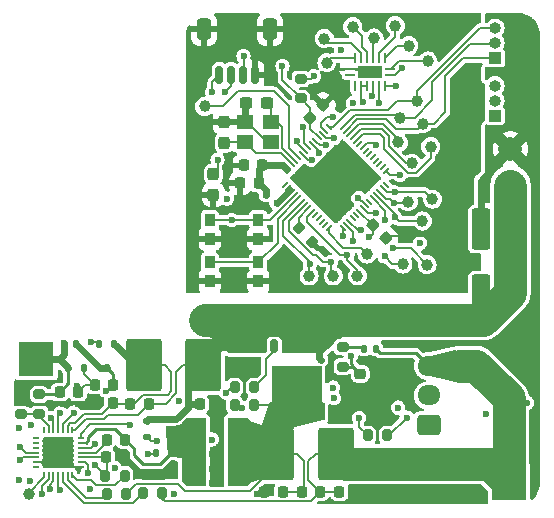
<source format=gbr>
%TF.GenerationSoftware,KiCad,Pcbnew,8.0.5-8.0.5-0~ubuntu24.04.1*%
%TF.CreationDate,2024-09-15T17:00:47-06:00*%
%TF.ProjectId,esp32-s3 single motor & battery controller,65737033-322d-4733-9320-73696e676c65,rev?*%
%TF.SameCoordinates,Original*%
%TF.FileFunction,Copper,L1,Top*%
%TF.FilePolarity,Positive*%
%FSLAX46Y46*%
G04 Gerber Fmt 4.6, Leading zero omitted, Abs format (unit mm)*
G04 Created by KiCad (PCBNEW 8.0.5-8.0.5-0~ubuntu24.04.1) date 2024-09-15 17:00:47*
%MOMM*%
%LPD*%
G01*
G04 APERTURE LIST*
G04 Aperture macros list*
%AMRoundRect*
0 Rectangle with rounded corners*
0 $1 Rounding radius*
0 $2 $3 $4 $5 $6 $7 $8 $9 X,Y pos of 4 corners*
0 Add a 4 corners polygon primitive as box body*
4,1,4,$2,$3,$4,$5,$6,$7,$8,$9,$2,$3,0*
0 Add four circle primitives for the rounded corners*
1,1,$1+$1,$2,$3*
1,1,$1+$1,$4,$5*
1,1,$1+$1,$6,$7*
1,1,$1+$1,$8,$9*
0 Add four rect primitives between the rounded corners*
20,1,$1+$1,$2,$3,$4,$5,0*
20,1,$1+$1,$4,$5,$6,$7,0*
20,1,$1+$1,$6,$7,$8,$9,0*
20,1,$1+$1,$8,$9,$2,$3,0*%
%AMRotRect*
0 Rectangle, with rotation*
0 The origin of the aperture is its center*
0 $1 length*
0 $2 width*
0 $3 Rotation angle, in degrees counterclockwise*
0 Add horizontal line*
21,1,$1,$2,0,0,$3*%
%AMOutline5P*
0 Free polygon, 5 corners , with rotation*
0 The origin of the aperture is its center*
0 number of corners: always 5*
0 $1 to $10 corner X, Y*
0 $11 Rotation angle, in degrees counterclockwise*
0 create outline with 5 corners*
4,1,5,$1,$2,$3,$4,$5,$6,$7,$8,$9,$10,$1,$2,$11*%
%AMOutline6P*
0 Free polygon, 6 corners , with rotation*
0 The origin of the aperture is its center*
0 number of corners: always 6*
0 $1 to $12 corner X, Y*
0 $13 Rotation angle, in degrees counterclockwise*
0 create outline with 6 corners*
4,1,6,$1,$2,$3,$4,$5,$6,$7,$8,$9,$10,$11,$12,$1,$2,$13*%
%AMOutline7P*
0 Free polygon, 7 corners , with rotation*
0 The origin of the aperture is its center*
0 number of corners: always 7*
0 $1 to $14 corner X, Y*
0 $15 Rotation angle, in degrees counterclockwise*
0 create outline with 7 corners*
4,1,7,$1,$2,$3,$4,$5,$6,$7,$8,$9,$10,$11,$12,$13,$14,$1,$2,$15*%
%AMOutline8P*
0 Free polygon, 8 corners , with rotation*
0 The origin of the aperture is its center*
0 number of corners: always 8*
0 $1 to $16 corner X, Y*
0 $17 Rotation angle, in degrees counterclockwise*
0 create outline with 8 corners*
4,1,8,$1,$2,$3,$4,$5,$6,$7,$8,$9,$10,$11,$12,$13,$14,$15,$16,$1,$2,$17*%
%AMFreePoly0*
4,1,9,2.100000,-2.000000,2.350000,-2.000000,2.350000,-3.500000,-2.350000,-3.500000,-2.350000,-2.000000,-2.100000,-2.000000,-2.100000,1.100000,2.100000,1.100000,2.100000,-2.000000,2.100000,-2.000000,$1*%
G04 Aperture macros list end*
%TA.AperFunction,SMDPad,CuDef*%
%ADD10RoundRect,0.237500X0.237500X-0.300000X0.237500X0.300000X-0.237500X0.300000X-0.237500X-0.300000X0*%
%TD*%
%TA.AperFunction,SMDPad,CuDef*%
%ADD11C,1.000000*%
%TD*%
%TA.AperFunction,SMDPad,CuDef*%
%ADD12R,1.400000X1.200000*%
%TD*%
%TA.AperFunction,SMDPad,CuDef*%
%ADD13RoundRect,0.225000X-0.225000X-0.250000X0.225000X-0.250000X0.225000X0.250000X-0.225000X0.250000X0*%
%TD*%
%TA.AperFunction,ComponentPad*%
%ADD14R,1.000000X1.000000*%
%TD*%
%TA.AperFunction,ComponentPad*%
%ADD15O,1.000000X1.000000*%
%TD*%
%TA.AperFunction,SMDPad,CuDef*%
%ADD16RoundRect,0.200000X0.200000X0.275000X-0.200000X0.275000X-0.200000X-0.275000X0.200000X-0.275000X0*%
%TD*%
%TA.AperFunction,SMDPad,CuDef*%
%ADD17RoundRect,0.150000X0.150000X0.625000X-0.150000X0.625000X-0.150000X-0.625000X0.150000X-0.625000X0*%
%TD*%
%TA.AperFunction,SMDPad,CuDef*%
%ADD18RoundRect,0.250000X0.350000X0.650000X-0.350000X0.650000X-0.350000X-0.650000X0.350000X-0.650000X0*%
%TD*%
%TA.AperFunction,SMDPad,CuDef*%
%ADD19RoundRect,0.200000X-0.335876X-0.053033X-0.053033X-0.335876X0.335876X0.053033X0.053033X0.335876X0*%
%TD*%
%TA.AperFunction,SMDPad,CuDef*%
%ADD20RoundRect,0.250001X1.262499X1.974999X-1.262499X1.974999X-1.262499X-1.974999X1.262499X-1.974999X0*%
%TD*%
%TA.AperFunction,SMDPad,CuDef*%
%ADD21RoundRect,0.237500X0.237500X-0.287500X0.237500X0.287500X-0.237500X0.287500X-0.237500X-0.287500X0*%
%TD*%
%TA.AperFunction,SMDPad,CuDef*%
%ADD22RoundRect,0.112500X-0.237500X0.112500X-0.237500X-0.112500X0.237500X-0.112500X0.237500X0.112500X0*%
%TD*%
%TA.AperFunction,SMDPad,CuDef*%
%ADD23C,2.000000*%
%TD*%
%TA.AperFunction,SMDPad,CuDef*%
%ADD24RoundRect,0.112500X-0.112500X-0.237500X0.112500X-0.237500X0.112500X0.237500X-0.112500X0.237500X0*%
%TD*%
%TA.AperFunction,SMDPad,CuDef*%
%ADD25O,0.200000X0.599999*%
%TD*%
%TA.AperFunction,SMDPad,CuDef*%
%ADD26O,0.599999X0.200000*%
%TD*%
%TA.AperFunction,ComponentPad*%
%ADD27C,0.600000*%
%TD*%
%TA.AperFunction,SMDPad,CuDef*%
%ADD28R,2.600000X2.600000*%
%TD*%
%TA.AperFunction,SMDPad,CuDef*%
%ADD29R,0.900000X1.000000*%
%TD*%
%TA.AperFunction,SMDPad,CuDef*%
%ADD30RoundRect,0.225000X-0.335876X-0.017678X-0.017678X-0.335876X0.335876X0.017678X0.017678X0.335876X0*%
%TD*%
%TA.AperFunction,SMDPad,CuDef*%
%ADD31Outline6P,-2.900000X0.630000X-2.480000X1.050000X2.480000X1.050000X2.900000X0.630000X2.900000X-1.050000X-2.900000X-1.050000X90.000000*%
%TD*%
%TA.AperFunction,SMDPad,CuDef*%
%ADD32Outline6P,-2.900000X0.630000X-2.480000X1.050000X2.480000X1.050000X2.900000X0.630000X2.900000X-1.050000X-2.900000X-1.050000X270.000000*%
%TD*%
%TA.AperFunction,SMDPad,CuDef*%
%ADD33R,3.000000X3.000000*%
%TD*%
%TA.AperFunction,ComponentPad*%
%ADD34RoundRect,0.250000X0.725000X-0.600000X0.725000X0.600000X-0.725000X0.600000X-0.725000X-0.600000X0*%
%TD*%
%TA.AperFunction,ComponentPad*%
%ADD35O,1.950000X1.700000*%
%TD*%
%TA.AperFunction,SMDPad,CuDef*%
%ADD36RoundRect,0.225000X0.225000X0.250000X-0.225000X0.250000X-0.225000X-0.250000X0.225000X-0.250000X0*%
%TD*%
%TA.AperFunction,SMDPad,CuDef*%
%ADD37RoundRect,0.112500X0.112500X0.237500X-0.112500X0.237500X-0.112500X-0.237500X0.112500X-0.237500X0*%
%TD*%
%TA.AperFunction,SMDPad,CuDef*%
%ADD38RoundRect,0.250000X0.550000X-1.500000X0.550000X1.500000X-0.550000X1.500000X-0.550000X-1.500000X0*%
%TD*%
%TA.AperFunction,SMDPad,CuDef*%
%ADD39RoundRect,0.050000X-0.212132X-0.282843X0.282843X0.212132X0.212132X0.282843X-0.282843X-0.212132X0*%
%TD*%
%TA.AperFunction,SMDPad,CuDef*%
%ADD40RoundRect,0.050000X0.212132X-0.282843X0.282843X-0.212132X-0.212132X0.282843X-0.282843X0.212132X0*%
%TD*%
%TA.AperFunction,HeatsinkPad*%
%ADD41RotRect,4.000000X4.000000X45.000000*%
%TD*%
%TA.AperFunction,SMDPad,CuDef*%
%ADD42RoundRect,0.175000X-0.175000X-0.400000X0.175000X-0.400000X0.175000X0.400000X-0.175000X0.400000X0*%
%TD*%
%TA.AperFunction,SMDPad,CuDef*%
%ADD43FreePoly0,0.000000*%
%TD*%
%TA.AperFunction,SMDPad,CuDef*%
%ADD44RoundRect,0.200000X0.275000X-0.200000X0.275000X0.200000X-0.275000X0.200000X-0.275000X-0.200000X0*%
%TD*%
%TA.AperFunction,SMDPad,CuDef*%
%ADD45RoundRect,0.225000X0.017678X-0.335876X0.335876X-0.017678X-0.017678X0.335876X-0.335876X0.017678X0*%
%TD*%
%TA.AperFunction,SMDPad,CuDef*%
%ADD46RoundRect,0.225000X0.250000X-0.225000X0.250000X0.225000X-0.250000X0.225000X-0.250000X-0.225000X0*%
%TD*%
%TA.AperFunction,SMDPad,CuDef*%
%ADD47RoundRect,0.147500X-0.147500X-0.172500X0.147500X-0.172500X0.147500X0.172500X-0.147500X0.172500X0*%
%TD*%
%TA.AperFunction,SMDPad,CuDef*%
%ADD48RoundRect,0.237500X0.300000X0.237500X-0.300000X0.237500X-0.300000X-0.237500X0.300000X-0.237500X0*%
%TD*%
%TA.AperFunction,SMDPad,CuDef*%
%ADD49RoundRect,0.200000X-0.275000X0.200000X-0.275000X-0.200000X0.275000X-0.200000X0.275000X0.200000X0*%
%TD*%
%TA.AperFunction,SMDPad,CuDef*%
%ADD50RoundRect,0.062500X-0.350000X0.062500X-0.350000X-0.062500X0.350000X-0.062500X0.350000X0.062500X0*%
%TD*%
%TA.AperFunction,SMDPad,CuDef*%
%ADD51RoundRect,0.062500X-0.062500X0.350000X-0.062500X-0.350000X0.062500X-0.350000X0.062500X0.350000X0*%
%TD*%
%TA.AperFunction,HeatsinkPad*%
%ADD52R,2.000000X1.000000*%
%TD*%
%TA.AperFunction,SMDPad,CuDef*%
%ADD53RoundRect,0.225000X-0.250000X0.225000X-0.250000X-0.225000X0.250000X-0.225000X0.250000X0.225000X0*%
%TD*%
%TA.AperFunction,SMDPad,CuDef*%
%ADD54RoundRect,0.200000X-0.200000X-0.275000X0.200000X-0.275000X0.200000X0.275000X-0.200000X0.275000X0*%
%TD*%
%TA.AperFunction,ViaPad*%
%ADD55C,0.600000*%
%TD*%
%TA.AperFunction,Conductor*%
%ADD56C,0.200000*%
%TD*%
%TA.AperFunction,Conductor*%
%ADD57C,0.600000*%
%TD*%
%TA.AperFunction,Conductor*%
%ADD58C,0.280000*%
%TD*%
%TA.AperFunction,Conductor*%
%ADD59C,2.814000*%
%TD*%
G04 APERTURE END LIST*
D10*
%TO.P,C3,1*%
%TO.N,Net-(U5-XTAL_P)*%
X126050000Y-101162501D03*
%TO.P,C3,2*%
%TO.N,GND*%
X126050000Y-99437499D03*
%TD*%
D11*
%TO.P,TP25,1,1*%
%TO.N,Net-(U6-QC)*%
X141700000Y-92950000D03*
%TD*%
D12*
%TO.P,Y1,1,1*%
%TO.N,Net-(U5-XTAL_N)*%
X130000000Y-99400000D03*
%TO.P,Y1,2,2*%
%TO.N,GND*%
X127800000Y-99400000D03*
%TO.P,Y1,3,3*%
%TO.N,Net-(U5-XTAL_P)*%
X127800000Y-101100000D03*
%TO.P,Y1,4,4*%
%TO.N,GND*%
X130000000Y-101100000D03*
%TD*%
D11*
%TO.P,TP12,1,1*%
%TO.N,/1CSA-C*%
X137350000Y-112450000D03*
%TD*%
D13*
%TO.P,C9,1*%
%TO.N,GNDPWR*%
X115125000Y-123200000D03*
%TO.P,C9,2*%
%TO.N,Net-(Q4-D)*%
X116675000Y-123200000D03*
%TD*%
D14*
%TO.P,J4,1,Pin_1*%
%TO.N,/1CSA-A*%
X149000000Y-98870000D03*
D15*
%TO.P,J4,2,Pin_2*%
%TO.N,/1CSA-B*%
X149000000Y-97600000D03*
%TO.P,J4,3,Pin_3*%
%TO.N,/1CSA-C*%
X149000000Y-96330000D03*
%TD*%
D11*
%TO.P,TP11,1,1*%
%TO.N,/1CSA-B*%
X135300000Y-112450000D03*
%TD*%
D16*
%TO.P,R24,1*%
%TO.N,Net-(Q3-S)*%
X128597548Y-123372800D03*
%TO.P,R24,2*%
%TO.N,Net-(U4-BATSRC)*%
X126947548Y-123372800D03*
%TD*%
D13*
%TO.P,C21,1*%
%TO.N,GND*%
X127425000Y-104600000D03*
%TO.P,C21,2*%
%TO.N,VDD*%
X128975000Y-104600000D03*
%TD*%
D16*
%TO.P,R26,1*%
%TO.N,Net-(U4-ILIM)*%
X117625000Y-129350000D03*
%TO.P,R26,2*%
%TO.N,/PSU/REGN*%
X115975000Y-129350000D03*
%TD*%
D11*
%TO.P,TP19,1,1*%
%TO.N,Net-(U5-GPIO19{slash}USB_D-)*%
X142850000Y-107800000D03*
%TD*%
D13*
%TO.P,C15,1*%
%TO.N,GNDPWR*%
X129475000Y-130750000D03*
%TO.P,C15,2*%
%TO.N,Net-(Q3-S)*%
X131025000Y-130750000D03*
%TD*%
D17*
%TO.P,J1,1,Pin_1*%
%TO.N,GND*%
X128650000Y-95450000D03*
%TO.P,J1,2,Pin_2*%
%TO.N,VDD*%
X127650000Y-95450000D03*
%TO.P,J1,3,Pin_3*%
%TO.N,/SDA1*%
X126650000Y-95450000D03*
%TO.P,J1,4,Pin_4*%
%TO.N,/SCL1*%
X125650000Y-95450000D03*
D18*
%TO.P,J1,MP,MountPin*%
%TO.N,GND*%
X129950000Y-91575000D03*
X124350000Y-91575000D03*
%TD*%
D11*
%TO.P,TP6,1,1*%
%TO.N,Net-(U4-BATPRES_N)*%
X109500000Y-130900000D03*
%TD*%
%TO.P,TP3,1,1*%
%TO.N,Net-(U5-GPIO34)*%
X141950000Y-102900000D03*
%TD*%
D19*
%TO.P,R21,1*%
%TO.N,Net-(U5-GPIO3)*%
X132366637Y-108416637D03*
%TO.P,R21,2*%
%TO.N,GND*%
X133533363Y-109583363D03*
%TD*%
D11*
%TO.P,TP14,1,1*%
%TO.N,/UART0_RX*%
X143250000Y-111500000D03*
%TD*%
D20*
%TO.P,R9,1*%
%TO.N,/MOTORPWR*%
X124285048Y-120022800D03*
%TO.P,R9,2*%
%TO.N,Net-(Q4-D)*%
X119260048Y-120022800D03*
%TD*%
D21*
%TO.P,D3,1,K*%
%TO.N,GND*%
X125150000Y-105575000D03*
%TO.P,D3,2,A*%
%TO.N,Net-(D3-A)*%
X125150000Y-103825000D03*
%TD*%
D11*
%TO.P,TP28,1,1*%
%TO.N,Net-(U6-QF)*%
X136950000Y-91350000D03*
%TD*%
D16*
%TO.P,R1,1*%
%TO.N,Net-(Q3-S)*%
X117775000Y-130900000D03*
%TO.P,R1,2*%
%TO.N,Net-(U4-SRP)*%
X116125000Y-130900000D03*
%TD*%
D22*
%TO.P,Q1,1,D*%
%TO.N,/MOTORPWR*%
X119500000Y-124750000D03*
%TO.P,Q1,2,G*%
%TO.N,Net-(Q1-G)*%
X119500000Y-126050000D03*
%TO.P,Q1,3,S*%
%TO.N,Net-(Q1-S)*%
X121500000Y-125400000D03*
%TD*%
D13*
%TO.P,C16,1*%
%TO.N,Net-(Q3-S)*%
X132650000Y-130750000D03*
%TO.P,C16,2*%
%TO.N,/PSU/BATT+*%
X134200000Y-130750000D03*
%TD*%
D11*
%TO.P,TP2,1,1*%
%TO.N,Net-(U5-GPIO33)*%
X143550000Y-101500000D03*
%TD*%
%TO.P,TP8,1,1*%
%TO.N,/1B*%
X140950000Y-99050000D03*
%TD*%
D23*
%TO.P,H6,1,1*%
%TO.N,/MOTORPWR*%
X150300000Y-104800000D03*
%TD*%
D24*
%TO.P,Q5,1,D*%
%TO.N,/PSU/IN*%
X112872548Y-120222800D03*
%TO.P,Q5,2,G*%
%TO.N,Net-(Q4-G)*%
X114172548Y-120222800D03*
%TO.P,Q5,3,S*%
%TO.N,Net-(Q4-S)*%
X113522548Y-118222800D03*
%TD*%
D16*
%TO.P,R25,1*%
%TO.N,Net-(Q3-G)*%
X128597548Y-121872800D03*
%TO.P,R25,2*%
%TO.N,Net-(U4-BATDRV)*%
X126947548Y-121872800D03*
%TD*%
D13*
%TO.P,C10,1*%
%TO.N,Net-(Q4-D)*%
X118125000Y-123272800D03*
%TO.P,C10,2*%
%TO.N,/MOTORPWR*%
X119675000Y-123272800D03*
%TD*%
D25*
%TO.P,U4,1,ACN*%
%TO.N,/MOTORPWR*%
X113200000Y-125500001D03*
%TO.P,U4,2,ACP*%
%TO.N,Net-(Q4-D)*%
X112800001Y-125500001D03*
%TO.P,U4,3,CMSRC*%
%TO.N,Net-(U4-CMSRC)*%
X112399999Y-125500001D03*
%TO.P,U4,4,ACDRV*%
%TO.N,Net-(U4-ACDRV)*%
X112000000Y-125500001D03*
%TO.P,U4,5,ACOK*%
%TO.N,Net-(U4-ACOK)*%
X111600001Y-125500001D03*
%TO.P,U4,6,ACDET*%
%TO.N,Net-(U4-ACDET)*%
X111199999Y-125500001D03*
%TO.P,U4,7,IADP*%
%TO.N,unconnected-(U4-IADP-Pad7)*%
X110800000Y-125500001D03*
D26*
%TO.P,U4,8,IDCHG*%
%TO.N,unconnected-(U4-IDCHG-Pad8)*%
X110100001Y-126200000D03*
%TO.P,U4,9,PMON*%
%TO.N,unconnected-(U4-PMON-Pad9)*%
X110100001Y-126599999D03*
%TO.P,U4,10,PROCHOT_N*%
%TO.N,unconnected-(U4-PROCHOT_N-Pad10)*%
X110100001Y-127000001D03*
%TO.P,U4,11,SDA*%
%TO.N,/SDA1*%
X110100001Y-127400000D03*
%TO.P,U4,12,SCL*%
%TO.N,/SCL1*%
X110100001Y-127799999D03*
%TO.P,U4,13,CMPIN*%
%TO.N,GNDPWR*%
X110100001Y-128200001D03*
%TO.P,U4,14,CMPOUT*%
%TO.N,unconnected-(U4-CMPOUT-Pad14)*%
X110100001Y-128600000D03*
D25*
%TO.P,U4,15,BATPRES_N*%
%TO.N,Net-(U4-BATPRES_N)*%
X110800000Y-129300001D03*
%TO.P,U4,16,TB_STAT_N*%
%TO.N,Net-(U4-TB_STAT_N)*%
X111199999Y-129300001D03*
%TO.P,U4,17,BATSRC*%
%TO.N,Net-(U4-BATSRC)*%
X111600001Y-129300001D03*
%TO.P,U4,18,BATDRV*%
%TO.N,Net-(U4-BATDRV)*%
X112000000Y-129300001D03*
%TO.P,U4,19,SRN*%
%TO.N,Net-(U4-SRN)*%
X112399999Y-129300001D03*
%TO.P,U4,20,SRP*%
%TO.N,Net-(U4-SRP)*%
X112800001Y-129300001D03*
%TO.P,U4,21,ILIM*%
%TO.N,Net-(U4-ILIM)*%
X113200000Y-129300001D03*
D26*
%TO.P,U4,22,GND*%
%TO.N,GNDPWR*%
X113899999Y-128600000D03*
%TO.P,U4,23,LODRV*%
%TO.N,Net-(Q2-G)*%
X113899999Y-128200001D03*
%TO.P,U4,24,REGN*%
%TO.N,/PSU/REGN*%
X113899999Y-127799999D03*
%TO.P,U4,25,BTST*%
%TO.N,Net-(U4-BTST)*%
X113899999Y-127400000D03*
%TO.P,U4,26,HIDRV*%
%TO.N,Net-(Q1-G)*%
X113899999Y-127000001D03*
%TO.P,U4,27,PHASE*%
%TO.N,Net-(Q1-S)*%
X113899999Y-126599999D03*
%TO.P,U4,28,VCC*%
%TO.N,Net-(U4-VCC)*%
X113899999Y-126200000D03*
D27*
%TO.P,U4,29,PAD*%
%TO.N,GNDPWR*%
X112000000Y-126350000D03*
X113050000Y-127400000D03*
X112000000Y-127400000D03*
D28*
X112000000Y-127400000D03*
D27*
X110950000Y-127400000D03*
X112000000Y-128450000D03*
%TD*%
D13*
%TO.P,C5,1*%
%TO.N,Net-(U4-BTST)*%
X116125000Y-126300000D03*
%TO.P,C5,2*%
%TO.N,Net-(Q1-S)*%
X117675000Y-126300000D03*
%TD*%
D11*
%TO.P,TP9,1,1*%
%TO.N,/1C*%
X142400000Y-97600000D03*
%TD*%
D29*
%TO.P,SW2,1,1*%
%TO.N,GND*%
X128950000Y-112900000D03*
X124850000Y-112900000D03*
%TO.P,SW2,2,2*%
%TO.N,Net-(U5-GPIO0)*%
X128950000Y-111300000D03*
X124850000Y-111300000D03*
%TD*%
D30*
%TO.P,C25,1*%
%TO.N,VDD*%
X138651992Y-108151992D03*
%TO.P,C25,2*%
%TO.N,GND*%
X139748008Y-109248008D03*
%TD*%
D31*
%TO.P,L2,1,1*%
%TO.N,Net-(Q1-S)*%
X123500000Y-127350000D03*
D32*
%TO.P,L2,2,2*%
%TO.N,Net-(Q3-S)*%
X127400000Y-127350000D03*
%TD*%
D33*
%TO.P,H3,1,1*%
%TO.N,/PSU/IN*%
X110172548Y-119472800D03*
%TD*%
D11*
%TO.P,TP21,1,1*%
%TO.N,Net-(U5-GPIO21)*%
X143700000Y-105950000D03*
%TD*%
%TO.P,TP29,1,1*%
%TO.N,Net-(U6-QG)*%
X134550000Y-92350000D03*
%TD*%
D34*
%TO.P,J5,1,Pin_1*%
%TO.N,Net-(J5-Pin_1)*%
X143372548Y-125072800D03*
D35*
%TO.P,J5,2,Pin_2*%
%TO.N,Net-(J5-Pin_2)*%
X143372548Y-122572800D03*
%TO.P,J5,3,Pin_3*%
%TO.N,/PSU/BATT+*%
X143372548Y-120072800D03*
%TD*%
D14*
%TO.P,J3,1,Pin_1*%
%TO.N,/1A*%
X149000000Y-94000000D03*
D15*
%TO.P,J3,2,Pin_2*%
%TO.N,/1B*%
X149000000Y-92730000D03*
%TO.P,J3,3,Pin_3*%
%TO.N,/1C*%
X149000000Y-91460000D03*
%TD*%
D13*
%TO.P,C20,1*%
%TO.N,GND*%
X127725000Y-103100000D03*
%TO.P,C20,2*%
%TO.N,VDD*%
X129275000Y-103100000D03*
%TD*%
D36*
%TO.P,C8,1*%
%TO.N,Net-(Q4-S)*%
X116675000Y-121700000D03*
%TO.P,C8,2*%
%TO.N,Net-(Q4-G)*%
X115125000Y-121700000D03*
%TD*%
D16*
%TO.P,R23,1*%
%TO.N,/PSU/BATT+*%
X120825000Y-130850000D03*
%TO.P,R23,2*%
%TO.N,Net-(U4-SRN)*%
X119175000Y-130850000D03*
%TD*%
D37*
%TO.P,Q4,1,D*%
%TO.N,Net-(Q4-D)*%
X116772548Y-118222800D03*
%TO.P,Q4,2,G*%
%TO.N,Net-(Q4-G)*%
X115472548Y-118222800D03*
%TO.P,Q4,3,S*%
%TO.N,Net-(Q4-S)*%
X116122548Y-120222800D03*
%TD*%
D11*
%TO.P,TP15,1,1*%
%TO.N,/UART0_TX*%
X141200000Y-111450000D03*
%TD*%
%TO.P,TP10,1,1*%
%TO.N,/1CSA-A*%
X133250000Y-112450000D03*
%TD*%
%TO.P,TP24,1,1*%
%TO.N,Net-(U6-QB)*%
X143300000Y-94250000D03*
%TD*%
D38*
%TO.P,C41,1*%
%TO.N,/MOTORPWR*%
X147800000Y-114100000D03*
%TO.P,C41,2*%
%TO.N,GNDPWR*%
X147800000Y-108500000D03*
%TD*%
D13*
%TO.P,C11,1*%
%TO.N,/MOTORPWR*%
X124014056Y-123314438D03*
%TO.P,C11,2*%
%TO.N,GNDPWR*%
X125564056Y-123314438D03*
%TD*%
D29*
%TO.P,SW1,1,1*%
%TO.N,GND*%
X128950000Y-109300000D03*
X124850000Y-109300000D03*
%TO.P,SW1,2,2*%
%TO.N,/NRST*%
X128950000Y-107700000D03*
X124850000Y-107700000D03*
%TD*%
D39*
%TO.P,U5,1,LNA_IN*%
%TO.N,unconnected-(U5-LNA_IN-Pad1)*%
X131222004Y-104751041D03*
%TO.P,U5,2,VDD3P3*%
%TO.N,Net-(C19-Pad1)*%
X131504847Y-105033883D03*
%TO.P,U5,3,VDD3P3*%
X131787689Y-105316726D03*
%TO.P,U5,4,CHIP_PU*%
%TO.N,/NRST*%
X132070532Y-105599569D03*
%TO.P,U5,5,GPIO0*%
%TO.N,Net-(U5-GPIO0)*%
X132353375Y-105882412D03*
%TO.P,U5,6,GPIO1*%
%TO.N,/1CSA-A*%
X132636218Y-106165254D03*
%TO.P,U5,7,GPIO2*%
%TO.N,/1CSA-B*%
X132919060Y-106448097D03*
%TO.P,U5,8,GPIO3*%
%TO.N,Net-(U5-GPIO3)*%
X133201903Y-106730940D03*
%TO.P,U5,9,GPIO4*%
%TO.N,/1CSA-C*%
X133484746Y-107013782D03*
%TO.P,U5,10,GPIO5*%
%TO.N,unconnected-(U5-GPIO5-Pad10)*%
X133767588Y-107296625D03*
%TO.P,U5,11,GPIO6*%
%TO.N,unconnected-(U5-GPIO6-Pad11)*%
X134050431Y-107579468D03*
%TO.P,U5,12,GPIO7*%
%TO.N,unconnected-(U5-GPIO7-Pad12)*%
X134333274Y-107862311D03*
%TO.P,U5,13,GPIO8*%
%TO.N,unconnected-(U5-GPIO8-Pad13)*%
X134616117Y-108145153D03*
%TO.P,U5,14,GPIO9*%
%TO.N,Net-(U5-GPIO9)*%
X134898959Y-108427996D03*
D40*
%TO.P,U5,15,GPIO10*%
%TO.N,/SDA1*%
X136101041Y-108427996D03*
%TO.P,U5,16,GPIO11*%
%TO.N,/SCL1*%
X136383883Y-108145153D03*
%TO.P,U5,17,GPIO12*%
%TO.N,unconnected-(U5-GPIO12-Pad17)*%
X136666726Y-107862311D03*
%TO.P,U5,18,GPIO13*%
%TO.N,unconnected-(U5-GPIO13-Pad18)*%
X136949569Y-107579468D03*
%TO.P,U5,19,GPIO14*%
%TO.N,unconnected-(U5-GPIO14-Pad19)*%
X137232412Y-107296625D03*
%TO.P,U5,20,VDD3P3_RTC*%
%TO.N,VDD*%
X137515254Y-107013782D03*
%TO.P,U5,21,XTAL_32K_P*%
%TO.N,/1A*%
X137798097Y-106730940D03*
%TO.P,U5,22,XTAL_32K_N*%
%TO.N,/1B*%
X138080940Y-106448097D03*
%TO.P,U5,23,GPIO17*%
%TO.N,unconnected-(U5-GPIO17-Pad23)*%
X138363782Y-106165254D03*
%TO.P,U5,24,GPIO18*%
%TO.N,Net-(U5-GPIO18)*%
X138646625Y-105882412D03*
%TO.P,U5,25,GPIO19/USB_D-*%
%TO.N,Net-(U5-GPIO19{slash}USB_D-)*%
X138929468Y-105599569D03*
%TO.P,U5,26,GPIO20/USB_D+*%
%TO.N,Net-(U5-GPIO20{slash}USB_D+)*%
X139212311Y-105316726D03*
%TO.P,U5,27,GPIO21*%
%TO.N,Net-(U5-GPIO21)*%
X139495153Y-105033883D03*
%TO.P,U5,28,SPICS1*%
%TO.N,unconnected-(U5-SPICS1-Pad28)*%
X139777996Y-104751041D03*
D39*
%TO.P,U5,29,VDD_SPI*%
%TO.N,VDD*%
X139777996Y-103548959D03*
%TO.P,U5,30,SPIHD*%
%TO.N,unconnected-(U5-SPIHD-Pad30)*%
X139495153Y-103266117D03*
%TO.P,U5,31,SPIWP*%
%TO.N,unconnected-(U5-SPIWP-Pad31)*%
X139212311Y-102983274D03*
%TO.P,U5,32,SPICS0*%
%TO.N,unconnected-(U5-SPICS0-Pad32)*%
X138929468Y-102700431D03*
%TO.P,U5,33,SPICLK*%
%TO.N,unconnected-(U5-SPICLK-Pad33)*%
X138646625Y-102417588D03*
%TO.P,U5,34,SPIQ*%
%TO.N,unconnected-(U5-SPIQ-Pad34)*%
X138363782Y-102134746D03*
%TO.P,U5,35,SPID*%
%TO.N,unconnected-(U5-SPID-Pad35)*%
X138080940Y-101851903D03*
%TO.P,U5,36,SPICLK_N*%
%TO.N,/1C*%
X137798097Y-101569060D03*
%TO.P,U5,37,SPICLK_P*%
%TO.N,unconnected-(U5-SPICLK_P-Pad37)*%
X137515254Y-101286218D03*
%TO.P,U5,38,GPIO33*%
%TO.N,Net-(U5-GPIO33)*%
X137232412Y-101003375D03*
%TO.P,U5,39,GPIO34*%
%TO.N,Net-(U5-GPIO34)*%
X136949569Y-100720532D03*
%TO.P,U5,40,GPIO35*%
%TO.N,Net-(U5-GPIO35)*%
X136666726Y-100437689D03*
%TO.P,U5,41,GPIO36*%
%TO.N,/1A*%
X136383883Y-100154847D03*
%TO.P,U5,42,GPIO37*%
%TO.N,/1B*%
X136101041Y-99872004D03*
D40*
%TO.P,U5,43,GPIO38*%
%TO.N,/1C*%
X134898959Y-99872004D03*
%TO.P,U5,44,MTCK*%
%TO.N,Net-(U5-MTCK)*%
X134616117Y-100154847D03*
%TO.P,U5,45,MTDO*%
%TO.N,Net-(U5-MTDO)*%
X134333274Y-100437689D03*
%TO.P,U5,46,VDD3P3_CPU*%
%TO.N,VDD*%
X134050431Y-100720532D03*
%TO.P,U5,47,MTDI*%
%TO.N,Net-(U5-MTDI)*%
X133767588Y-101003375D03*
%TO.P,U5,48,MTMS*%
%TO.N,/CS0*%
X133484746Y-101286218D03*
%TO.P,U5,49,U0TXD*%
%TO.N,/UART0_TX*%
X133201903Y-101569060D03*
%TO.P,U5,50,U0RXD*%
%TO.N,/UART0_RX*%
X132919060Y-101851903D03*
%TO.P,U5,51,GPIO45*%
%TO.N,/LED*%
X132636218Y-102134746D03*
%TO.P,U5,52,GPIO46*%
%TO.N,Net-(U5-GPIO46)*%
X132353375Y-102417588D03*
%TO.P,U5,53,XTAL_N*%
%TO.N,Net-(U5-XTAL_N)*%
X132070532Y-102700431D03*
%TO.P,U5,54,XTAL_P*%
%TO.N,Net-(U5-XTAL_P)*%
X131787689Y-102983274D03*
%TO.P,U5,55,VDDA*%
%TO.N,VDD*%
X131504847Y-103266117D03*
%TO.P,U5,56,VDDA*%
X131222004Y-103548959D03*
D41*
%TO.P,U5,57,GND*%
%TO.N,GND*%
X135500000Y-104150000D03*
%TD*%
D13*
%TO.P,C14,1*%
%TO.N,/PSU/REGN*%
X116075000Y-127800000D03*
%TO.P,C14,2*%
%TO.N,GNDPWR*%
X117625000Y-127800000D03*
%TD*%
D11*
%TO.P,TP30,1,1*%
%TO.N,Net-(U6-QH)*%
X134750000Y-94400000D03*
%TD*%
D42*
%TO.P,Q3,1,D*%
%TO.N,/MOTORPWR*%
X134112548Y-118422800D03*
%TO.P,Q3,2,D*%
X132842548Y-118422800D03*
%TO.P,Q3,3,D*%
X131572548Y-118422800D03*
%TO.P,Q3,4,G*%
%TO.N,Net-(Q3-G)*%
X130302548Y-118422800D03*
D43*
%TO.P,Q3,5,S*%
%TO.N,Net-(Q3-S)*%
X132207548Y-121147800D03*
%TD*%
D44*
%TO.P,R12,1*%
%TO.N,Net-(U4-ACDET)*%
X110400000Y-124125000D03*
%TO.P,R12,2*%
%TO.N,/PSU/IN*%
X110400000Y-122475000D03*
%TD*%
D37*
%TO.P,Q2,1,D*%
%TO.N,Net-(Q1-S)*%
X121550000Y-127400000D03*
%TO.P,Q2,2,G*%
%TO.N,Net-(Q2-G)*%
X120250000Y-127400000D03*
%TO.P,Q2,3,S*%
%TO.N,GNDPWR*%
X120900000Y-129400000D03*
%TD*%
D11*
%TO.P,TP27,1,1*%
%TO.N,Net-(U6-QE)*%
X138750000Y-92300000D03*
%TD*%
D45*
%TO.P,C22,1*%
%TO.N,VDD*%
X133351992Y-99048008D03*
%TO.P,C22,2*%
%TO.N,GND*%
X134448008Y-97951992D03*
%TD*%
D33*
%TO.P,H1,1,1*%
%TO.N,/PSU/BATT+*%
X150172548Y-130022800D03*
%TD*%
D11*
%TO.P,TP26,1,1*%
%TO.N,Net-(U6-QD)*%
X140550000Y-91250000D03*
%TD*%
D46*
%TO.P,C29,1*%
%TO.N,GNDPWR*%
X128472548Y-120047800D03*
%TO.P,C29,2*%
%TO.N,/MOTORPWR*%
X128472548Y-118497800D03*
%TD*%
D47*
%TO.P,D5,1,K*%
%TO.N,Net-(D5-K)*%
X137915000Y-118600000D03*
%TO.P,D5,2,A*%
%TO.N,/PSU/BATT+*%
X138885000Y-118600000D03*
%TD*%
D48*
%TO.P,C4,1*%
%TO.N,Net-(U5-XTAL_N)*%
X129662501Y-97800000D03*
%TO.P,C4,2*%
%TO.N,GND*%
X127937499Y-97800000D03*
%TD*%
D44*
%TO.P,R16,1*%
%TO.N,VDD*%
X132550000Y-97425000D03*
%TO.P,R16,2*%
%TO.N,/CS1*%
X132550000Y-95775000D03*
%TD*%
D11*
%TO.P,TP18,1,1*%
%TO.N,Net-(U5-GPIO9)*%
X138150000Y-110600000D03*
%TD*%
D23*
%TO.P,H5,1,1*%
%TO.N,GNDPWR*%
X150300000Y-101700000D03*
%TD*%
D49*
%TO.P,R31,1*%
%TO.N,Net-(D5-K)*%
X136100000Y-118475000D03*
%TO.P,R31,2*%
%TO.N,Net-(U3-BAT)*%
X136100000Y-120125000D03*
%TD*%
D13*
%TO.P,C17,1*%
%TO.N,/PSU/BATT+*%
X135825000Y-130750000D03*
%TO.P,C17,2*%
%TO.N,GNDPWR*%
X137375000Y-130750000D03*
%TD*%
D11*
%TO.P,TP4,1,1*%
%TO.N,Net-(U5-GPIO35)*%
X140800000Y-101150000D03*
%TD*%
D49*
%TO.P,R13,1*%
%TO.N,GNDPWR*%
X108900000Y-122475000D03*
%TO.P,R13,2*%
%TO.N,Net-(U4-ACDET)*%
X108900000Y-124125000D03*
%TD*%
D11*
%TO.P,TP20,1,1*%
%TO.N,Net-(U5-GPIO20{slash}USB_D+)*%
X141650000Y-106150000D03*
%TD*%
D50*
%TO.P,U6,1,QB*%
%TO.N,Net-(U6-QB)*%
X140100000Y-94950000D03*
D51*
%TO.P,U6,2,QC*%
%TO.N,Net-(U6-QC)*%
X139662500Y-94012500D03*
%TO.P,U6,3,QD*%
%TO.N,Net-(U6-QD)*%
X139162500Y-94012500D03*
%TO.P,U6,4,QE*%
%TO.N,Net-(U6-QE)*%
X138662500Y-94012500D03*
%TO.P,U6,5,QF*%
%TO.N,Net-(U6-QF)*%
X138162500Y-94012500D03*
%TO.P,U6,6,QG*%
%TO.N,Net-(U6-QG)*%
X137662500Y-94012500D03*
%TO.P,U6,7,QH*%
%TO.N,Net-(U6-QH)*%
X137162500Y-94012500D03*
D50*
%TO.P,U6,8,GND*%
%TO.N,GND*%
X136725000Y-94950000D03*
%TO.P,U6,9,QH'*%
%TO.N,unconnected-(U6-QH'-Pad9)*%
X136725000Y-95450000D03*
D51*
%TO.P,U6,10,~{SRCLR}*%
%TO.N,unconnected-(U6-~{SRCLR}-Pad10)*%
X137162500Y-96387500D03*
%TO.P,U6,11,SRCLK*%
%TO.N,Net-(U5-GPIO19{slash}USB_D-)*%
X137662500Y-96387500D03*
%TO.P,U6,12,RCLK*%
X138162500Y-96387500D03*
%TO.P,U6,13,~{OE}*%
%TO.N,Net-(U5-GPIO21)*%
X138662500Y-96387500D03*
%TO.P,U6,14,SER*%
%TO.N,Net-(U5-GPIO20{slash}USB_D+)*%
X139162500Y-96387500D03*
%TO.P,U6,15,QA*%
%TO.N,Net-(U6-QA)*%
X139662500Y-96387500D03*
D50*
%TO.P,U6,16,VCC*%
%TO.N,VDD*%
X140100000Y-95450000D03*
D52*
%TO.P,U6,17,GND*%
%TO.N,GND*%
X138412500Y-95200000D03*
%TD*%
D11*
%TO.P,TP22,1,1*%
%TO.N,Net-(U5-GPIO46)*%
X124400000Y-98100000D03*
%TD*%
D13*
%TO.P,C7,1*%
%TO.N,/PSU/IN*%
X112125000Y-122300000D03*
%TO.P,C7,2*%
%TO.N,Net-(Q4-G)*%
X113675000Y-122300000D03*
%TD*%
D46*
%TO.P,C30,1*%
%TO.N,GNDPWR*%
X126972548Y-120072800D03*
%TO.P,C30,2*%
%TO.N,/MOTORPWR*%
X126972548Y-118522800D03*
%TD*%
D20*
%TO.P,R22,1*%
%TO.N,/PSU/BATT+*%
X135512500Y-127500000D03*
%TO.P,R22,2*%
%TO.N,Net-(Q3-S)*%
X130487500Y-127500000D03*
%TD*%
D53*
%TO.P,C35,1*%
%TO.N,Net-(U3-BAT)*%
X137600000Y-120725000D03*
%TO.P,C35,2*%
%TO.N,GNDPWR*%
X137600000Y-122275000D03*
%TD*%
D54*
%TO.P,R36,1*%
%TO.N,Net-(U3-DSG)*%
X138225000Y-125950000D03*
%TO.P,R36,2*%
%TO.N,Net-(Q7-G)*%
X139875000Y-125950000D03*
%TD*%
D11*
%TO.P,TP7,1,1*%
%TO.N,/1A*%
X142900000Y-99550000D03*
%TD*%
D55*
%TO.N,VDD*%
X129575000Y-105577817D03*
X140949197Y-103879098D03*
X141149265Y-94850000D03*
X138356629Y-109161887D03*
X131000000Y-94700000D03*
X127700000Y-93850000D03*
%TO.N,GND*%
X123850000Y-100400000D03*
X136300000Y-104350000D03*
X143350000Y-109050000D03*
X145150000Y-102500000D03*
X145100000Y-113400000D03*
X138250000Y-91200000D03*
X125100000Y-93900000D03*
X137500000Y-104300000D03*
X131800000Y-91800000D03*
X138650000Y-95250000D03*
X135900000Y-113600000D03*
X134350000Y-110150000D03*
X123600000Y-106500000D03*
X123600000Y-96600000D03*
X130500000Y-113550000D03*
X145200000Y-108150000D03*
X135000000Y-102750000D03*
X135300000Y-95450000D03*
X126550000Y-112450000D03*
X145850000Y-91700000D03*
%TO.N,/MOTORPWR*%
X134288419Y-119542800D03*
%TO.N,GNDPWR*%
X125600000Y-129400000D03*
X127700000Y-120000000D03*
X125050000Y-128800000D03*
X138500000Y-121400000D03*
X151100000Y-118300000D03*
X150900000Y-98700000D03*
X150100000Y-119200000D03*
X152100000Y-118300000D03*
X110800000Y-121500000D03*
X125600000Y-128200000D03*
X136000000Y-124300000D03*
X150100000Y-117300000D03*
X152100000Y-119200000D03*
X150900000Y-97700000D03*
X112395487Y-123274456D03*
X125600000Y-126900000D03*
X138400000Y-130800000D03*
X109500000Y-123300000D03*
X113700000Y-123300000D03*
X152100000Y-117300000D03*
X151800000Y-97700000D03*
X151800000Y-98700000D03*
X109900000Y-121500000D03*
X138500000Y-122200000D03*
X151100000Y-117300000D03*
X125050000Y-127500000D03*
X151800000Y-96700000D03*
X118900000Y-129200000D03*
X150900000Y-96700000D03*
X125050000Y-130000000D03*
X119700000Y-129400000D03*
X109000000Y-121500000D03*
X135200000Y-124000000D03*
X128873528Y-130925000D03*
X150100000Y-118300000D03*
X151100000Y-119200000D03*
%TO.N,Net-(C19-Pad1)*%
X130500000Y-106300000D03*
%TO.N,/1CSA-B*%
X135100000Y-111300000D03*
%TO.N,/1A*%
X138925001Y-107133076D03*
X142900000Y-99550000D03*
%TO.N,/1CSA-A*%
X133300000Y-111450000D03*
%TO.N,/1CSA-C*%
X136500000Y-110700000D03*
%TO.N,/1C*%
X138900000Y-101400000D03*
X142400000Y-97600000D03*
%TO.N,/CS1*%
X133650000Y-95550000D03*
%TO.N,/1B*%
X140950000Y-99050000D03*
X137401014Y-105825018D03*
%TO.N,/PSU/BATT+*%
X151700000Y-123200000D03*
X122200000Y-123048528D03*
%TO.N,/PSU/IN*%
X112500000Y-118100000D03*
%TO.N,/UART0_TX*%
X139650000Y-110800000D03*
X132750000Y-99850000D03*
%TO.N,/SDA1*%
X136100000Y-109100000D03*
X135288111Y-121904745D03*
X114700000Y-130500000D03*
X126100000Y-96900000D03*
X108778216Y-126909517D03*
%TO.N,/UART0_RX*%
X132250924Y-101049074D03*
X140325000Y-110100000D03*
%TO.N,/SCL1*%
X135372454Y-122795674D03*
X121800000Y-130900000D03*
X137000000Y-109500000D03*
X108800000Y-128000000D03*
X125050000Y-96900000D03*
%TO.N,Net-(U5-MTDI)*%
X134714467Y-101399999D03*
%TO.N,Net-(U5-MTDO)*%
X135350000Y-100800000D03*
%TO.N,Net-(U5-MTCK)*%
X135304681Y-98971407D03*
%TO.N,/NRST*%
X126700000Y-107700000D03*
%TO.N,unconnected-(U5-GPIO12-Pad17)*%
X137650000Y-108550000D03*
%TO.N,/SCK1*%
X135950000Y-93300000D03*
X136960674Y-97800000D03*
%TO.N,/CS0*%
X134057233Y-102057233D03*
%TO.N,Net-(Q4-G)*%
X113625033Y-121772158D03*
X109675735Y-125075735D03*
X114765686Y-118075000D03*
%TO.N,Net-(Q4-S)*%
X109607025Y-129844445D03*
X116045701Y-122164207D03*
%TO.N,Net-(U5-GPIO19{slash}USB_D-)*%
X140550000Y-107500000D03*
X137800000Y-97700000D03*
%TO.N,Net-(U5-GPIO20{slash}USB_D+)*%
X139200000Y-97800000D03*
X140439214Y-106260786D03*
%TO.N,Net-(U5-GPIO21)*%
X140500000Y-105384863D03*
X138600000Y-97200000D03*
%TO.N,Net-(D3-A)*%
X125500000Y-102600000D03*
%TO.N,/LED*%
X133457233Y-102657233D03*
X126300000Y-105900000D03*
%TO.N,Net-(U6-QA)*%
X140650000Y-96350000D03*
%TO.N,Net-(U4-VCC)*%
X118100000Y-125047800D03*
%TO.N,/PSU/REGN*%
X115150000Y-128450000D03*
%TO.N,Net-(U3-BAT)*%
X136776757Y-119248437D03*
%TO.N,/PSU/Low*%
X148200000Y-124100000D03*
X140800000Y-123600000D03*
%TO.N,Net-(Q1-G)*%
X120350000Y-126400000D03*
X115100000Y-126698533D03*
%TO.N,Net-(Q2-G)*%
X114500000Y-129100000D03*
X119575000Y-127500000D03*
%TO.N,Net-(Q7-G)*%
X141500000Y-124440000D03*
X125050000Y-126300000D03*
%TO.N,Net-(U4-ACDRV)*%
X112200000Y-124051471D03*
X108700000Y-125300000D03*
%TO.N,Net-(U4-CMSRC)*%
X113325735Y-124025735D03*
X108696041Y-129736938D03*
%TO.N,Net-(U4-BATSRC)*%
X111300000Y-130500000D03*
X127603298Y-123633643D03*
%TO.N,Net-(U4-BATDRV)*%
X126253064Y-122346936D03*
X112200000Y-130600000D03*
%TO.N,Net-(U3-DSG)*%
X137499873Y-124466433D03*
%TO.N,Net-(U4-ACOK)*%
X111400000Y-124485788D03*
X116800000Y-128700000D03*
%TO.N,Net-(U4-TB_STAT_N)*%
X110600000Y-130900000D03*
%TO.N,Net-(U5-GPIO18)*%
X142650000Y-109650000D03*
X139700000Y-107750000D03*
%TD*%
D56*
%TO.N,VDD*%
X131504847Y-103266117D02*
X131363426Y-103407538D01*
D57*
X129275000Y-103100000D02*
X131055887Y-103100000D01*
D56*
X133351992Y-99048008D02*
X133351992Y-100022093D01*
X141149265Y-94850000D02*
X140549265Y-95450000D01*
X133351992Y-100022093D02*
X134050431Y-100720532D01*
X140108135Y-103879098D02*
X139777996Y-103548959D01*
D57*
X129575000Y-105200000D02*
X128975000Y-104600000D01*
D56*
X131000000Y-94700000D02*
X131000000Y-95850000D01*
X127700000Y-93850000D02*
X127700000Y-95400000D01*
X138651992Y-108866524D02*
X138356629Y-109161887D01*
X138651992Y-108151992D02*
X138651992Y-108150520D01*
D57*
X129575000Y-105577817D02*
X129575000Y-105200000D01*
D56*
X140549265Y-95450000D02*
X140100000Y-95450000D01*
D57*
X128975000Y-103400000D02*
X129275000Y-103100000D01*
D56*
X133351992Y-98226992D02*
X132550000Y-97425000D01*
X138651992Y-108150520D02*
X137515254Y-107013782D01*
D57*
X128975000Y-104600000D02*
X128975000Y-103400000D01*
D56*
X138651992Y-108151992D02*
X138651992Y-108866524D01*
X127700000Y-95400000D02*
X127650000Y-95450000D01*
X133351992Y-99048008D02*
X133351992Y-98226992D01*
D57*
X131055887Y-103100000D02*
X131363426Y-103407539D01*
D56*
X132550000Y-97400000D02*
X132550000Y-97425000D01*
X140949197Y-103879098D02*
X140108135Y-103879098D01*
X131000000Y-95850000D02*
X132550000Y-97400000D01*
X131363426Y-103407538D02*
X131363426Y-103407539D01*
%TO.N,GND*%
X139748008Y-109248008D02*
X139946016Y-109050000D01*
X126050000Y-99437499D02*
X127762501Y-99437499D01*
X138350000Y-94950000D02*
X138650000Y-95250000D01*
X130000000Y-101100000D02*
X129700000Y-101100000D01*
X135800000Y-94950000D02*
X135300000Y-95450000D01*
X127762501Y-99437499D02*
X127800000Y-99400000D01*
X134350000Y-110150000D02*
X134100000Y-110150000D01*
X139946016Y-109050000D02*
X143350000Y-109050000D01*
X136725000Y-94950000D02*
X138350000Y-94950000D01*
X134100000Y-110150000D02*
X133533363Y-109583363D01*
X138412500Y-95200000D02*
X138162500Y-94950000D01*
X127937499Y-97800000D02*
X127937499Y-99262501D01*
X129700000Y-101100000D02*
X128000000Y-99400000D01*
X136725000Y-94950000D02*
X135800000Y-94950000D01*
X127937499Y-99262501D02*
X127800000Y-99400000D01*
X128000000Y-99400000D02*
X127800000Y-99400000D01*
D57*
%TO.N,/MOTORPWR*%
X123014438Y-123314438D02*
X123000000Y-123300000D01*
D58*
X119716638Y-123314438D02*
X119675000Y-123272800D01*
D56*
X122000000Y-122400000D02*
X122000000Y-120600000D01*
X121127200Y-123272800D02*
X122000000Y-122400000D01*
D57*
X119650000Y-124600000D02*
X122012892Y-124600000D01*
D59*
X150300000Y-104800000D02*
X150300000Y-113900000D01*
D56*
X118747800Y-124200000D02*
X119675000Y-123272800D01*
D59*
X150300000Y-113900000D02*
X147993715Y-116206285D01*
D57*
X124014056Y-123314438D02*
X123014438Y-123314438D01*
X134288419Y-119542800D02*
X134112548Y-119366929D01*
X134112548Y-118422800D02*
X131572548Y-118422800D01*
D56*
X119675000Y-123272800D02*
X121127200Y-123272800D01*
D57*
X123000000Y-121307848D02*
X124285048Y-120022800D01*
X123000000Y-123612892D02*
X123000000Y-123300000D01*
X128472548Y-118497800D02*
X125810048Y-118497800D01*
D56*
X113200000Y-125500001D02*
X113399999Y-125500001D01*
X114340000Y-124560000D02*
X115880686Y-124560000D01*
D57*
X125810048Y-118497800D02*
X124285048Y-120022800D01*
D56*
X113399999Y-125500001D02*
X114340000Y-124560000D01*
D57*
X123000000Y-123300000D02*
X123000000Y-121307848D01*
D56*
X122577200Y-120022800D02*
X124285048Y-120022800D01*
D57*
X134112548Y-119366929D02*
X134112548Y-118422800D01*
X122012892Y-124600000D02*
X123000000Y-123612892D01*
D59*
X147993715Y-116206285D02*
X124406285Y-116206285D01*
D56*
X116240686Y-124200000D02*
X118747800Y-124200000D01*
D57*
X119500000Y-124750000D02*
X119650000Y-124600000D01*
D56*
X115880686Y-124560000D02*
X116240686Y-124200000D01*
X122000000Y-120600000D02*
X122577200Y-120022800D01*
%TO.N,GNDPWR*%
X113899999Y-128600000D02*
X113200000Y-128600000D01*
X113200000Y-128600000D02*
X112000000Y-127400000D01*
X115025000Y-123300000D02*
X115125000Y-123200000D01*
X113700000Y-123300000D02*
X109500000Y-123300000D01*
X110100001Y-128200001D02*
X111199999Y-128200001D01*
X113700000Y-123300000D02*
X115025000Y-123300000D01*
D58*
X118900000Y-129200000D02*
X118975000Y-129200000D01*
X117625000Y-127925000D02*
X117625000Y-127800000D01*
X138500000Y-122200000D02*
X138425000Y-122275000D01*
D56*
X128873528Y-130925000D02*
X129300000Y-130925000D01*
D57*
X147800000Y-104400000D02*
X150300000Y-101900000D01*
D56*
X129300000Y-130925000D02*
X129475000Y-130750000D01*
X111199999Y-128200001D02*
X112000000Y-127400000D01*
D58*
X118900000Y-129200000D02*
X117625000Y-127925000D01*
D56*
X137425000Y-130800000D02*
X137375000Y-130750000D01*
D57*
X147800000Y-108500000D02*
X147800000Y-104400000D01*
D56*
X138400000Y-130800000D02*
X137425000Y-130800000D01*
D58*
X138425000Y-122275000D02*
X137600000Y-122275000D01*
D57*
X119175000Y-129400000D02*
X120900000Y-129400000D01*
D58*
X118975000Y-129200000D02*
X119175000Y-129400000D01*
D57*
X150300000Y-101900000D02*
X150300000Y-101700000D01*
D56*
%TO.N,Net-(U5-XTAL_P)*%
X126112501Y-101100000D02*
X126050000Y-101162501D01*
X130854415Y-102050000D02*
X131787689Y-102983274D01*
X128750000Y-102050000D02*
X130854415Y-102050000D01*
X127800000Y-101100000D02*
X126112501Y-101100000D01*
X127800000Y-101100000D02*
X128750000Y-102050000D01*
%TO.N,Net-(U5-XTAL_N)*%
X130000000Y-99400000D02*
X130000000Y-98137499D01*
X131000000Y-101629899D02*
X132070532Y-102700431D01*
X130550000Y-99400000D02*
X131000000Y-99850000D01*
X130000000Y-98137499D02*
X129662501Y-97800000D01*
X131000000Y-99850000D02*
X131000000Y-101629899D01*
X130000000Y-99400000D02*
X130550000Y-99400000D01*
D57*
%TO.N,Net-(C19-Pad1)*%
X130500000Y-106300000D02*
X130521573Y-106300000D01*
X130521573Y-106300000D02*
X131646268Y-105175305D01*
D56*
X131787689Y-105316726D02*
X131787689Y-105316725D01*
%TO.N,Net-(U4-BTST)*%
X115247061Y-127400000D02*
X113899999Y-127400000D01*
X116125000Y-126522061D02*
X115247061Y-127400000D01*
X116125000Y-126300000D02*
X116125000Y-126522061D01*
%TO.N,/1CSA-B*%
X131526843Y-108672861D02*
X131526843Y-107840314D01*
X135100000Y-111300000D02*
X134450000Y-111300000D01*
X135100000Y-111300000D02*
X135100000Y-111100000D01*
X131526843Y-107840314D02*
X132919060Y-106448097D01*
X133553982Y-110700000D02*
X131526843Y-108672861D01*
X135100000Y-112250000D02*
X135300000Y-112450000D01*
X133850000Y-110700000D02*
X133553982Y-110700000D01*
X135100000Y-111300000D02*
X135100000Y-112250000D01*
X134450000Y-111300000D02*
X133850000Y-110700000D01*
%TO.N,/1A*%
X138200233Y-107133076D02*
X137798097Y-106730940D01*
X140600000Y-100000000D02*
X139800000Y-99200000D01*
X137338730Y-99200000D02*
X136383883Y-100154847D01*
X139800000Y-99200000D02*
X137338730Y-99200000D01*
X146300000Y-94000000D02*
X149000000Y-94000000D01*
X143850000Y-99550000D02*
X144800000Y-98600000D01*
X142900000Y-99550000D02*
X142450000Y-100000000D01*
X144800000Y-98600000D02*
X144800000Y-95500000D01*
X144800000Y-95500000D02*
X146300000Y-94000000D01*
X142900000Y-99550000D02*
X143850000Y-99550000D01*
X142450000Y-100000000D02*
X140600000Y-100000000D01*
X138925001Y-107133076D02*
X138200233Y-107133076D01*
%TO.N,/1CSA-A*%
X131026843Y-107774629D02*
X132636218Y-106165254D01*
X133300000Y-111300000D02*
X131026843Y-109026843D01*
X131026843Y-109026843D02*
X131026843Y-107774629D01*
X133300000Y-111450000D02*
X133300000Y-111300000D01*
X133250000Y-111500000D02*
X133250000Y-112450000D01*
X133300000Y-111450000D02*
X133250000Y-111500000D01*
%TO.N,/1CSA-C*%
X135900000Y-110700000D02*
X133050000Y-107850000D01*
X136500000Y-110700000D02*
X136500000Y-111100000D01*
X136500000Y-111100000D02*
X137350000Y-111950000D01*
X133050000Y-107448528D02*
X133484746Y-107013782D01*
X137350000Y-111950000D02*
X137350000Y-112450000D01*
X136500000Y-110700000D02*
X135900000Y-110700000D01*
X133050000Y-107850000D02*
X133050000Y-107448528D01*
%TO.N,/1C*%
X138718081Y-101218081D02*
X138149076Y-101218081D01*
X142400000Y-96768628D02*
X147708628Y-91460000D01*
X140700000Y-97600000D02*
X139900000Y-98400000D01*
X136750000Y-98400000D02*
X135277996Y-99872004D01*
X138900000Y-101400000D02*
X138718081Y-101218081D01*
X142400000Y-97600000D02*
X142400000Y-96768628D01*
X147708628Y-91460000D02*
X149000000Y-91460000D01*
X139900000Y-98400000D02*
X136750000Y-98400000D01*
X135277996Y-99872004D02*
X134898959Y-99872004D01*
X138149076Y-101218081D02*
X137798097Y-101569060D01*
X142400000Y-97600000D02*
X140700000Y-97600000D01*
%TO.N,/CS1*%
X133425000Y-95775000D02*
X133650000Y-95550000D01*
X132550000Y-95775000D02*
X133425000Y-95775000D01*
%TO.N,/1B*%
X137673114Y-106097118D02*
X137729961Y-106097118D01*
X146909314Y-92825000D02*
X143700000Y-96034314D01*
X148825000Y-92825000D02*
X149000000Y-93000000D01*
X137173045Y-98800000D02*
X136101041Y-99872004D01*
X143700000Y-96034314D02*
X143700000Y-97550000D01*
X140700000Y-98800000D02*
X137173045Y-98800000D01*
X142200000Y-99050000D02*
X140950000Y-99050000D01*
X137729961Y-106097118D02*
X138080940Y-106448097D01*
X137401014Y-105825018D02*
X137673114Y-106097118D01*
X140950000Y-99050000D02*
X140700000Y-98800000D01*
X146909314Y-92825000D02*
X148825000Y-92825000D01*
X143700000Y-97550000D02*
X142200000Y-99050000D01*
%TO.N,/PSU/BATT+*%
X135512500Y-127500000D02*
X133800000Y-127500000D01*
X151700000Y-123200000D02*
X150550000Y-123200000D01*
X133200000Y-128100000D02*
X133200000Y-129750000D01*
X135512500Y-127500000D02*
X135512500Y-128242152D01*
D59*
X147422800Y-120072800D02*
X150172548Y-122822548D01*
D58*
X138885000Y-118600000D02*
X139285000Y-119000000D01*
D56*
X135512500Y-127500000D02*
X135512500Y-128612248D01*
X133425000Y-131525000D02*
X134200000Y-130750000D01*
D59*
X135512500Y-127500000D02*
X136412500Y-128400000D01*
D56*
X135512500Y-128812248D02*
X135825000Y-129124748D01*
X135512500Y-127500000D02*
X135512500Y-128812248D01*
X121025000Y-131525000D02*
X133425000Y-131525000D01*
X120825000Y-130850000D02*
X120825000Y-131325000D01*
D58*
X139285000Y-119000000D02*
X142299748Y-119000000D01*
D56*
X135512500Y-128612248D02*
X135825000Y-128924748D01*
X150550000Y-123200000D02*
X150172548Y-122822548D01*
X133800000Y-127500000D02*
X133200000Y-128100000D01*
D58*
X142299748Y-119000000D02*
X143372548Y-120072800D01*
D59*
X148549748Y-128400000D02*
X150172548Y-130022800D01*
D56*
X133200000Y-129750000D02*
X134200000Y-130750000D01*
D59*
X146000000Y-120072800D02*
X147422800Y-120072800D01*
X150172548Y-122822548D02*
X150172548Y-130022800D01*
X136412500Y-128400000D02*
X148549748Y-128400000D01*
D56*
X120825000Y-131325000D02*
X121025000Y-131525000D01*
X135512500Y-128242152D02*
X134200000Y-129554652D01*
X135825000Y-130750000D02*
X134200000Y-130750000D01*
D58*
%TO.N,/PSU/IN*%
X112872548Y-120222800D02*
X112872548Y-121552452D01*
X110400000Y-122475000D02*
X111950000Y-122475000D01*
D57*
X112122548Y-119472800D02*
X110172548Y-119472800D01*
X112500000Y-118100000D02*
X112500000Y-119095348D01*
X112500000Y-119095348D02*
X112122548Y-119472800D01*
D58*
X112872548Y-121552452D02*
X112125000Y-122300000D01*
X111950000Y-122475000D02*
X112125000Y-122300000D01*
D57*
X112872548Y-120222800D02*
X112122548Y-119472800D01*
D58*
%TO.N,Net-(Q1-S)*%
X114539999Y-126382254D02*
X114362252Y-126560001D01*
X121550000Y-127400000D02*
X120600000Y-128350000D01*
X115200000Y-125400000D02*
X114539999Y-126060001D01*
D56*
X113899999Y-126599999D02*
X114350003Y-126599999D01*
D58*
X117675000Y-126275000D02*
X116800000Y-125400000D01*
X117675000Y-126300000D02*
X117675000Y-126275000D01*
X114539999Y-126060001D02*
X114539999Y-126382254D01*
X118415000Y-127615000D02*
X118415000Y-127040000D01*
X116800000Y-125400000D02*
X115200000Y-125400000D01*
X120600000Y-128350000D02*
X119150000Y-128350000D01*
D56*
X117675000Y-126674264D02*
X117675000Y-126300000D01*
D58*
X121500000Y-125400000D02*
X121550000Y-125400000D01*
X123450000Y-127400000D02*
X123500000Y-127350000D01*
X118415000Y-127040000D02*
X117675000Y-126300000D01*
X119150000Y-128350000D02*
X118415000Y-127615000D01*
D56*
%TO.N,/UART0_TX*%
X140300000Y-111450000D02*
X139650000Y-110800000D01*
X132850924Y-99950924D02*
X132850924Y-101218081D01*
X132850924Y-101218081D02*
X133201903Y-101569060D01*
X141200000Y-111450000D02*
X140300000Y-111450000D01*
X132750000Y-99850000D02*
X132850924Y-99950924D01*
%TO.N,/SDA1*%
X136100000Y-109100000D02*
X136101041Y-109098959D01*
X108778216Y-126909517D02*
X109268699Y-127400000D01*
X136101041Y-109098959D02*
X136101041Y-108427996D01*
X109268699Y-127400000D02*
X110100001Y-127400000D01*
X126650000Y-96350000D02*
X126100000Y-96900000D01*
X126650000Y-95450000D02*
X126650000Y-96350000D01*
%TO.N,/UART0_RX*%
X132250924Y-101049074D02*
X132250924Y-101183767D01*
X140325000Y-110100000D02*
X141850000Y-110100000D01*
X132250924Y-101183767D02*
X132919060Y-101851903D01*
X141850000Y-110100000D02*
X143250000Y-111500000D01*
%TO.N,/SCL1*%
X136734862Y-108496133D02*
X136383883Y-108145153D01*
X109000001Y-127799999D02*
X110100001Y-127799999D01*
X108800000Y-128000000D02*
X109000001Y-127799999D01*
X125050000Y-96050000D02*
X125650000Y-95450000D01*
X137000000Y-108761271D02*
X136734862Y-108496133D01*
X125050000Y-96900000D02*
X125050000Y-96050000D01*
X137000000Y-109500000D02*
X137000000Y-108761271D01*
%TO.N,Net-(U5-MTDI)*%
X134714467Y-101399999D02*
X134164212Y-101399999D01*
X134164212Y-101399999D02*
X133767588Y-101003375D01*
%TO.N,Net-(U5-MTDO)*%
X134695585Y-100800000D02*
X134333274Y-100437689D01*
X135350000Y-100800000D02*
X134695585Y-100800000D01*
%TO.N,Net-(U5-MTCK)*%
X134265137Y-99515876D02*
X134809606Y-98971407D01*
X134616117Y-100154847D02*
X134265137Y-99803868D01*
X134809606Y-98971407D02*
X135304681Y-98971407D01*
X134265137Y-99803868D02*
X134265137Y-99515876D01*
%TO.N,/NRST*%
X126700000Y-107700000D02*
X128950000Y-107700000D01*
X129970101Y-107700000D02*
X132070532Y-105599569D01*
X128950000Y-107700000D02*
X129970101Y-107700000D01*
X124850000Y-107700000D02*
X128950000Y-107700000D01*
%TO.N,unconnected-(U5-GPIO12-Pad17)*%
X137650000Y-108550000D02*
X137354415Y-108550000D01*
X137354415Y-108550000D02*
X136666726Y-107862311D01*
%TO.N,Net-(U5-GPIO3)*%
X132366637Y-107566206D02*
X133201903Y-106730940D01*
X132366637Y-108416637D02*
X132366637Y-107566206D01*
%TO.N,Net-(U5-GPIO0)*%
X130600000Y-109650000D02*
X130600000Y-107635787D01*
X128950000Y-111300000D02*
X124850000Y-111300000D01*
X130600000Y-107635787D02*
X132353375Y-105882412D01*
X128950000Y-111300000D02*
X130600000Y-109650000D01*
%TO.N,/CS0*%
X134000000Y-101950000D02*
X134057233Y-102007233D01*
X134057233Y-102007233D02*
X134057233Y-102057233D01*
X133484746Y-101286218D02*
X134000000Y-101801472D01*
X134000000Y-101801472D02*
X134000000Y-101950000D01*
%TO.N,Net-(Q3-G)*%
X129600000Y-119500000D02*
X130302548Y-118797452D01*
X128597548Y-121872800D02*
X129600000Y-120870348D01*
X130302548Y-118797452D02*
X130302548Y-118422800D01*
X129600000Y-120870348D02*
X129600000Y-119500000D01*
%TO.N,Net-(Q4-G)*%
X114765686Y-118075000D02*
X115324748Y-118075000D01*
X115125000Y-121700000D02*
X114275000Y-121700000D01*
X114172548Y-120222800D02*
X114172548Y-120747548D01*
X114172548Y-120747548D02*
X115125000Y-121700000D01*
X114275000Y-121700000D02*
X113675000Y-122300000D01*
X115324748Y-118075000D02*
X115472548Y-118222800D01*
D58*
%TO.N,Net-(Q4-S)*%
X116675000Y-120775252D02*
X116122548Y-120222800D01*
D57*
X113522800Y-118222800D02*
X113522548Y-118222800D01*
D56*
X116045701Y-122164207D02*
X116210793Y-122164207D01*
D57*
X116122548Y-120222800D02*
X115522800Y-120222800D01*
D58*
X116675000Y-121700000D02*
X116675000Y-120775252D01*
D56*
X116210793Y-122164207D02*
X116675000Y-121700000D01*
D57*
X115522800Y-120222800D02*
X113522800Y-118222800D01*
D56*
%TO.N,Net-(U5-GPIO9)*%
X137650000Y-110100000D02*
X138150000Y-110600000D01*
X134898959Y-108427996D02*
X134898959Y-108847488D01*
X136151471Y-110100000D02*
X137650000Y-110100000D01*
X134898959Y-108847488D02*
X136151471Y-110100000D01*
%TO.N,Net-(U5-GPIO19{slash}USB_D-)*%
X137662500Y-97562500D02*
X137662500Y-96387500D01*
X140550000Y-107500000D02*
X140550000Y-107220101D01*
X140850000Y-107800000D02*
X142850000Y-107800000D01*
X140550000Y-107220101D02*
X138929468Y-105599569D01*
X140550000Y-107500000D02*
X140850000Y-107800000D01*
X137800000Y-97700000D02*
X137662500Y-97562500D01*
X138162500Y-96387500D02*
X137662500Y-96387500D01*
%TO.N,Net-(U5-GPIO20{slash}USB_D+)*%
X140439214Y-106260786D02*
X140078428Y-105900000D01*
X140439214Y-106260786D02*
X141539214Y-106260786D01*
X139200000Y-96425000D02*
X139162500Y-96387500D01*
X139200000Y-97800000D02*
X139200000Y-96425000D01*
X141539214Y-106260786D02*
X141650000Y-106150000D01*
X140078428Y-105900000D02*
X139795585Y-105900000D01*
X139795585Y-105900000D02*
X139212311Y-105316726D01*
%TO.N,Net-(U5-GPIO21)*%
X139846133Y-105384863D02*
X139495153Y-105033883D01*
X140500000Y-105384863D02*
X140715137Y-105384863D01*
X140500000Y-105384863D02*
X139846133Y-105384863D01*
X138600000Y-97200000D02*
X138662500Y-97137500D01*
X140715137Y-105384863D02*
X140750000Y-105350000D01*
X143100000Y-105350000D02*
X143700000Y-105950000D01*
X138662500Y-97137500D02*
X138662500Y-96387500D01*
X140750000Y-105350000D02*
X143100000Y-105350000D01*
%TO.N,Net-(U5-GPIO46)*%
X131550000Y-101614213D02*
X131550000Y-98100000D01*
X130250000Y-96800000D02*
X127250000Y-96800000D01*
X125950000Y-98100000D02*
X124400000Y-98100000D01*
X127250000Y-96800000D02*
X125950000Y-98100000D01*
X132353375Y-102417588D02*
X131550000Y-101614213D01*
X131550000Y-98100000D02*
X130250000Y-96800000D01*
%TO.N,Net-(D3-A)*%
X125500000Y-102600000D02*
X125500000Y-103475000D01*
X125500000Y-103475000D02*
X125150000Y-103825000D01*
%TO.N,/LED*%
X133158705Y-102657233D02*
X132636218Y-102134746D01*
X133457233Y-102657233D02*
X133158705Y-102657233D01*
%TO.N,Net-(U6-QA)*%
X140650000Y-96350000D02*
X140612500Y-96387500D01*
X140612500Y-96387500D02*
X139662500Y-96387500D01*
%TO.N,Net-(U6-QB)*%
X140150000Y-94950000D02*
X140850000Y-94250000D01*
X140100000Y-94950000D02*
X140150000Y-94950000D01*
X140850000Y-94250000D02*
X143300000Y-94250000D01*
%TO.N,Net-(U6-QC)*%
X140725000Y-92950000D02*
X141700000Y-92950000D01*
X139662500Y-94012500D02*
X140725000Y-92950000D01*
%TO.N,Net-(U6-QD)*%
X140550000Y-92198114D02*
X140550000Y-91250000D01*
X139162500Y-93585614D02*
X140550000Y-92198114D01*
X139162500Y-94012500D02*
X139162500Y-93585614D01*
%TO.N,Net-(U6-QE)*%
X138662500Y-94012500D02*
X138662500Y-92387500D01*
X138662500Y-92387500D02*
X138750000Y-92300000D01*
%TO.N,Net-(U6-QF)*%
X137750000Y-93084314D02*
X137750000Y-92150000D01*
X138162500Y-93496814D02*
X137750000Y-93084314D01*
X137750000Y-92150000D02*
X136950000Y-91350000D01*
X138162500Y-94012500D02*
X138162500Y-93496814D01*
%TO.N,Net-(U6-QG)*%
X134400000Y-92700000D02*
X134200000Y-92500000D01*
X137075000Y-92975000D02*
X136800000Y-92700000D01*
X137662500Y-94012500D02*
X137662500Y-93562500D01*
X137662500Y-93562500D02*
X137000000Y-92900000D01*
X136800000Y-92700000D02*
X134400000Y-92700000D01*
%TO.N,Net-(U6-QH)*%
X137162500Y-94012500D02*
X135137500Y-94012500D01*
X135137500Y-94012500D02*
X134750000Y-94400000D01*
%TO.N,Net-(Q4-D)*%
X112800000Y-125134316D02*
X112800001Y-125500001D01*
X114174314Y-124160000D02*
X113434313Y-124900001D01*
D58*
X118572548Y-120022800D02*
X119260048Y-120022800D01*
D56*
X115715000Y-124160000D02*
X114174314Y-124160000D01*
D57*
X116772548Y-118222800D02*
X118572548Y-120022800D01*
D56*
X121302200Y-122497800D02*
X119202200Y-122497800D01*
X119260048Y-120022800D02*
X121022800Y-120022800D01*
X119202200Y-122497800D02*
X118427200Y-123272800D01*
X113034315Y-124900001D02*
X112800000Y-125134316D01*
X113434313Y-124900001D02*
X113034315Y-124900001D01*
X121600000Y-122200000D02*
X121302200Y-122497800D01*
X118427200Y-123272800D02*
X118125000Y-123272800D01*
X116675000Y-123200000D02*
X115715000Y-124160000D01*
X121022800Y-120022800D02*
X121600000Y-120600000D01*
X121600000Y-120600000D02*
X121600000Y-122200000D01*
X116747800Y-123272800D02*
X118125000Y-123272800D01*
X116675000Y-123200000D02*
X116747800Y-123272800D01*
%TO.N,Net-(U5-GPIO34)*%
X141418629Y-102900000D02*
X141950000Y-102900000D01*
X140000000Y-101481371D02*
X141418629Y-102900000D01*
X136949569Y-100720532D02*
X137670101Y-100000000D01*
X137670101Y-100000000D02*
X139384314Y-100000000D01*
X139384314Y-100000000D02*
X140000000Y-100615686D01*
X140000000Y-100615686D02*
X140000000Y-101481371D01*
%TO.N,Net-(U5-GPIO35)*%
X140800000Y-100850000D02*
X140800000Y-101150000D01*
X137504415Y-99600000D02*
X139550000Y-99600000D01*
X139550000Y-99600000D02*
X140800000Y-100850000D01*
X136666726Y-100437689D02*
X137504415Y-99600000D01*
%TO.N,Net-(U5-GPIO33)*%
X137232412Y-101003375D02*
X137835787Y-100400000D01*
X139218628Y-100400000D02*
X139600000Y-100781372D01*
X139600000Y-100781372D02*
X139600000Y-101681371D01*
X142281371Y-103700000D02*
X143550000Y-102431371D01*
X141618629Y-103700000D02*
X142281371Y-103700000D01*
X139600000Y-101681371D02*
X141618629Y-103700000D01*
X143550000Y-102431371D02*
X143550000Y-101500000D01*
X137835787Y-100400000D02*
X139218628Y-100400000D01*
%TO.N,Net-(U4-VCC)*%
X114740000Y-124960000D02*
X113899999Y-125800001D01*
X118012200Y-124960000D02*
X114740000Y-124960000D01*
X113899999Y-125800001D02*
X113899999Y-126200000D01*
X118100000Y-125047800D02*
X118012200Y-124960000D01*
%TO.N,/PSU/REGN*%
X115675000Y-128975000D02*
X115675000Y-129350000D01*
X116100000Y-127825000D02*
X116100000Y-129225000D01*
X113899999Y-127799999D02*
X116074999Y-127799999D01*
X115150000Y-128450000D02*
X115675000Y-128975000D01*
X116074999Y-127799999D02*
X116075000Y-127800000D01*
D58*
X116075000Y-127800000D02*
X116100000Y-127825000D01*
D56*
X116100000Y-129225000D02*
X115975000Y-129350000D01*
%TO.N,Net-(Q3-S)*%
X132800000Y-130600000D02*
X132650000Y-130750000D01*
X130487500Y-128462500D02*
X130487500Y-127500000D01*
X128597548Y-123372800D02*
X129982548Y-123372800D01*
X128250000Y-130700000D02*
X130487500Y-128462500D01*
X130487500Y-127500000D02*
X132200000Y-127500000D01*
X122150000Y-130075000D02*
X122775000Y-130700000D01*
X117775000Y-130900000D02*
X118600000Y-130075000D01*
X132200000Y-127500000D02*
X132800000Y-128100000D01*
X122775000Y-130700000D02*
X128250000Y-130700000D01*
X118600000Y-130075000D02*
X122150000Y-130075000D01*
X129982548Y-123372800D02*
X132207548Y-121147800D01*
X132800000Y-128100000D02*
X132800000Y-130600000D01*
X131025000Y-130750000D02*
X132650000Y-130750000D01*
D58*
%TO.N,Net-(U3-BAT)*%
X136100000Y-120125000D02*
X137000000Y-120125000D01*
X137000000Y-120125000D02*
X137600000Y-120725000D01*
X136776757Y-119901757D02*
X137600000Y-120725000D01*
X136776757Y-119248437D02*
X136776757Y-119901757D01*
%TO.N,Net-(D5-K)*%
X137790000Y-118475000D02*
X136100000Y-118475000D01*
X137915000Y-118600000D02*
X137790000Y-118475000D01*
D56*
%TO.N,Net-(Q1-G)*%
X120350000Y-126400000D02*
X119850000Y-126400000D01*
X119850000Y-126400000D02*
X119500000Y-126050000D01*
X115100000Y-126698533D02*
X114798532Y-127000001D01*
X114798532Y-127000001D02*
X113899999Y-127000001D01*
%TO.N,Net-(Q2-G)*%
X114265684Y-128200000D02*
X113899999Y-128200001D01*
X114500000Y-129100000D02*
X114500000Y-128434316D01*
X120150000Y-127500000D02*
X120250000Y-127400000D01*
X119575000Y-127500000D02*
X120150000Y-127500000D01*
X114500000Y-128434316D02*
X114265684Y-128200000D01*
%TO.N,Net-(Q7-G)*%
X139990000Y-125950000D02*
X139875000Y-125950000D01*
X141500000Y-124440000D02*
X139990000Y-125950000D01*
%TO.N,Net-(U4-SRP)*%
X115750000Y-131275000D02*
X116125000Y-130900000D01*
X112800001Y-129700001D02*
X114375000Y-131275000D01*
X112800001Y-129300001D02*
X112800001Y-129700001D01*
X114375000Y-131275000D02*
X115750000Y-131275000D01*
%TO.N,Net-(U4-ACDRV)*%
X112200000Y-124051471D02*
X112000000Y-124251471D01*
X112000000Y-124251471D02*
X112000000Y-125500001D01*
%TO.N,Net-(U4-CMSRC)*%
X112399999Y-124951471D02*
X112399999Y-125500001D01*
X113325735Y-124025735D02*
X112399999Y-124951471D01*
%TO.N,Net-(U4-ACDET)*%
X111199999Y-125500001D02*
X111199999Y-125134315D01*
X110400000Y-124334316D02*
X110400000Y-124125000D01*
X111199999Y-125134315D02*
X110400000Y-124334316D01*
X110400000Y-124125000D02*
X108900000Y-124125000D01*
%TO.N,Net-(U4-SRN)*%
X112399999Y-129865685D02*
X114209314Y-131675000D01*
X112399999Y-129300001D02*
X112399999Y-129865685D01*
X118350000Y-131675000D02*
X119175000Y-130850000D01*
X114209314Y-131675000D02*
X118350000Y-131675000D01*
%TO.N,Net-(U4-BATSRC)*%
X127603298Y-123633643D02*
X127208391Y-123633643D01*
X111300000Y-130150001D02*
X111600001Y-129850000D01*
X111300000Y-130500000D02*
X111300000Y-130150001D01*
X111600001Y-129850000D02*
X111600001Y-129300001D01*
X127208391Y-123633643D02*
X126947548Y-123372800D01*
%TO.N,Net-(U4-BATDRV)*%
X112000000Y-130400000D02*
X112000000Y-129300001D01*
X126727200Y-121872800D02*
X126253064Y-122346936D01*
X126947548Y-121872800D02*
X126727200Y-121872800D01*
X112200000Y-130600000D02*
X112000000Y-130400000D01*
%TO.N,Net-(U4-ILIM)*%
X114748529Y-129700000D02*
X113599999Y-129700000D01*
X116850000Y-130125000D02*
X115173529Y-130125000D01*
X117625000Y-129350000D02*
X116850000Y-130125000D01*
X115173529Y-130125000D02*
X114748529Y-129700000D01*
X113599999Y-129700000D02*
X113200000Y-129300001D01*
%TO.N,Net-(U3-DSG)*%
X137499873Y-124466433D02*
X137499873Y-125224873D01*
X137499873Y-125224873D02*
X138225000Y-125950000D01*
%TO.N,Net-(U4-ACOK)*%
X111600001Y-124685789D02*
X111400000Y-124485788D01*
X111600001Y-125500001D02*
X111600001Y-124685789D01*
%TO.N,Net-(U4-TB_STAT_N)*%
X110600000Y-130265686D02*
X111199999Y-129665687D01*
X111199999Y-129665687D02*
X111199999Y-129300001D01*
X110600000Y-130900000D02*
X110600000Y-130265686D01*
%TO.N,Net-(U5-GPIO18)*%
X139700000Y-107750000D02*
X139700000Y-106935787D01*
X139700000Y-106935787D02*
X138646625Y-105882412D01*
%TO.N,Net-(U4-BATPRES_N)*%
X110800000Y-129300001D02*
X110800000Y-129500001D01*
X110800000Y-129500001D02*
X109500000Y-130800001D01*
X109500000Y-130800001D02*
X109500000Y-130900000D01*
%TD*%
%TA.AperFunction,Conductor*%
%TO.N,/MOTORPWR*%
G36*
X137570134Y-116199795D02*
G01*
X137578241Y-116203219D01*
X137581554Y-116211374D01*
X137578130Y-116219482D01*
X137577708Y-116219878D01*
X135837626Y-117771583D01*
X135829972Y-117774500D01*
X135777127Y-117774500D01*
X135717518Y-117780908D01*
X135717517Y-117780909D01*
X135582669Y-117831204D01*
X135582666Y-117831206D01*
X135467456Y-117917452D01*
X135467452Y-117917456D01*
X135381206Y-118032666D01*
X135381204Y-118032669D01*
X135330909Y-118167518D01*
X135324731Y-118224971D01*
X135320951Y-118232324D01*
X134465819Y-118994883D01*
X134458165Y-118997800D01*
X131222548Y-118997800D01*
X130936839Y-118996288D01*
X130928725Y-118992877D01*
X130925400Y-118984727D01*
X130926123Y-118980778D01*
X130946960Y-118924914D01*
X130953048Y-118868285D01*
X130953047Y-117977316D01*
X130946960Y-117920686D01*
X130899176Y-117792574D01*
X130817235Y-117683113D01*
X130707774Y-117601172D01*
X130579660Y-117553387D01*
X130523033Y-117547300D01*
X130082063Y-117547300D01*
X130025435Y-117553387D01*
X130025434Y-117553388D01*
X129897321Y-117601172D01*
X129787863Y-117683111D01*
X129787859Y-117683115D01*
X129705920Y-117792573D01*
X129658135Y-117920687D01*
X129652048Y-117977314D01*
X129652048Y-118868287D01*
X129652748Y-118874799D01*
X129650267Y-118883243D01*
X129649446Y-118884158D01*
X129548076Y-118985528D01*
X129539944Y-118988896D01*
X129539883Y-118988896D01*
X126501631Y-118972821D01*
X126494393Y-118970208D01*
X123025091Y-116120609D01*
X123020945Y-116112844D01*
X123023503Y-116104423D01*
X123031268Y-116100277D01*
X123032461Y-116100222D01*
X137570134Y-116199795D01*
G37*
%TD.AperFunction*%
%TD*%
%TA.AperFunction,Conductor*%
%TO.N,/PSU/BATT+*%
G36*
X145650656Y-118750807D02*
G01*
X145655514Y-118751917D01*
X145729202Y-118786885D01*
X145733135Y-118789947D01*
X145785110Y-118852805D01*
X145787378Y-118857242D01*
X145808207Y-118937437D01*
X145808567Y-118939909D01*
X145817447Y-119188519D01*
X145890664Y-121238627D01*
X145890457Y-121241245D01*
X145873804Y-121326384D01*
X145871666Y-121331144D01*
X145819923Y-121399075D01*
X145815902Y-121402401D01*
X145739462Y-121440474D01*
X145734385Y-121441680D01*
X145693232Y-121441859D01*
X145647624Y-121442058D01*
X145645029Y-121441770D01*
X144897764Y-121271116D01*
X143529287Y-120958594D01*
X143526856Y-120957744D01*
X143485986Y-120938057D01*
X143450200Y-120920819D01*
X143446202Y-120917630D01*
X143393985Y-120852144D01*
X143391767Y-120847537D01*
X143372836Y-120764586D01*
X143372548Y-120762027D01*
X143372548Y-119385617D01*
X143372842Y-119383035D01*
X143392116Y-119299381D01*
X143394375Y-119294738D01*
X143447469Y-119228990D01*
X143451529Y-119225806D01*
X143529261Y-119189347D01*
X143531717Y-119188519D01*
X145565315Y-118750544D01*
X145567791Y-118750287D01*
X145650656Y-118750807D01*
G37*
%TD.AperFunction*%
%TD*%
%TA.AperFunction,Conductor*%
%TO.N,Net-(Q1-S)*%
G36*
X122774648Y-124922280D02*
G01*
X122798068Y-124951571D01*
X122800000Y-124965196D01*
X122800000Y-127937612D01*
X122785648Y-127972260D01*
X122751000Y-127986612D01*
X122739389Y-127985216D01*
X121775003Y-127750000D01*
X121775000Y-127750000D01*
X121370131Y-127750000D01*
X121335483Y-127735648D01*
X121321296Y-127705022D01*
X121150165Y-125627003D01*
X121150000Y-125622981D01*
X121150000Y-125224000D01*
X121164352Y-125189352D01*
X121199000Y-125175000D01*
X121849997Y-125175000D01*
X121850000Y-125175000D01*
X122737375Y-124918128D01*
X122774648Y-124922280D01*
G37*
%TD.AperFunction*%
%TD*%
%TA.AperFunction,Conductor*%
%TO.N,Net-(Q3-S)*%
G36*
X134358658Y-123148021D02*
G01*
X134382038Y-123152671D01*
X134431842Y-123162577D01*
X134435985Y-123164293D01*
X134438657Y-123166079D01*
X134497066Y-123205108D01*
X134500239Y-123208281D01*
X134541053Y-123269361D01*
X134542770Y-123273506D01*
X134557327Y-123346688D01*
X134557548Y-123348932D01*
X134557548Y-124489638D01*
X134557266Y-124492167D01*
X134538773Y-124574202D01*
X134536603Y-124578771D01*
X134485515Y-124643902D01*
X134481595Y-124647097D01*
X134406329Y-124684593D01*
X134403940Y-124685469D01*
X132074593Y-125256707D01*
X132074592Y-125256707D01*
X132000000Y-125275000D01*
X131956825Y-125338513D01*
X129013538Y-129668306D01*
X129012362Y-129669764D01*
X128969593Y-129714761D01*
X128966617Y-129717013D01*
X128911687Y-129745943D01*
X128909965Y-129746678D01*
X127664540Y-130161819D01*
X127661881Y-130162367D01*
X127572599Y-130169991D01*
X127567271Y-130169178D01*
X127485625Y-130135812D01*
X127481252Y-130132661D01*
X127423778Y-130065754D01*
X127421321Y-130060955D01*
X127400320Y-129973842D01*
X127400000Y-129971147D01*
X127400000Y-124731172D01*
X127400323Y-124728466D01*
X127421496Y-124641016D01*
X127423968Y-124636211D01*
X127481879Y-124569197D01*
X127486275Y-124566054D01*
X127568425Y-124532953D01*
X127573779Y-124532170D01*
X127663369Y-124540441D01*
X127666033Y-124541010D01*
X129300000Y-125100000D01*
X129815772Y-123294069D01*
X129816703Y-123291780D01*
X129855437Y-123219793D01*
X129858638Y-123216061D01*
X129873157Y-123205108D01*
X129922887Y-123167591D01*
X129927350Y-123165541D01*
X130007209Y-123148065D01*
X130009667Y-123147800D01*
X134356415Y-123147800D01*
X134358658Y-123148021D01*
G37*
%TD.AperFunction*%
%TD*%
%TA.AperFunction,Conductor*%
%TO.N,GNDPWR*%
G36*
X151004043Y-90200765D02*
G01*
X151226790Y-90215364D01*
X151242848Y-90217479D01*
X151428875Y-90254482D01*
X151457771Y-90260230D01*
X151473438Y-90264428D01*
X151626569Y-90316409D01*
X151680944Y-90334867D01*
X151695921Y-90341070D01*
X151886791Y-90435196D01*
X151892460Y-90437992D01*
X151906508Y-90446102D01*
X152088712Y-90567848D01*
X152101573Y-90577716D01*
X152189054Y-90654435D01*
X152266328Y-90722202D01*
X152277797Y-90733671D01*
X152388160Y-90859517D01*
X152422280Y-90898423D01*
X152432154Y-90911291D01*
X152553897Y-91093492D01*
X152562007Y-91107539D01*
X152658926Y-91304071D01*
X152665133Y-91319057D01*
X152735571Y-91526561D01*
X152739769Y-91542228D01*
X152782518Y-91757140D01*
X152784636Y-91773221D01*
X152799235Y-91995956D01*
X152799500Y-92004066D01*
X152799500Y-113900000D01*
X152007501Y-113900000D01*
X152007501Y-113784245D01*
X152007500Y-113784211D01*
X152007500Y-104688091D01*
X152007500Y-104688085D01*
X151978284Y-104466168D01*
X151920353Y-104249964D01*
X151861992Y-104109070D01*
X151834699Y-104043178D01*
X151834694Y-104043168D01*
X151722781Y-103849328D01*
X151586522Y-103671752D01*
X151586516Y-103671745D01*
X151428254Y-103513483D01*
X151428247Y-103513477D01*
X151250671Y-103377218D01*
X151056831Y-103265305D01*
X151056821Y-103265300D01*
X151014322Y-103247697D01*
X150959919Y-103203856D01*
X150937854Y-103137562D01*
X150939071Y-103115258D01*
X150947855Y-103054962D01*
X150300001Y-102407107D01*
X150300000Y-102407107D01*
X149652143Y-103054962D01*
X149660928Y-103115259D01*
X149651114Y-103184436D01*
X149605458Y-103237326D01*
X149585678Y-103247696D01*
X149543181Y-103265299D01*
X149543168Y-103265305D01*
X149349328Y-103377218D01*
X149171752Y-103513477D01*
X149171745Y-103513483D01*
X149013483Y-103671745D01*
X149013477Y-103671752D01*
X148877218Y-103849328D01*
X148765305Y-104043168D01*
X148765300Y-104043178D01*
X148679650Y-104249957D01*
X148679645Y-104249970D01*
X148621717Y-104466165D01*
X148621714Y-104466178D01*
X148592501Y-104688075D01*
X148592500Y-104688091D01*
X148592500Y-106132354D01*
X148572815Y-106199393D01*
X148520011Y-106245148D01*
X148455899Y-106255712D01*
X148399991Y-106250000D01*
X148240161Y-106250000D01*
X148173122Y-106230315D01*
X148127367Y-106177511D01*
X148116162Y-106125749D01*
X148125363Y-101699994D01*
X148794859Y-101699994D01*
X148794859Y-101700005D01*
X148815385Y-101947729D01*
X148815387Y-101947738D01*
X148876412Y-102188717D01*
X148945856Y-102347036D01*
X149592893Y-101700000D01*
X149592892Y-101699999D01*
X151007107Y-101699999D01*
X151007107Y-101700000D01*
X151654142Y-102347036D01*
X151654143Y-102347035D01*
X151723587Y-102188719D01*
X151784612Y-101947738D01*
X151784614Y-101947729D01*
X151805141Y-101700005D01*
X151805141Y-101699994D01*
X151784614Y-101452270D01*
X151784612Y-101452261D01*
X151723587Y-101211280D01*
X151654143Y-101052963D01*
X151654142Y-101052962D01*
X151007107Y-101699999D01*
X149592892Y-101699999D01*
X148945856Y-101052963D01*
X148876412Y-101211282D01*
X148815387Y-101452261D01*
X148815385Y-101452270D01*
X148794859Y-101699994D01*
X148125363Y-101699994D01*
X148128180Y-100345036D01*
X149652143Y-100345036D01*
X150300000Y-100992893D01*
X150300001Y-100992893D01*
X150947856Y-100345036D01*
X150947856Y-100345035D01*
X150904619Y-100321637D01*
X150904599Y-100321629D01*
X150669493Y-100240916D01*
X150424293Y-100200000D01*
X150175707Y-100200000D01*
X149930506Y-100240916D01*
X149695392Y-100321631D01*
X149652143Y-100345036D01*
X148128180Y-100345036D01*
X148129476Y-99721718D01*
X148149299Y-99654726D01*
X148202198Y-99609081D01*
X148271377Y-99599281D01*
X148323553Y-99619683D01*
X148327232Y-99622203D01*
X148327235Y-99622206D01*
X148430009Y-99667585D01*
X148455135Y-99670500D01*
X149544864Y-99670499D01*
X149544879Y-99670497D01*
X149544882Y-99670497D01*
X149569987Y-99667586D01*
X149569988Y-99667585D01*
X149569991Y-99667585D01*
X149672765Y-99622206D01*
X149752206Y-99542765D01*
X149797585Y-99439991D01*
X149800500Y-99414865D01*
X149800499Y-98325136D01*
X149800497Y-98325117D01*
X149797586Y-98300012D01*
X149797585Y-98300010D01*
X149797585Y-98300009D01*
X149752206Y-98197235D01*
X149710319Y-98155348D01*
X149676834Y-98094025D01*
X149681818Y-98024333D01*
X149693007Y-98001694D01*
X149725788Y-97949524D01*
X149785368Y-97779254D01*
X149785369Y-97779249D01*
X149805565Y-97600003D01*
X149805565Y-97599996D01*
X149785369Y-97420750D01*
X149785368Y-97420745D01*
X149725788Y-97250476D01*
X149629815Y-97097737D01*
X149584759Y-97052681D01*
X149551274Y-96991358D01*
X149556258Y-96921666D01*
X149584759Y-96877319D01*
X149629816Y-96832262D01*
X149725789Y-96679522D01*
X149785368Y-96509255D01*
X149805565Y-96330000D01*
X149785368Y-96150745D01*
X149725789Y-95980478D01*
X149629816Y-95827738D01*
X149502262Y-95700184D01*
X149349523Y-95604211D01*
X149179254Y-95544631D01*
X149179249Y-95544630D01*
X149000004Y-95524435D01*
X148999996Y-95524435D01*
X148820750Y-95544630D01*
X148820745Y-95544631D01*
X148650476Y-95604211D01*
X148497737Y-95700184D01*
X148370184Y-95827737D01*
X148370181Y-95827741D01*
X148366687Y-95833302D01*
X148314349Y-95879590D01*
X148245295Y-95890234D01*
X148181449Y-95861855D01*
X148143080Y-95803463D01*
X148137698Y-95767074D01*
X148139586Y-94858646D01*
X148159410Y-94791652D01*
X148212309Y-94746007D01*
X148281488Y-94736207D01*
X148315813Y-94749630D01*
X148316725Y-94747565D01*
X148327234Y-94752205D01*
X148327235Y-94752206D01*
X148430009Y-94797585D01*
X148455135Y-94800500D01*
X149544864Y-94800499D01*
X149544879Y-94800497D01*
X149544882Y-94800497D01*
X149569987Y-94797586D01*
X149569988Y-94797585D01*
X149569991Y-94797585D01*
X149672765Y-94752206D01*
X149752206Y-94672765D01*
X149797585Y-94569991D01*
X149800500Y-94544865D01*
X149800499Y-93455136D01*
X149800497Y-93455117D01*
X149797586Y-93430012D01*
X149797585Y-93430010D01*
X149797585Y-93430009D01*
X149752206Y-93327235D01*
X149710319Y-93285348D01*
X149676834Y-93224025D01*
X149681818Y-93154333D01*
X149693007Y-93131694D01*
X149725788Y-93079524D01*
X149785368Y-92909254D01*
X149785369Y-92909249D01*
X149805565Y-92730003D01*
X149805565Y-92729996D01*
X149785369Y-92550750D01*
X149785368Y-92550745D01*
X149725788Y-92380476D01*
X149629815Y-92227737D01*
X149584759Y-92182681D01*
X149551274Y-92121358D01*
X149556258Y-92051666D01*
X149584759Y-92007319D01*
X149596122Y-91995956D01*
X149629816Y-91962262D01*
X149725789Y-91809522D01*
X149785368Y-91639255D01*
X149785369Y-91639249D01*
X149805565Y-91460003D01*
X149805565Y-91459996D01*
X149785369Y-91280750D01*
X149785368Y-91280745D01*
X149725788Y-91110476D01*
X149632650Y-90962249D01*
X149629816Y-90957738D01*
X149502262Y-90830184D01*
X149349523Y-90734211D01*
X149179254Y-90674631D01*
X149179249Y-90674630D01*
X149000004Y-90654435D01*
X148999996Y-90654435D01*
X148820750Y-90674630D01*
X148820745Y-90674631D01*
X148650476Y-90734211D01*
X148497737Y-90830184D01*
X148370182Y-90957739D01*
X148368796Y-90959478D01*
X148367615Y-90960306D01*
X148365260Y-90962662D01*
X148364847Y-90962249D01*
X148311605Y-90999615D01*
X148241794Y-91002460D01*
X148181526Y-90967111D01*
X148149937Y-90904790D01*
X148147854Y-90881906D01*
X148149014Y-90324242D01*
X148168838Y-90257244D01*
X148221737Y-90211599D01*
X148273014Y-90200500D01*
X150960118Y-90200500D01*
X150995933Y-90200500D01*
X151004043Y-90200765D01*
G37*
%TD.AperFunction*%
%TD*%
%TA.AperFunction,Conductor*%
%TO.N,GNDPWR*%
G36*
X147858155Y-130127185D02*
G01*
X147878797Y-130143819D01*
X148335729Y-130600751D01*
X148369214Y-130662074D01*
X148372048Y-130688432D01*
X148372048Y-131567656D01*
X148372050Y-131567682D01*
X148374961Y-131592786D01*
X148374962Y-131592790D01*
X148374963Y-131592791D01*
X148389368Y-131625415D01*
X148398439Y-131694692D01*
X148368615Y-131757877D01*
X148309366Y-131794908D01*
X148275933Y-131799500D01*
X134016255Y-131799500D01*
X133949216Y-131779815D01*
X133903461Y-131727011D01*
X133893517Y-131657853D01*
X133922542Y-131594297D01*
X133928574Y-131587819D01*
X133954574Y-131561819D01*
X134015897Y-131528334D01*
X134042255Y-131525500D01*
X134466138Y-131525500D01*
X134466144Y-131525500D01*
X134550590Y-131515359D01*
X134684975Y-131462364D01*
X134800078Y-131375078D01*
X134887364Y-131259975D01*
X134897145Y-131235171D01*
X134940051Y-131180028D01*
X135005958Y-131156834D01*
X135073943Y-131172954D01*
X135122420Y-131223271D01*
X135127855Y-131235172D01*
X135137635Y-131259975D01*
X135224921Y-131375078D01*
X135340023Y-131462363D01*
X135340024Y-131462363D01*
X135340025Y-131462364D01*
X135474410Y-131515359D01*
X135558856Y-131525500D01*
X135558862Y-131525500D01*
X136091138Y-131525500D01*
X136091144Y-131525500D01*
X136175590Y-131515359D01*
X136309975Y-131462364D01*
X136425078Y-131375078D01*
X136512364Y-131259975D01*
X136565359Y-131125590D01*
X136575500Y-131041144D01*
X136575500Y-130458856D01*
X136565359Y-130374410D01*
X136526940Y-130276989D01*
X136520660Y-130207403D01*
X136552997Y-130145467D01*
X136613686Y-130110846D01*
X136642296Y-130107500D01*
X147791116Y-130107500D01*
X147858155Y-130127185D01*
G37*
%TD.AperFunction*%
%TA.AperFunction,Conductor*%
G36*
X152799500Y-129995933D02*
G01*
X152799235Y-130004043D01*
X152784636Y-130226778D01*
X152782518Y-130242859D01*
X152739769Y-130457771D01*
X152735571Y-130473438D01*
X152665133Y-130680942D01*
X152658926Y-130695928D01*
X152562007Y-130892460D01*
X152553897Y-130906507D01*
X152432154Y-131088708D01*
X152422280Y-131101576D01*
X152277797Y-131266328D01*
X152266328Y-131277797D01*
X152178806Y-131354552D01*
X152115424Y-131383955D01*
X152046208Y-131374423D01*
X151993132Y-131328983D01*
X151973049Y-131262062D01*
X151973047Y-131261324D01*
X151973047Y-128477943D01*
X151973047Y-128477936D01*
X151973045Y-128477917D01*
X151970134Y-128452812D01*
X151970133Y-128452810D01*
X151970133Y-128452809D01*
X151924754Y-128350035D01*
X151916367Y-128341648D01*
X151882882Y-128280325D01*
X151880048Y-128253967D01*
X151880048Y-123858252D01*
X151899733Y-123791213D01*
X151952537Y-123745458D01*
X151956544Y-123743712D01*
X152002841Y-123724536D01*
X152128282Y-123628282D01*
X152224536Y-123502841D01*
X152285044Y-123356762D01*
X152305682Y-123200000D01*
X152302456Y-123175499D01*
X152285044Y-123043239D01*
X152285044Y-123043238D01*
X152224536Y-122897159D01*
X152128282Y-122771718D01*
X152128280Y-122771717D01*
X152128280Y-122771716D01*
X152090242Y-122742529D01*
X152002841Y-122675464D01*
X152002837Y-122675462D01*
X152002838Y-122675462D01*
X151934209Y-122647035D01*
X151879806Y-122603194D01*
X151858724Y-122548659D01*
X151850833Y-122488717D01*
X151824575Y-122390722D01*
X151792901Y-122272512D01*
X151740254Y-122145412D01*
X151734352Y-122131163D01*
X151707249Y-122065728D01*
X151707244Y-122065719D01*
X151704814Y-122061510D01*
X151622128Y-121918294D01*
X151595329Y-121871876D01*
X151493833Y-121739604D01*
X151459071Y-121694301D01*
X151382495Y-121617725D01*
X151300797Y-121536027D01*
X148551049Y-118786279D01*
X148543233Y-118780281D01*
X148525176Y-118766425D01*
X148525176Y-118766424D01*
X148373473Y-118650019D01*
X148314970Y-118616243D01*
X148272141Y-118591516D01*
X148179628Y-118538103D01*
X148179618Y-118538098D01*
X148076233Y-118495275D01*
X148076232Y-118495275D01*
X147972845Y-118452450D01*
X147972838Y-118452448D01*
X147972839Y-118452448D01*
X147972836Y-118452447D01*
X147840571Y-118417007D01*
X147840568Y-118417006D01*
X147756629Y-118394514D01*
X147534716Y-118365300D01*
X147534715Y-118365300D01*
X145888085Y-118365300D01*
X145888079Y-118365300D01*
X145888075Y-118365301D01*
X145666178Y-118394514D01*
X145666171Y-118394515D01*
X145666168Y-118394516D01*
X145513212Y-118435500D01*
X145449964Y-118452447D01*
X145449955Y-118452450D01*
X145407858Y-118469887D01*
X145386514Y-118476545D01*
X143467432Y-118889858D01*
X143467390Y-118889868D01*
X143434123Y-118899027D01*
X143431655Y-118899859D01*
X143398018Y-118913368D01*
X143351808Y-118922300D01*
X143156997Y-118922300D01*
X142978139Y-118950628D01*
X142971299Y-118952851D01*
X142901458Y-118954841D01*
X142845308Y-118922598D01*
X142570223Y-118647514D01*
X142570221Y-118647512D01*
X142519998Y-118618515D01*
X142469776Y-118589519D01*
X142413758Y-118574509D01*
X142357741Y-118559500D01*
X142357740Y-118559500D01*
X139604499Y-118559500D01*
X139537460Y-118539815D01*
X139491705Y-118487011D01*
X139480499Y-118435500D01*
X139480499Y-118373539D01*
X139477662Y-118343275D01*
X139477662Y-118343271D01*
X139433057Y-118215799D01*
X139356020Y-118111417D01*
X139332050Y-118045790D01*
X139347365Y-117977619D01*
X139397106Y-117928551D01*
X139455791Y-117913785D01*
X148105631Y-117913785D01*
X148189003Y-117902809D01*
X148327546Y-117884570D01*
X148433852Y-117856085D01*
X148543751Y-117826638D01*
X148650451Y-117782441D01*
X148750543Y-117740982D01*
X148899679Y-117654878D01*
X148944387Y-117629066D01*
X149121964Y-117492806D01*
X149280236Y-117334534D01*
X151586521Y-115028249D01*
X151722781Y-114850672D01*
X151763744Y-114779719D01*
X151834697Y-114656828D01*
X151888058Y-114528001D01*
X151920353Y-114450036D01*
X151957079Y-114312967D01*
X151978285Y-114233831D01*
X152007501Y-114011915D01*
X152007501Y-113900000D01*
X152799500Y-113900000D01*
X152799500Y-129995933D01*
G37*
%TD.AperFunction*%
%TA.AperFunction,Conductor*%
G36*
X130317701Y-130045184D02*
G01*
X130363456Y-130097988D01*
X130373400Y-130167146D01*
X130349467Y-130224423D01*
X130337636Y-130240024D01*
X130284640Y-130374411D01*
X130279065Y-130420841D01*
X130274500Y-130458856D01*
X130274500Y-130458862D01*
X130274500Y-131000500D01*
X130254815Y-131067539D01*
X130202011Y-131113294D01*
X130150500Y-131124500D01*
X128691255Y-131124500D01*
X128624216Y-131104815D01*
X128578461Y-131052011D01*
X128568517Y-130982853D01*
X128597542Y-130919297D01*
X128603574Y-130912819D01*
X129454574Y-130061818D01*
X129515897Y-130028333D01*
X129542255Y-130025499D01*
X130250662Y-130025499D01*
X130317701Y-130045184D01*
G37*
%TD.AperFunction*%
%TA.AperFunction,Conductor*%
G36*
X125594351Y-122548299D02*
G01*
X125594352Y-122548299D01*
X125594352Y-122548311D01*
X125594425Y-122549537D01*
X125657441Y-122560067D01*
X125709189Y-122607012D01*
X125717936Y-122624207D01*
X125728526Y-122649774D01*
X125728528Y-122649777D01*
X125822094Y-122771716D01*
X125824782Y-122775218D01*
X125950223Y-122871472D01*
X126096302Y-122931980D01*
X126139233Y-122937631D01*
X126203128Y-122965896D01*
X126241600Y-123024220D01*
X126247048Y-123060570D01*
X126247048Y-123695670D01*
X126247049Y-123695676D01*
X126253456Y-123755283D01*
X126303750Y-123890128D01*
X126303754Y-123890135D01*
X126353514Y-123956605D01*
X126377932Y-124022069D01*
X126363081Y-124090342D01*
X126313676Y-124139748D01*
X126286805Y-124150566D01*
X126280006Y-124152415D01*
X126177235Y-124197793D01*
X126097794Y-124277234D01*
X126052415Y-124380006D01*
X126052415Y-124380008D01*
X126052415Y-124380009D01*
X126049500Y-124405135D01*
X126049500Y-127347275D01*
X126049501Y-130175500D01*
X126029816Y-130242539D01*
X125977012Y-130288294D01*
X125925501Y-130299500D01*
X124974500Y-130299500D01*
X124907461Y-130279815D01*
X124861706Y-130227011D01*
X124850500Y-130175500D01*
X124850500Y-128598384D01*
X124850499Y-127020810D01*
X124870184Y-126953772D01*
X124922988Y-126908017D01*
X124990681Y-126897872D01*
X125050000Y-126905682D01*
X125206762Y-126885044D01*
X125352841Y-126824536D01*
X125478282Y-126728282D01*
X125574536Y-126602841D01*
X125635044Y-126456762D01*
X125655177Y-126303835D01*
X125655682Y-126300001D01*
X125655682Y-126299998D01*
X125635044Y-126143239D01*
X125635044Y-126143238D01*
X125574536Y-125997159D01*
X125478282Y-125871718D01*
X125352841Y-125775464D01*
X125298883Y-125753114D01*
X125206762Y-125714956D01*
X125206760Y-125714955D01*
X125050001Y-125694318D01*
X125049999Y-125694318D01*
X124990684Y-125702127D01*
X124921649Y-125691361D01*
X124869393Y-125644981D01*
X124850499Y-125579188D01*
X124850499Y-124405143D01*
X124850499Y-124405137D01*
X124850499Y-124405136D01*
X124849995Y-124400788D01*
X124847586Y-124380012D01*
X124847585Y-124380010D01*
X124847585Y-124380009D01*
X124802206Y-124277235D01*
X124722765Y-124197794D01*
X124713880Y-124193871D01*
X124631436Y-124157468D01*
X124578060Y-124112382D01*
X124557533Y-124045596D01*
X124576372Y-123978314D01*
X124606600Y-123945229D01*
X124614134Y-123939516D01*
X124701420Y-123824413D01*
X124754415Y-123690028D01*
X124764556Y-123605582D01*
X124764556Y-123023294D01*
X124754415Y-122938848D01*
X124701420Y-122804463D01*
X124701419Y-122804462D01*
X124701419Y-122804461D01*
X124658015Y-122747225D01*
X124633191Y-122681913D01*
X124647619Y-122613550D01*
X124696716Y-122563838D01*
X124756818Y-122548299D01*
X125590647Y-122548299D01*
X125594338Y-122548078D01*
X125594351Y-122548299D01*
G37*
%TD.AperFunction*%
%TA.AperFunction,Conductor*%
G36*
X116988224Y-126812492D02*
G01*
X116998804Y-126824702D01*
X117074921Y-126925078D01*
X117190023Y-127012363D01*
X117190024Y-127012363D01*
X117190025Y-127012364D01*
X117324410Y-127065359D01*
X117408856Y-127075500D01*
X117776177Y-127075500D01*
X117843216Y-127095185D01*
X117863858Y-127111819D01*
X117938181Y-127186142D01*
X117971666Y-127247465D01*
X117974500Y-127273823D01*
X117974500Y-127672992D01*
X118004519Y-127785028D01*
X118033515Y-127835250D01*
X118062512Y-127885473D01*
X118879527Y-128702488D01*
X118979973Y-128760481D01*
X119092007Y-128790500D01*
X119092009Y-128790500D01*
X120657991Y-128790500D01*
X120657993Y-128790500D01*
X120770027Y-128760481D01*
X120870473Y-128702488D01*
X121481142Y-128091819D01*
X121542465Y-128058334D01*
X121568823Y-128055500D01*
X121723382Y-128055500D01*
X121752764Y-128059031D01*
X122054883Y-128132718D01*
X122115348Y-128167726D01*
X122147288Y-128229868D01*
X122149500Y-128253186D01*
X122149500Y-129550500D01*
X122129815Y-129617539D01*
X122077011Y-129663294D01*
X122025500Y-129674500D01*
X118547268Y-129674500D01*
X118481590Y-129692098D01*
X118411740Y-129690434D01*
X118353879Y-129651271D01*
X118326376Y-129587042D01*
X118325499Y-129572337D01*
X118325499Y-129027128D01*
X118319091Y-128967517D01*
X118310847Y-128945415D01*
X118268797Y-128832671D01*
X118268793Y-128832664D01*
X118182547Y-128717455D01*
X118182544Y-128717452D01*
X118067335Y-128631206D01*
X118067328Y-128631202D01*
X117932482Y-128580908D01*
X117932483Y-128580908D01*
X117872883Y-128574501D01*
X117872881Y-128574500D01*
X117872873Y-128574500D01*
X117872865Y-128574500D01*
X117480847Y-128574500D01*
X117413808Y-128554815D01*
X117368053Y-128502011D01*
X117366286Y-128497953D01*
X117347587Y-128452809D01*
X117324536Y-128397159D01*
X117228282Y-128271718D01*
X117102841Y-128175464D01*
X117082146Y-128166892D01*
X117034784Y-128147274D01*
X116956762Y-128114956D01*
X116933313Y-128111868D01*
X116869417Y-128083602D01*
X116830947Y-128025277D01*
X116825500Y-127988930D01*
X116825500Y-127508862D01*
X116825500Y-127508856D01*
X116815359Y-127424410D01*
X116762364Y-127290025D01*
X116762363Y-127290024D01*
X116762363Y-127290023D01*
X116678561Y-127179515D01*
X116675078Y-127174922D01*
X116675077Y-127174921D01*
X116665636Y-127167761D01*
X116624113Y-127111569D01*
X116619562Y-127041847D01*
X116653427Y-126980734D01*
X116665637Y-126970154D01*
X116725078Y-126925078D01*
X116768862Y-126867341D01*
X116801196Y-126824701D01*
X116857389Y-126783178D01*
X116927110Y-126778627D01*
X116988224Y-126812492D01*
G37*
%TD.AperFunction*%
%TA.AperFunction,Conductor*%
G36*
X112637551Y-126071144D02*
G01*
X112637563Y-126071103D01*
X112645412Y-126073206D01*
X112645414Y-126073207D01*
X112747274Y-126100500D01*
X112747276Y-126100500D01*
X112852726Y-126100500D01*
X112852728Y-126100500D01*
X112954588Y-126073207D01*
X112954589Y-126073206D01*
X112962439Y-126071103D01*
X112962930Y-126072936D01*
X113022015Y-126066583D01*
X113037551Y-126071143D01*
X113037562Y-126071103D01*
X113045411Y-126073206D01*
X113045413Y-126073207D01*
X113147273Y-126100500D01*
X113147275Y-126100500D01*
X113175500Y-126100500D01*
X113242539Y-126120185D01*
X113288294Y-126172989D01*
X113299500Y-126224500D01*
X113299500Y-126252727D01*
X113326793Y-126354587D01*
X113326794Y-126354588D01*
X113328897Y-126362437D01*
X113327066Y-126362927D01*
X113333413Y-126422032D01*
X113328856Y-126437551D01*
X113328896Y-126437562D01*
X113320920Y-126467330D01*
X113299500Y-126547272D01*
X113299500Y-126652726D01*
X113326793Y-126754586D01*
X113326794Y-126754587D01*
X113328897Y-126762436D01*
X113327065Y-126762926D01*
X113333417Y-126822020D01*
X113328856Y-126837553D01*
X113328897Y-126837564D01*
X113326794Y-126845412D01*
X113326793Y-126845414D01*
X113299500Y-126947274D01*
X113299500Y-127052728D01*
X113326793Y-127154588D01*
X113326794Y-127154589D01*
X113328897Y-127162438D01*
X113327066Y-127162928D01*
X113333413Y-127222033D01*
X113328856Y-127237552D01*
X113328896Y-127237563D01*
X113300870Y-127342159D01*
X113299500Y-127347273D01*
X113299500Y-127452727D01*
X113326793Y-127554587D01*
X113326794Y-127554588D01*
X113328897Y-127562437D01*
X113327066Y-127562927D01*
X113333413Y-127622032D01*
X113328856Y-127637551D01*
X113328896Y-127637562D01*
X113317683Y-127679411D01*
X113299500Y-127747272D01*
X113299500Y-127852726D01*
X113326793Y-127954586D01*
X113326794Y-127954587D01*
X113328897Y-127962436D01*
X113327065Y-127962926D01*
X113333417Y-128022020D01*
X113328856Y-128037553D01*
X113328897Y-128037564D01*
X113326794Y-128045412D01*
X113326793Y-128045414D01*
X113299500Y-128147274D01*
X113299500Y-128252728D01*
X113313595Y-128305329D01*
X113326793Y-128354587D01*
X113326794Y-128354590D01*
X113379521Y-128445915D01*
X113445106Y-128511500D01*
X113478591Y-128572823D01*
X113476763Y-128598384D01*
X113533728Y-128577137D01*
X113574664Y-128581045D01*
X113647273Y-128600501D01*
X113847273Y-128600501D01*
X113874918Y-128600501D01*
X113941957Y-128620186D01*
X113987712Y-128672990D01*
X113997656Y-128742148D01*
X113977855Y-128789153D01*
X113979528Y-128790119D01*
X113975465Y-128797156D01*
X113914956Y-128943237D01*
X113914955Y-128943239D01*
X113894318Y-129099998D01*
X113894318Y-129100004D01*
X113896355Y-129115479D01*
X113885588Y-129184514D01*
X113839207Y-129236769D01*
X113771938Y-129255653D01*
X113705138Y-129235171D01*
X113685735Y-129219343D01*
X113636819Y-129170427D01*
X113603334Y-129109104D01*
X113600500Y-129082746D01*
X113600500Y-129047277D01*
X113600500Y-129047275D01*
X113573207Y-128945415D01*
X113520480Y-128854089D01*
X113454893Y-128788502D01*
X113421408Y-128727179D01*
X113423235Y-128701617D01*
X113366271Y-128722865D01*
X113325333Y-128718956D01*
X113252728Y-128699502D01*
X113252727Y-128699502D01*
X113147273Y-128699502D01*
X113037563Y-128728898D01*
X113037073Y-128727069D01*
X112977960Y-128733414D01*
X112962448Y-128728859D01*
X112962438Y-128728899D01*
X112954589Y-128726796D01*
X112954588Y-128726795D01*
X112852728Y-128699502D01*
X112747274Y-128699502D01*
X112645414Y-128726795D01*
X112645412Y-128726796D01*
X112637564Y-128728899D01*
X112637073Y-128727067D01*
X112577980Y-128733419D01*
X112562446Y-128728858D01*
X112562436Y-128728899D01*
X112554587Y-128726796D01*
X112554586Y-128726795D01*
X112452726Y-128699502D01*
X112347272Y-128699502D01*
X112237562Y-128728898D01*
X112237072Y-128727069D01*
X112177959Y-128733414D01*
X112162447Y-128728859D01*
X112162437Y-128728899D01*
X112154588Y-128726796D01*
X112154587Y-128726795D01*
X112052727Y-128699502D01*
X111947273Y-128699502D01*
X111837563Y-128728898D01*
X111837073Y-128727069D01*
X111777960Y-128733414D01*
X111762448Y-128728859D01*
X111762438Y-128728899D01*
X111754589Y-128726796D01*
X111754588Y-128726795D01*
X111652728Y-128699502D01*
X111547274Y-128699502D01*
X111445414Y-128726795D01*
X111445412Y-128726796D01*
X111437564Y-128728899D01*
X111437073Y-128727067D01*
X111377980Y-128733419D01*
X111362446Y-128728858D01*
X111362436Y-128728899D01*
X111354587Y-128726796D01*
X111354586Y-128726795D01*
X111252726Y-128699502D01*
X111147272Y-128699502D01*
X111037562Y-128728898D01*
X111037072Y-128727069D01*
X110977959Y-128733414D01*
X110962447Y-128728859D01*
X110962437Y-128728899D01*
X110954588Y-128726796D01*
X110954587Y-128726795D01*
X110852727Y-128699502D01*
X110824500Y-128699502D01*
X110757461Y-128679817D01*
X110711706Y-128627013D01*
X110700500Y-128575502D01*
X110700500Y-128547275D01*
X110700500Y-128547273D01*
X110673207Y-128445413D01*
X110620480Y-128354087D01*
X110554073Y-128287680D01*
X110520588Y-128226357D01*
X110525572Y-128156665D01*
X110554069Y-128112322D01*
X110620480Y-128045912D01*
X110673207Y-127954586D01*
X110700500Y-127852726D01*
X110700500Y-127747272D01*
X110673207Y-127645412D01*
X110673206Y-127645410D01*
X110671103Y-127637561D01*
X110672934Y-127637070D01*
X110666584Y-127577976D01*
X110671144Y-127562449D01*
X110671103Y-127562438D01*
X110673529Y-127553385D01*
X110700500Y-127452727D01*
X110700500Y-127347273D01*
X110673207Y-127245413D01*
X110673206Y-127245411D01*
X110671103Y-127237562D01*
X110672934Y-127237071D01*
X110666584Y-127177977D01*
X110671144Y-127162450D01*
X110671103Y-127162439D01*
X110679431Y-127131358D01*
X110700500Y-127052728D01*
X110700500Y-126947274D01*
X110673207Y-126845414D01*
X110673206Y-126845412D01*
X110671103Y-126837563D01*
X110672935Y-126837071D01*
X110666581Y-126777988D01*
X110671144Y-126762448D01*
X110671103Y-126762437D01*
X110673207Y-126754586D01*
X110700500Y-126652726D01*
X110700500Y-126547272D01*
X110673207Y-126445412D01*
X110673206Y-126445410D01*
X110671103Y-126437561D01*
X110672934Y-126437070D01*
X110666584Y-126377976D01*
X110671144Y-126362449D01*
X110671103Y-126362438D01*
X110673207Y-126354587D01*
X110700500Y-126252727D01*
X110700500Y-126224500D01*
X110720185Y-126157461D01*
X110772989Y-126111706D01*
X110824500Y-126100500D01*
X110852725Y-126100500D01*
X110852727Y-126100500D01*
X110954587Y-126073207D01*
X110954588Y-126073206D01*
X110962438Y-126071103D01*
X110962929Y-126072936D01*
X111022014Y-126066583D01*
X111037550Y-126071143D01*
X111037561Y-126071103D01*
X111045410Y-126073206D01*
X111045412Y-126073207D01*
X111147272Y-126100500D01*
X111147274Y-126100500D01*
X111252724Y-126100500D01*
X111252726Y-126100500D01*
X111354586Y-126073207D01*
X111354587Y-126073206D01*
X111362437Y-126071103D01*
X111362928Y-126072935D01*
X111422012Y-126066581D01*
X111437551Y-126071144D01*
X111437563Y-126071103D01*
X111445412Y-126073206D01*
X111445414Y-126073207D01*
X111547274Y-126100500D01*
X111547276Y-126100500D01*
X111652726Y-126100500D01*
X111652728Y-126100500D01*
X111754588Y-126073207D01*
X111754589Y-126073206D01*
X111762439Y-126071103D01*
X111762930Y-126072936D01*
X111822015Y-126066583D01*
X111837551Y-126071143D01*
X111837562Y-126071103D01*
X111845411Y-126073206D01*
X111845413Y-126073207D01*
X111947273Y-126100500D01*
X111947275Y-126100500D01*
X112052725Y-126100500D01*
X112052727Y-126100500D01*
X112154587Y-126073207D01*
X112154588Y-126073206D01*
X112162438Y-126071103D01*
X112162929Y-126072936D01*
X112222014Y-126066583D01*
X112237550Y-126071143D01*
X112237561Y-126071103D01*
X112245410Y-126073206D01*
X112245412Y-126073207D01*
X112347272Y-126100500D01*
X112347274Y-126100500D01*
X112452724Y-126100500D01*
X112452726Y-126100500D01*
X112554586Y-126073207D01*
X112554587Y-126073206D01*
X112562437Y-126071103D01*
X112562928Y-126072935D01*
X112622012Y-126066581D01*
X112637551Y-126071144D01*
G37*
%TD.AperFunction*%
%TA.AperFunction,Conductor*%
G36*
X135286093Y-118769856D02*
G01*
X135339543Y-118814854D01*
X135352375Y-118840038D01*
X135381203Y-118917330D01*
X135381206Y-118917335D01*
X135467452Y-119032544D01*
X135467455Y-119032547D01*
X135582664Y-119118793D01*
X135582671Y-119118797D01*
X135624926Y-119134557D01*
X135717517Y-119169091D01*
X135777127Y-119175500D01*
X136052728Y-119175499D01*
X136119766Y-119195183D01*
X136165521Y-119247987D01*
X136175663Y-119283288D01*
X136175795Y-119284289D01*
X136165044Y-119353326D01*
X136118675Y-119405592D01*
X136052859Y-119424500D01*
X135777130Y-119424500D01*
X135777123Y-119424501D01*
X135717516Y-119430908D01*
X135582671Y-119481202D01*
X135582664Y-119481206D01*
X135467455Y-119567452D01*
X135467452Y-119567455D01*
X135381206Y-119682664D01*
X135381202Y-119682671D01*
X135334099Y-119808963D01*
X135330909Y-119817517D01*
X135324500Y-119877127D01*
X135324500Y-119877134D01*
X135324500Y-119877135D01*
X135324500Y-120372870D01*
X135324501Y-120372876D01*
X135330908Y-120432483D01*
X135381202Y-120567328D01*
X135381206Y-120567335D01*
X135467452Y-120682544D01*
X135467455Y-120682547D01*
X135582664Y-120768793D01*
X135582671Y-120768797D01*
X135627618Y-120785561D01*
X135717517Y-120819091D01*
X135777127Y-120825500D01*
X136422872Y-120825499D01*
X136482483Y-120819091D01*
X136617331Y-120768796D01*
X136626186Y-120762166D01*
X136691649Y-120737747D01*
X136759923Y-120752596D01*
X136809330Y-120802000D01*
X136824500Y-120861431D01*
X136824500Y-120991144D01*
X136828679Y-121025943D01*
X136834640Y-121075588D01*
X136887636Y-121209976D01*
X136974921Y-121325078D01*
X137090023Y-121412363D01*
X137090024Y-121412363D01*
X137090025Y-121412364D01*
X137224410Y-121465359D01*
X137308856Y-121475500D01*
X137308862Y-121475500D01*
X137891138Y-121475500D01*
X137891144Y-121475500D01*
X137975590Y-121465359D01*
X138109975Y-121412364D01*
X138225078Y-121325078D01*
X138312364Y-121209975D01*
X138365359Y-121075590D01*
X138375500Y-120991144D01*
X138375500Y-120458856D01*
X138365359Y-120374410D01*
X138312364Y-120240025D01*
X138312363Y-120240024D01*
X138312363Y-120240023D01*
X138225078Y-120124921D01*
X138109976Y-120037636D01*
X137975588Y-119984640D01*
X137932242Y-119979435D01*
X137891144Y-119974500D01*
X137891138Y-119974500D01*
X137523823Y-119974500D01*
X137456784Y-119954815D01*
X137436142Y-119938181D01*
X137268751Y-119770790D01*
X137235266Y-119709467D01*
X137240250Y-119639775D01*
X137258050Y-119607632D01*
X137301293Y-119551278D01*
X137301294Y-119551273D01*
X137301296Y-119551272D01*
X137330319Y-119481202D01*
X137361801Y-119405199D01*
X137379726Y-119269040D01*
X137407992Y-119205145D01*
X137466317Y-119166674D01*
X137536181Y-119165843D01*
X137546971Y-119170153D01*
X137547029Y-119169988D01*
X137555798Y-119173056D01*
X137555799Y-119173057D01*
X137683271Y-119217662D01*
X137713537Y-119220500D01*
X138116462Y-119220499D01*
X138146729Y-119217662D01*
X138274201Y-119173057D01*
X138326367Y-119134556D01*
X138391995Y-119110586D01*
X138460165Y-119125901D01*
X138473626Y-119134552D01*
X138525799Y-119173057D01*
X138653271Y-119217662D01*
X138683537Y-119220500D01*
X138831175Y-119220499D01*
X138898215Y-119240183D01*
X138918857Y-119256818D01*
X138932512Y-119270473D01*
X139014527Y-119352488D01*
X139056399Y-119376663D01*
X139114973Y-119410481D01*
X139227006Y-119440500D01*
X139227007Y-119440500D01*
X142065925Y-119440500D01*
X142132964Y-119460185D01*
X142153606Y-119476819D01*
X142160369Y-119483582D01*
X142193854Y-119544905D01*
X142188870Y-119614597D01*
X142183174Y-119627556D01*
X142181335Y-119631164D01*
X142125377Y-119803389D01*
X142097048Y-119982248D01*
X142097048Y-120163351D01*
X142125377Y-120342210D01*
X142181335Y-120514436D01*
X142181336Y-120514439D01*
X142263554Y-120675797D01*
X142369989Y-120822294D01*
X142369993Y-120822299D01*
X142498048Y-120950354D01*
X142498053Y-120950358D01*
X142602088Y-121025943D01*
X142644554Y-121056796D01*
X142750032Y-121110540D01*
X142805908Y-121139011D01*
X142805911Y-121139012D01*
X142890439Y-121166476D01*
X142978139Y-121194971D01*
X143002839Y-121198883D01*
X143011954Y-121200327D01*
X143075088Y-121230257D01*
X143112019Y-121289568D01*
X143111021Y-121359431D01*
X143072411Y-121417663D01*
X143011954Y-121445273D01*
X142978137Y-121450629D01*
X142805911Y-121506587D01*
X142805908Y-121506588D01*
X142644550Y-121588806D01*
X142498053Y-121695241D01*
X142498048Y-121695245D01*
X142369993Y-121823300D01*
X142369989Y-121823305D01*
X142263554Y-121969802D01*
X142181336Y-122131160D01*
X142181335Y-122131163D01*
X142125377Y-122303389D01*
X142097048Y-122482248D01*
X142097048Y-122663351D01*
X142125377Y-122842210D01*
X142181335Y-123014436D01*
X142181336Y-123014439D01*
X142234508Y-123118793D01*
X142263402Y-123175500D01*
X142263554Y-123175797D01*
X142369989Y-123322294D01*
X142369993Y-123322299D01*
X142498048Y-123450354D01*
X142498053Y-123450358D01*
X142607422Y-123529818D01*
X142644554Y-123556796D01*
X142729344Y-123599999D01*
X142805908Y-123639011D01*
X142805911Y-123639012D01*
X142933197Y-123680369D01*
X142990872Y-123719806D01*
X143018071Y-123784164D01*
X143006157Y-123853011D01*
X142958913Y-123904487D01*
X142894879Y-123922300D01*
X142604446Y-123922300D01*
X142565401Y-123926988D01*
X142515986Y-123932922D01*
X142375204Y-123988439D01*
X142254624Y-124079878D01*
X142216632Y-124129977D01*
X142160439Y-124171499D01*
X142090718Y-124176050D01*
X142029604Y-124142183D01*
X142019454Y-124130536D01*
X141928283Y-124011719D01*
X141928282Y-124011718D01*
X141802841Y-123915464D01*
X141772366Y-123902841D01*
X141741682Y-123890131D01*
X141656762Y-123854956D01*
X141614880Y-123849442D01*
X141499904Y-123834305D01*
X141436008Y-123806038D01*
X141397537Y-123747714D01*
X141393151Y-123695180D01*
X141393830Y-123690028D01*
X141405682Y-123600000D01*
X141404797Y-123593280D01*
X141388097Y-123466426D01*
X141385044Y-123443238D01*
X141324536Y-123297159D01*
X141228282Y-123171718D01*
X141102841Y-123075464D01*
X141078445Y-123065359D01*
X140956762Y-123014956D01*
X140956760Y-123014955D01*
X140800001Y-122994318D01*
X140799999Y-122994318D01*
X140643239Y-123014955D01*
X140643237Y-123014956D01*
X140497160Y-123075463D01*
X140371718Y-123171718D01*
X140275463Y-123297160D01*
X140214956Y-123443237D01*
X140214955Y-123443239D01*
X140194318Y-123599998D01*
X140194318Y-123600001D01*
X140214955Y-123756760D01*
X140214956Y-123756762D01*
X140272737Y-123896259D01*
X140275464Y-123902841D01*
X140371718Y-124028282D01*
X140497159Y-124124536D01*
X140643238Y-124185044D01*
X140800000Y-124205682D01*
X140800001Y-124205681D01*
X140800094Y-124205694D01*
X140863991Y-124233960D01*
X140902462Y-124292285D01*
X140906848Y-124344818D01*
X140893855Y-124443512D01*
X140865589Y-124507409D01*
X140858597Y-124515008D01*
X140233655Y-125139950D01*
X140172332Y-125173435D01*
X140132724Y-125175559D01*
X140129811Y-125175245D01*
X140122873Y-125174500D01*
X140122870Y-125174500D01*
X139627129Y-125174500D01*
X139627123Y-125174501D01*
X139567516Y-125180908D01*
X139432671Y-125231202D01*
X139432664Y-125231206D01*
X139317455Y-125317452D01*
X139317452Y-125317455D01*
X139231206Y-125432664D01*
X139231202Y-125432671D01*
X139188903Y-125546083D01*
X139180909Y-125567517D01*
X139174500Y-125627127D01*
X139174500Y-125627134D01*
X139174500Y-125627135D01*
X139174500Y-126272870D01*
X139174501Y-126272876D01*
X139180908Y-126332483D01*
X139231202Y-126467328D01*
X139231203Y-126467330D01*
X139251310Y-126494189D01*
X139275727Y-126559653D01*
X139260876Y-126627926D01*
X139211471Y-126677332D01*
X139152043Y-126692500D01*
X138947957Y-126692500D01*
X138880918Y-126672815D01*
X138835163Y-126620011D01*
X138825219Y-126550853D01*
X138848690Y-126494189D01*
X138868796Y-126467331D01*
X138919091Y-126332483D01*
X138925500Y-126272873D01*
X138925499Y-125627128D01*
X138919091Y-125567517D01*
X138908759Y-125539816D01*
X138868797Y-125432671D01*
X138868793Y-125432664D01*
X138782547Y-125317455D01*
X138782544Y-125317452D01*
X138667335Y-125231206D01*
X138667328Y-125231202D01*
X138532482Y-125180908D01*
X138532483Y-125180908D01*
X138472883Y-125174501D01*
X138472881Y-125174500D01*
X138472873Y-125174500D01*
X138472865Y-125174500D01*
X138067255Y-125174500D01*
X138000216Y-125154815D01*
X137979574Y-125138181D01*
X137936692Y-125095299D01*
X137903207Y-125033976D01*
X137900373Y-125007618D01*
X137900373Y-124973013D01*
X137920058Y-124905974D01*
X137925997Y-124897526D01*
X137928152Y-124894716D01*
X137928155Y-124894715D01*
X138024409Y-124769274D01*
X138084917Y-124623195D01*
X138105555Y-124466433D01*
X138102537Y-124443512D01*
X138084917Y-124309672D01*
X138084917Y-124309671D01*
X138024409Y-124163592D01*
X137928155Y-124038151D01*
X137802714Y-123941897D01*
X137781046Y-123932922D01*
X137656635Y-123881389D01*
X137656633Y-123881388D01*
X137499874Y-123860751D01*
X137499872Y-123860751D01*
X137343112Y-123881388D01*
X137343110Y-123881389D01*
X137197033Y-123941896D01*
X137071591Y-124038151D01*
X136975336Y-124163593D01*
X136914829Y-124309670D01*
X136914828Y-124309672D01*
X136894191Y-124466431D01*
X136894191Y-124466434D01*
X136914828Y-124623193D01*
X136914829Y-124623195D01*
X136975337Y-124769275D01*
X136985410Y-124782402D01*
X137010604Y-124847572D01*
X136996565Y-124916016D01*
X136947751Y-124966006D01*
X136879660Y-124981669D01*
X136872249Y-124981003D01*
X136818099Y-124974500D01*
X134931088Y-124974500D01*
X134864049Y-124954815D01*
X134818294Y-124902011D01*
X134808350Y-124832853D01*
X134825661Y-124785222D01*
X134831703Y-124775464D01*
X134842418Y-124758159D01*
X134863048Y-124647800D01*
X134863048Y-123413154D01*
X134882733Y-123346115D01*
X134935537Y-123300360D01*
X135004695Y-123290416D01*
X135062534Y-123314778D01*
X135069613Y-123320210D01*
X135215692Y-123380718D01*
X135275942Y-123388650D01*
X135372453Y-123401356D01*
X135372454Y-123401356D01*
X135372455Y-123401356D01*
X135451936Y-123390892D01*
X135529216Y-123380718D01*
X135675295Y-123320210D01*
X135800736Y-123223956D01*
X135896990Y-123098515D01*
X135957498Y-122952436D01*
X135978136Y-122795674D01*
X135976399Y-122782483D01*
X135957498Y-122638913D01*
X135957498Y-122638912D01*
X135896990Y-122492833D01*
X135896989Y-122492832D01*
X135896989Y-122492831D01*
X135803302Y-122370736D01*
X135778108Y-122305567D01*
X135792146Y-122237122D01*
X135803304Y-122219762D01*
X135803545Y-122219447D01*
X135812647Y-122207586D01*
X135873155Y-122061507D01*
X135893793Y-121904745D01*
X135889465Y-121871874D01*
X135873155Y-121747984D01*
X135873155Y-121747983D01*
X135812647Y-121601904D01*
X135716393Y-121476463D01*
X135590952Y-121380209D01*
X135575672Y-121373880D01*
X135444873Y-121319701D01*
X135444871Y-121319700D01*
X135288112Y-121299063D01*
X135288110Y-121299063D01*
X135131350Y-121319700D01*
X135131348Y-121319701D01*
X134985271Y-121380208D01*
X134951254Y-121406310D01*
X134859829Y-121476463D01*
X134859828Y-121476464D01*
X134859827Y-121476465D01*
X134835423Y-121508269D01*
X134778995Y-121549471D01*
X134709249Y-121553626D01*
X134648329Y-121519413D01*
X134615577Y-121457696D01*
X134613048Y-121432782D01*
X134613048Y-120118297D01*
X134632733Y-120051258D01*
X134652306Y-120029985D01*
X134651387Y-120029066D01*
X134657132Y-120023320D01*
X134657135Y-120023319D01*
X134679466Y-120000986D01*
X134691645Y-119990306D01*
X134716701Y-119971082D01*
X134735925Y-119946026D01*
X134746605Y-119933847D01*
X134768938Y-119911516D01*
X134784722Y-119884176D01*
X134793726Y-119870699D01*
X134812955Y-119845641D01*
X134825038Y-119816468D01*
X134832206Y-119801931D01*
X134847996Y-119774585D01*
X134856166Y-119744090D01*
X134861380Y-119728733D01*
X134869360Y-119709467D01*
X134873463Y-119699562D01*
X134877584Y-119668255D01*
X134880744Y-119652364D01*
X134888919Y-119621857D01*
X134888919Y-119590287D01*
X134889980Y-119574101D01*
X134890137Y-119572913D01*
X134894101Y-119542800D01*
X134892497Y-119530619D01*
X134889980Y-119511497D01*
X134888919Y-119495312D01*
X134888919Y-119463745D01*
X134888919Y-119463743D01*
X134880743Y-119433232D01*
X134877584Y-119417346D01*
X134873463Y-119386038D01*
X134861378Y-119356863D01*
X134856166Y-119341508D01*
X134852315Y-119327134D01*
X134847996Y-119311015D01*
X134832207Y-119283668D01*
X134825037Y-119269130D01*
X134812955Y-119239959D01*
X134812952Y-119239956D01*
X134812952Y-119239954D01*
X134808891Y-119232919D01*
X134811577Y-119231367D01*
X134791677Y-119179903D01*
X134805710Y-119111457D01*
X134832714Y-119077030D01*
X135153666Y-118790823D01*
X135216800Y-118760898D01*
X135286093Y-118769856D01*
G37*
%TD.AperFunction*%
%TA.AperFunction,Conductor*%
G36*
X112178250Y-120378183D02*
G01*
X112184728Y-120384215D01*
X112328670Y-120528157D01*
X112357441Y-120580848D01*
X112359348Y-120580229D01*
X112362363Y-120589508D01*
X112362365Y-120589513D01*
X112362366Y-120589515D01*
X112418533Y-120699750D01*
X112432048Y-120756043D01*
X112432048Y-121318629D01*
X112412363Y-121385668D01*
X112395729Y-121406310D01*
X112313858Y-121488181D01*
X112252535Y-121521666D01*
X112226177Y-121524500D01*
X111858856Y-121524500D01*
X111820841Y-121529065D01*
X111774411Y-121534640D01*
X111640023Y-121587636D01*
X111524921Y-121674921D01*
X111437636Y-121790023D01*
X111384639Y-121924415D01*
X111384535Y-121925286D01*
X111384252Y-121925944D01*
X111382691Y-121932122D01*
X111381709Y-121931873D01*
X111356997Y-121989500D01*
X111299114Y-122028632D01*
X111261420Y-122034500D01*
X111182236Y-122034500D01*
X111115197Y-122014815D01*
X111082969Y-121984811D01*
X111032546Y-121917454D01*
X110971662Y-121871876D01*
X110917335Y-121831206D01*
X110917328Y-121831202D01*
X110782486Y-121780910D01*
X110782485Y-121780909D01*
X110782483Y-121780909D01*
X110722873Y-121774500D01*
X110722863Y-121774500D01*
X110077129Y-121774500D01*
X110077123Y-121774501D01*
X110017516Y-121780908D01*
X109882671Y-121831202D01*
X109882664Y-121831206D01*
X109767455Y-121917452D01*
X109767452Y-121917455D01*
X109681206Y-122032664D01*
X109681202Y-122032671D01*
X109630910Y-122167513D01*
X109630909Y-122167517D01*
X109624500Y-122227127D01*
X109624500Y-122227134D01*
X109624500Y-122227135D01*
X109624500Y-122722870D01*
X109624501Y-122722876D01*
X109630908Y-122782483D01*
X109681202Y-122917328D01*
X109681206Y-122917335D01*
X109767452Y-123032544D01*
X109767455Y-123032547D01*
X109882664Y-123118793D01*
X109882671Y-123118797D01*
X109927618Y-123135561D01*
X110017517Y-123169091D01*
X110077127Y-123175500D01*
X110722872Y-123175499D01*
X110782483Y-123169091D01*
X110917331Y-123118796D01*
X111032546Y-123032546D01*
X111082970Y-122965188D01*
X111138903Y-122923318D01*
X111182236Y-122915500D01*
X111470593Y-122915500D01*
X111537632Y-122935185D01*
X111545513Y-122940693D01*
X111558599Y-122950616D01*
X111640023Y-123012363D01*
X111640024Y-123012363D01*
X111640025Y-123012364D01*
X111774410Y-123065359D01*
X111858856Y-123075500D01*
X111858862Y-123075500D01*
X112391138Y-123075500D01*
X112391144Y-123075500D01*
X112475590Y-123065359D01*
X112609975Y-123012364D01*
X112725078Y-122925078D01*
X112801196Y-122824701D01*
X112857389Y-122783178D01*
X112927110Y-122778627D01*
X112988224Y-122812492D01*
X112998804Y-122824702D01*
X113074921Y-122925078D01*
X113190023Y-123012363D01*
X113190024Y-123012363D01*
X113190025Y-123012364D01*
X113324410Y-123065359D01*
X113408856Y-123075500D01*
X113408862Y-123075500D01*
X113941138Y-123075500D01*
X113941144Y-123075500D01*
X114025590Y-123065359D01*
X114159975Y-123012364D01*
X114275078Y-122925078D01*
X114362364Y-122809975D01*
X114415359Y-122675590D01*
X114425500Y-122591144D01*
X114425500Y-122499338D01*
X114445185Y-122432299D01*
X114497989Y-122386544D01*
X114567147Y-122376600D01*
X114624426Y-122400535D01*
X114640023Y-122412363D01*
X114640024Y-122412363D01*
X114640025Y-122412364D01*
X114774410Y-122465359D01*
X114858856Y-122475500D01*
X114858862Y-122475500D01*
X115391143Y-122475500D01*
X115391144Y-122475500D01*
X115445984Y-122468914D01*
X115514890Y-122480464D01*
X115559143Y-122516542D01*
X115564508Y-122523534D01*
X115616733Y-122591596D01*
X115617419Y-122592489D01*
X115742860Y-122688743D01*
X115854199Y-122734861D01*
X115908602Y-122778702D01*
X115930667Y-122844996D01*
X115929861Y-122864205D01*
X115924500Y-122908856D01*
X115924500Y-122908861D01*
X115924500Y-123332745D01*
X115904815Y-123399784D01*
X115888181Y-123420426D01*
X115585426Y-123723181D01*
X115524103Y-123756666D01*
X115497745Y-123759500D01*
X114121587Y-123759500D01*
X114019727Y-123786793D01*
X114012236Y-123789896D01*
X113942767Y-123797362D01*
X113880288Y-123766085D01*
X113854943Y-123729579D01*
X113854334Y-123729931D01*
X113850274Y-123722898D01*
X113850271Y-123722894D01*
X113754017Y-123597453D01*
X113628576Y-123501199D01*
X113482497Y-123440691D01*
X113482495Y-123440690D01*
X113325736Y-123420053D01*
X113325734Y-123420053D01*
X113168974Y-123440690D01*
X113168972Y-123440691D01*
X113022895Y-123501198D01*
X112897450Y-123597455D01*
X112851368Y-123657511D01*
X112794940Y-123698714D01*
X112725194Y-123702868D01*
X112664274Y-123668655D01*
X112654617Y-123657510D01*
X112628283Y-123623190D01*
X112604731Y-123605118D01*
X112502841Y-123526935D01*
X112473921Y-123514956D01*
X112356762Y-123466427D01*
X112356760Y-123466426D01*
X112200001Y-123445789D01*
X112199999Y-123445789D01*
X112043239Y-123466426D01*
X112043237Y-123466427D01*
X111897160Y-123526934D01*
X111817592Y-123587989D01*
X111771718Y-123623189D01*
X111690083Y-123729579D01*
X111675462Y-123748633D01*
X111645986Y-123819792D01*
X111602145Y-123874195D01*
X111535850Y-123896259D01*
X111515241Y-123895277D01*
X111400001Y-123880106D01*
X111399999Y-123880106D01*
X111300020Y-123893268D01*
X111230984Y-123882502D01*
X111178729Y-123836122D01*
X111167653Y-123813662D01*
X111164809Y-123806038D01*
X111133906Y-123723181D01*
X111118797Y-123682671D01*
X111118793Y-123682664D01*
X111032547Y-123567455D01*
X111032544Y-123567452D01*
X110917335Y-123481206D01*
X110917328Y-123481202D01*
X110782486Y-123430910D01*
X110782485Y-123430909D01*
X110782483Y-123430909D01*
X110722873Y-123424500D01*
X110722863Y-123424500D01*
X110077129Y-123424500D01*
X110077123Y-123424501D01*
X110017516Y-123430908D01*
X109882671Y-123481202D01*
X109882664Y-123481206D01*
X109767455Y-123567452D01*
X109749266Y-123591750D01*
X109693332Y-123633620D01*
X109623640Y-123638604D01*
X109562317Y-123605118D01*
X109550734Y-123591750D01*
X109550603Y-123591575D01*
X109532546Y-123567454D01*
X109532544Y-123567453D01*
X109532544Y-123567452D01*
X109417335Y-123481206D01*
X109417328Y-123481202D01*
X109282486Y-123430910D01*
X109282485Y-123430909D01*
X109282483Y-123430909D01*
X109222873Y-123424500D01*
X109222863Y-123424500D01*
X108577129Y-123424500D01*
X108577123Y-123424501D01*
X108517514Y-123430909D01*
X108467832Y-123449439D01*
X108398140Y-123454423D01*
X108336817Y-123420937D01*
X108303333Y-123359613D01*
X108300500Y-123333257D01*
X108300500Y-121323739D01*
X108320185Y-121256700D01*
X108372989Y-121210945D01*
X108442147Y-121201001D01*
X108494576Y-121221439D01*
X108499782Y-121225005D01*
X108499783Y-121225006D01*
X108602557Y-121270385D01*
X108627683Y-121273300D01*
X111717412Y-121273299D01*
X111717427Y-121273297D01*
X111717430Y-121273297D01*
X111742535Y-121270386D01*
X111742536Y-121270385D01*
X111742539Y-121270385D01*
X111845313Y-121225006D01*
X111924754Y-121145565D01*
X111970133Y-121042791D01*
X111973048Y-121017665D01*
X111973047Y-120471894D01*
X111992731Y-120404857D01*
X112045535Y-120359102D01*
X112114694Y-120349158D01*
X112178250Y-120378183D01*
G37*
%TD.AperFunction*%
%TA.AperFunction,Conductor*%
G36*
X126295517Y-119204192D02*
G01*
X126296138Y-119203291D01*
X126300493Y-119206286D01*
X126382423Y-119252874D01*
X126390657Y-119257556D01*
X126390663Y-119257558D01*
X126390667Y-119257560D01*
X126397889Y-119260167D01*
X126397895Y-119260169D01*
X126500015Y-119278317D01*
X129080172Y-119291967D01*
X129147104Y-119312006D01*
X129192579Y-119365051D01*
X129202157Y-119434261D01*
X129199582Y-119446644D01*
X129199500Y-119447274D01*
X129199500Y-120653092D01*
X129179815Y-120720131D01*
X129163181Y-120740773D01*
X128842972Y-121060981D01*
X128781649Y-121094466D01*
X128755291Y-121097300D01*
X128349677Y-121097300D01*
X128349671Y-121097301D01*
X128290064Y-121103708D01*
X128155219Y-121154002D01*
X128155212Y-121154006D01*
X128040003Y-121240252D01*
X128040000Y-121240255D01*
X127953754Y-121355464D01*
X127953750Y-121355471D01*
X127903458Y-121490313D01*
X127903457Y-121490317D01*
X127897048Y-121549927D01*
X127897048Y-121549934D01*
X127897048Y-121549935D01*
X127897048Y-122195670D01*
X127897049Y-122195676D01*
X127903456Y-122255283D01*
X127953750Y-122390128D01*
X127953754Y-122390135D01*
X128040000Y-122505344D01*
X128040001Y-122505344D01*
X128040002Y-122505346D01*
X128040968Y-122506069D01*
X128064298Y-122523534D01*
X128106168Y-122579468D01*
X128111152Y-122649160D01*
X128077666Y-122710483D01*
X128064298Y-122722066D01*
X128040000Y-122740255D01*
X127953754Y-122855464D01*
X127953751Y-122855469D01*
X127910057Y-122972619D01*
X127868185Y-123028552D01*
X127802721Y-123052969D01*
X127761791Y-123049062D01*
X127760066Y-123048600D01*
X127760060Y-123048599D01*
X127732318Y-123044946D01*
X127668423Y-123016680D01*
X127632323Y-122965340D01*
X127627509Y-122952434D01*
X127619880Y-122931979D01*
X127591346Y-122855473D01*
X127591341Y-122855464D01*
X127505095Y-122740255D01*
X127505094Y-122740254D01*
X127481880Y-122722876D01*
X127480798Y-122722066D01*
X127438927Y-122666134D01*
X127433943Y-122596442D01*
X127467428Y-122535119D01*
X127480799Y-122523533D01*
X127505094Y-122505346D01*
X127591344Y-122390131D01*
X127641639Y-122255283D01*
X127648048Y-122195673D01*
X127648047Y-121549928D01*
X127641639Y-121490317D01*
X127640842Y-121488181D01*
X127591345Y-121355471D01*
X127591341Y-121355464D01*
X127505095Y-121240255D01*
X127505092Y-121240252D01*
X127389883Y-121154006D01*
X127389876Y-121154002D01*
X127255034Y-121103710D01*
X127255033Y-121103709D01*
X127255031Y-121103709D01*
X127195421Y-121097300D01*
X127195411Y-121097300D01*
X126699677Y-121097300D01*
X126699671Y-121097301D01*
X126640064Y-121103708D01*
X126505219Y-121154002D01*
X126505212Y-121154006D01*
X126390003Y-121240252D01*
X126321313Y-121332010D01*
X126265379Y-121373880D01*
X126195687Y-121378864D01*
X126134365Y-121345378D01*
X126100880Y-121284055D01*
X126098047Y-121257698D01*
X126098047Y-119302318D01*
X126117732Y-119235279D01*
X126170536Y-119189524D01*
X126239694Y-119179580D01*
X126295517Y-119204192D01*
G37*
%TD.AperFunction*%
%TD*%
%TA.AperFunction,Conductor*%
%TO.N,GND*%
G36*
X129031516Y-90220185D02*
G01*
X129077271Y-90272989D01*
X129087215Y-90342147D01*
X129058190Y-90405703D01*
X129052158Y-90412181D01*
X129007684Y-90456654D01*
X128915643Y-90605875D01*
X128915641Y-90605880D01*
X128860494Y-90772302D01*
X128860493Y-90772309D01*
X128850000Y-90875013D01*
X128850000Y-91325000D01*
X131049999Y-91325000D01*
X131049999Y-90875028D01*
X131049998Y-90875013D01*
X131039505Y-90772302D01*
X130984358Y-90605880D01*
X130984356Y-90605875D01*
X130892315Y-90456654D01*
X130847842Y-90412181D01*
X130814357Y-90350858D01*
X130819341Y-90281166D01*
X130861213Y-90225233D01*
X130926677Y-90200816D01*
X130935523Y-90200500D01*
X140506957Y-90200500D01*
X140549898Y-90213109D01*
X140571649Y-90202360D01*
X140593043Y-90200500D01*
X147719512Y-90200500D01*
X147786551Y-90220185D01*
X147832306Y-90272989D01*
X147843512Y-90324758D01*
X147842354Y-90881273D01*
X147843612Y-90909606D01*
X147843613Y-90909616D01*
X147844946Y-90924257D01*
X147831421Y-90992805D01*
X147782982Y-91043159D01*
X147721457Y-91059499D01*
X147655901Y-91059499D01*
X147587994Y-91077695D01*
X147554040Y-91086793D01*
X147462712Y-91139522D01*
X147388146Y-91214089D01*
X144312615Y-94289618D01*
X144251292Y-94323103D01*
X144181600Y-94318119D01*
X144125667Y-94276247D01*
X144101714Y-94215820D01*
X144085369Y-94070750D01*
X144085368Y-94070745D01*
X144065765Y-94014724D01*
X144025789Y-93900478D01*
X144024067Y-93897738D01*
X143966263Y-93805743D01*
X143929816Y-93747738D01*
X143802262Y-93620184D01*
X143793426Y-93614632D01*
X143649523Y-93524211D01*
X143479254Y-93464631D01*
X143479249Y-93464630D01*
X143300004Y-93444435D01*
X143299996Y-93444435D01*
X143120750Y-93464630D01*
X143120745Y-93464631D01*
X142950476Y-93524211D01*
X142797737Y-93620184D01*
X142670182Y-93747739D01*
X142642703Y-93791473D01*
X142590369Y-93837763D01*
X142537710Y-93849500D01*
X142203476Y-93849500D01*
X142136437Y-93829815D01*
X142090682Y-93777011D01*
X142080738Y-93707853D01*
X142109763Y-93644297D01*
X142137504Y-93620506D01*
X142202262Y-93579816D01*
X142329816Y-93452262D01*
X142425789Y-93299522D01*
X142485368Y-93129255D01*
X142491392Y-93075789D01*
X142505565Y-92950003D01*
X142505565Y-92949996D01*
X142485369Y-92770750D01*
X142485368Y-92770745D01*
X142460446Y-92699522D01*
X142425789Y-92600478D01*
X142329816Y-92447738D01*
X142202262Y-92320184D01*
X142170143Y-92300002D01*
X142049523Y-92224211D01*
X141879254Y-92164631D01*
X141879249Y-92164630D01*
X141700004Y-92144435D01*
X141699996Y-92144435D01*
X141520750Y-92164630D01*
X141520745Y-92164631D01*
X141350476Y-92224211D01*
X141197737Y-92320184D01*
X141160801Y-92357120D01*
X141099478Y-92390605D01*
X141029786Y-92385619D01*
X140973853Y-92343747D01*
X140949437Y-92278283D01*
X140950183Y-92253246D01*
X140950500Y-92250839D01*
X140950500Y-92012289D01*
X140970185Y-91945250D01*
X141008529Y-91907295D01*
X141052262Y-91879816D01*
X141179816Y-91752262D01*
X141275789Y-91599522D01*
X141335368Y-91429255D01*
X141335469Y-91428361D01*
X141355565Y-91250003D01*
X141355565Y-91249996D01*
X141335369Y-91070750D01*
X141335368Y-91070745D01*
X141325628Y-91042911D01*
X141275789Y-90900478D01*
X141263720Y-90881271D01*
X141195255Y-90772309D01*
X141179816Y-90747738D01*
X141052262Y-90620184D01*
X141029497Y-90605880D01*
X140899523Y-90524211D01*
X140729254Y-90464631D01*
X140729249Y-90464630D01*
X140579160Y-90447720D01*
X140552633Y-90436573D01*
X140541892Y-90443477D01*
X140520840Y-90447720D01*
X140370750Y-90464630D01*
X140370745Y-90464631D01*
X140200476Y-90524211D01*
X140047737Y-90620184D01*
X139920184Y-90747737D01*
X139824211Y-90900476D01*
X139764631Y-91070745D01*
X139764630Y-91070750D01*
X139744435Y-91249996D01*
X139744435Y-91250003D01*
X139764630Y-91429249D01*
X139764631Y-91429254D01*
X139824211Y-91599523D01*
X139920184Y-91752262D01*
X140047739Y-91879817D01*
X140072170Y-91895168D01*
X140118460Y-91947502D01*
X140129108Y-92016556D01*
X140100733Y-92080404D01*
X140093878Y-92087842D01*
X139764728Y-92416992D01*
X139703405Y-92450477D01*
X139633713Y-92445493D01*
X139577780Y-92403621D01*
X139553363Y-92338157D01*
X139553827Y-92315427D01*
X139555565Y-92300002D01*
X139555565Y-92299996D01*
X139535369Y-92120750D01*
X139535368Y-92120745D01*
X139498911Y-92016556D01*
X139475789Y-91950478D01*
X139379816Y-91797738D01*
X139252262Y-91670184D01*
X139252260Y-91670183D01*
X139099523Y-91574211D01*
X138929254Y-91514631D01*
X138929249Y-91514630D01*
X138750004Y-91494435D01*
X138749996Y-91494435D01*
X138570750Y-91514630D01*
X138570745Y-91514631D01*
X138400476Y-91574211D01*
X138247739Y-91670183D01*
X138129838Y-91788084D01*
X138068515Y-91821568D01*
X137998823Y-91816584D01*
X137954476Y-91788083D01*
X137773571Y-91607178D01*
X137740086Y-91545855D01*
X137738032Y-91505613D01*
X137755565Y-91350002D01*
X137755565Y-91349996D01*
X137735369Y-91170750D01*
X137735368Y-91170745D01*
X137700376Y-91070745D01*
X137675789Y-91000478D01*
X137579816Y-90847738D01*
X137452262Y-90720184D01*
X137353434Y-90658086D01*
X137299523Y-90624211D01*
X137129254Y-90564631D01*
X137129249Y-90564630D01*
X136950004Y-90544435D01*
X136949996Y-90544435D01*
X136770750Y-90564630D01*
X136770745Y-90564631D01*
X136600476Y-90624211D01*
X136447737Y-90720184D01*
X136320184Y-90847737D01*
X136224211Y-91000476D01*
X136164631Y-91170745D01*
X136164630Y-91170750D01*
X136144435Y-91349996D01*
X136144435Y-91350003D01*
X136164630Y-91529249D01*
X136164631Y-91529254D01*
X136224211Y-91699523D01*
X136285924Y-91797738D01*
X136320184Y-91852262D01*
X136447738Y-91979816D01*
X136531140Y-92032221D01*
X136592070Y-92070506D01*
X136638361Y-92122841D01*
X136649009Y-92191895D01*
X136620634Y-92255743D01*
X136562244Y-92294115D01*
X136526098Y-92299500D01*
X135460689Y-92299500D01*
X135393650Y-92279815D01*
X135347895Y-92227011D01*
X135337469Y-92189385D01*
X135335369Y-92170749D01*
X135335368Y-92170745D01*
X135275788Y-92000476D01*
X135217238Y-91907295D01*
X135179816Y-91847738D01*
X135052262Y-91720184D01*
X134972686Y-91670183D01*
X134899523Y-91624211D01*
X134729254Y-91564631D01*
X134729249Y-91564630D01*
X134550004Y-91544435D01*
X134549996Y-91544435D01*
X134370750Y-91564630D01*
X134370745Y-91564631D01*
X134200476Y-91624211D01*
X134047737Y-91720184D01*
X133920184Y-91847737D01*
X133824211Y-92000476D01*
X133764631Y-92170745D01*
X133764630Y-92170750D01*
X133744435Y-92349996D01*
X133744435Y-92350003D01*
X133764630Y-92529249D01*
X133764631Y-92529254D01*
X133824211Y-92699523D01*
X133888163Y-92801301D01*
X133920184Y-92852262D01*
X134047738Y-92979816D01*
X134200478Y-93075789D01*
X134353258Y-93129249D01*
X134370745Y-93135368D01*
X134370750Y-93135369D01*
X134549996Y-93155565D01*
X134550000Y-93155565D01*
X134550004Y-93155565D01*
X134729249Y-93135369D01*
X134729252Y-93135368D01*
X134729255Y-93135368D01*
X134809017Y-93107457D01*
X134849972Y-93100500D01*
X135229188Y-93100500D01*
X135296227Y-93120185D01*
X135341982Y-93172989D01*
X135352126Y-93240685D01*
X135351191Y-93247794D01*
X135344318Y-93300000D01*
X135344318Y-93300001D01*
X135350869Y-93349758D01*
X135363888Y-93448653D01*
X135366017Y-93464820D01*
X135364510Y-93465018D01*
X135363063Y-93525761D01*
X135323898Y-93583622D01*
X135259668Y-93611124D01*
X135244952Y-93612000D01*
X135197839Y-93612000D01*
X135197823Y-93611999D01*
X135190227Y-93611999D01*
X135084773Y-93611999D01*
X135084768Y-93611999D01*
X135029380Y-93626840D01*
X134959530Y-93625176D01*
X134956337Y-93624107D01*
X134929257Y-93614632D01*
X134929253Y-93614631D01*
X134750004Y-93594435D01*
X134749996Y-93594435D01*
X134570750Y-93614630D01*
X134570745Y-93614631D01*
X134400476Y-93674211D01*
X134247737Y-93770184D01*
X134120184Y-93897737D01*
X134024211Y-94050476D01*
X133964631Y-94220745D01*
X133964630Y-94220750D01*
X133944435Y-94399996D01*
X133944435Y-94400003D01*
X133964630Y-94579249D01*
X133964631Y-94579254D01*
X134024211Y-94749524D01*
X134076726Y-94833099D01*
X134095727Y-94900336D01*
X134075360Y-94967171D01*
X134022092Y-95012386D01*
X133952836Y-95021624D01*
X133924281Y-95013633D01*
X133806765Y-94964957D01*
X133806760Y-94964955D01*
X133650001Y-94944318D01*
X133649999Y-94944318D01*
X133493239Y-94964955D01*
X133493237Y-94964956D01*
X133347160Y-95025463D01*
X133323356Y-95043728D01*
X133221718Y-95121718D01*
X133221716Y-95121720D01*
X133215271Y-95126666D01*
X133213409Y-95124239D01*
X133164804Y-95150756D01*
X133095114Y-95145745D01*
X133075381Y-95134964D01*
X133075114Y-95135454D01*
X133067328Y-95131202D01*
X132932486Y-95080910D01*
X132932485Y-95080909D01*
X132932483Y-95080909D01*
X132872873Y-95074500D01*
X132872863Y-95074500D01*
X132227129Y-95074500D01*
X132227123Y-95074501D01*
X132167516Y-95080908D01*
X132032671Y-95131202D01*
X132032664Y-95131206D01*
X131917455Y-95217452D01*
X131917452Y-95217455D01*
X131831206Y-95332664D01*
X131831202Y-95332671D01*
X131780910Y-95467513D01*
X131780909Y-95467517D01*
X131774500Y-95527127D01*
X131774500Y-95527134D01*
X131774500Y-95527135D01*
X131774500Y-95758745D01*
X131754815Y-95825784D01*
X131702011Y-95871539D01*
X131632853Y-95881483D01*
X131569297Y-95852458D01*
X131562819Y-95846426D01*
X131436819Y-95720426D01*
X131403334Y-95659103D01*
X131400500Y-95632745D01*
X131400500Y-95206580D01*
X131420185Y-95139541D01*
X131426124Y-95131093D01*
X131428279Y-95128283D01*
X131428282Y-95128282D01*
X131524536Y-95002841D01*
X131585044Y-94856762D01*
X131603678Y-94715219D01*
X131605682Y-94700001D01*
X131605682Y-94699998D01*
X131585044Y-94543239D01*
X131585044Y-94543238D01*
X131524536Y-94397159D01*
X131428282Y-94271718D01*
X131302841Y-94175464D01*
X131299451Y-94174060D01*
X131156762Y-94114956D01*
X131156760Y-94114955D01*
X131000001Y-94094318D01*
X130999999Y-94094318D01*
X130843239Y-94114955D01*
X130843237Y-94114956D01*
X130697160Y-94175463D01*
X130571718Y-94271718D01*
X130475463Y-94397160D01*
X130414956Y-94543237D01*
X130414955Y-94543239D01*
X130394318Y-94699998D01*
X130394318Y-94700001D01*
X130414955Y-94856760D01*
X130414956Y-94856762D01*
X130475464Y-95002841D01*
X130571718Y-95128282D01*
X130571720Y-95128283D01*
X130573876Y-95131093D01*
X130599070Y-95196263D01*
X130599500Y-95206580D01*
X130599500Y-95902726D01*
X130626793Y-96004589D01*
X130637349Y-96022872D01*
X130679520Y-96095913D01*
X130679522Y-96095915D01*
X131738181Y-97154574D01*
X131771666Y-97215897D01*
X131774500Y-97242255D01*
X131774500Y-97458746D01*
X131754815Y-97525785D01*
X131702011Y-97571540D01*
X131632853Y-97581484D01*
X131569297Y-97552459D01*
X131562819Y-97546427D01*
X131141012Y-97124620D01*
X130495913Y-96479520D01*
X130445476Y-96450400D01*
X130404589Y-96426793D01*
X130353657Y-96413146D01*
X130302727Y-96399500D01*
X130302726Y-96399500D01*
X129547753Y-96399500D01*
X129480714Y-96379815D01*
X129434959Y-96327011D01*
X129425015Y-96257853D01*
X129428677Y-96240905D01*
X129447099Y-96177495D01*
X129447100Y-96177489D01*
X129449999Y-96140649D01*
X129450000Y-96140634D01*
X129450000Y-95700000D01*
X128524000Y-95700000D01*
X128456961Y-95680315D01*
X128411206Y-95627511D01*
X128400000Y-95576000D01*
X128400000Y-95200000D01*
X128900000Y-95200000D01*
X129450000Y-95200000D01*
X129450000Y-94759365D01*
X129449999Y-94759350D01*
X129447100Y-94722510D01*
X129447099Y-94722504D01*
X129401283Y-94564806D01*
X129401282Y-94564803D01*
X129317685Y-94423447D01*
X129317678Y-94423438D01*
X129201561Y-94307321D01*
X129201552Y-94307314D01*
X129060196Y-94223717D01*
X129060193Y-94223716D01*
X128902494Y-94177900D01*
X128902497Y-94177900D01*
X128900000Y-94177703D01*
X128900000Y-95200000D01*
X128400000Y-95200000D01*
X128400000Y-94177703D01*
X128396058Y-94174060D01*
X128341369Y-94162594D01*
X128291594Y-94113562D01*
X128276229Y-94045402D01*
X128283356Y-94014724D01*
X128282940Y-94014613D01*
X128285042Y-94006765D01*
X128285044Y-94006762D01*
X128305682Y-93850000D01*
X128299855Y-93805743D01*
X128285044Y-93693239D01*
X128285044Y-93693238D01*
X128224536Y-93547159D01*
X128128282Y-93421718D01*
X128002841Y-93325464D01*
X127856762Y-93264956D01*
X127856760Y-93264955D01*
X127700001Y-93244318D01*
X127699999Y-93244318D01*
X127543239Y-93264955D01*
X127543237Y-93264956D01*
X127397160Y-93325463D01*
X127271718Y-93421718D01*
X127175463Y-93547160D01*
X127114956Y-93693237D01*
X127114955Y-93693239D01*
X127094318Y-93849998D01*
X127094318Y-93850001D01*
X127114955Y-94006760D01*
X127114956Y-94006762D01*
X127175464Y-94152842D01*
X127270882Y-94277193D01*
X127296076Y-94342362D01*
X127282038Y-94410807D01*
X127246142Y-94452447D01*
X127223636Y-94469058D01*
X127158008Y-94493031D01*
X127089837Y-94477717D01*
X127076367Y-94469061D01*
X127062331Y-94458702D01*
X127012882Y-94422207D01*
X127012880Y-94422206D01*
X126884700Y-94377353D01*
X126854270Y-94374500D01*
X126854266Y-94374500D01*
X126445734Y-94374500D01*
X126445730Y-94374500D01*
X126415300Y-94377353D01*
X126415298Y-94377353D01*
X126287119Y-94422206D01*
X126287118Y-94422207D01*
X126244169Y-94453905D01*
X126223633Y-94469061D01*
X126158004Y-94493031D01*
X126089834Y-94477715D01*
X126076367Y-94469061D01*
X126062331Y-94458702D01*
X126012882Y-94422207D01*
X126012880Y-94422206D01*
X125884700Y-94377353D01*
X125854270Y-94374500D01*
X125854266Y-94374500D01*
X125445734Y-94374500D01*
X125445730Y-94374500D01*
X125415300Y-94377353D01*
X125415298Y-94377353D01*
X125287119Y-94422206D01*
X125287117Y-94422207D01*
X125177850Y-94502850D01*
X125097207Y-94612117D01*
X125097206Y-94612119D01*
X125052353Y-94740298D01*
X125052353Y-94740300D01*
X125049500Y-94770730D01*
X125049500Y-95432745D01*
X125029815Y-95499784D01*
X125013181Y-95520426D01*
X124729522Y-95804084D01*
X124729520Y-95804087D01*
X124676793Y-95895411D01*
X124676793Y-95895412D01*
X124654987Y-95976794D01*
X124649500Y-95997273D01*
X124649500Y-95997274D01*
X124649500Y-96393419D01*
X124629815Y-96460458D01*
X124623876Y-96468905D01*
X124525464Y-96597157D01*
X124464956Y-96743237D01*
X124464955Y-96743239D01*
X124444318Y-96899998D01*
X124444318Y-96900001D01*
X124464955Y-97056760D01*
X124464957Y-97056765D01*
X124493063Y-97124620D01*
X124500532Y-97194089D01*
X124469256Y-97256568D01*
X124409167Y-97292220D01*
X124392386Y-97295292D01*
X124220749Y-97314630D01*
X124220745Y-97314631D01*
X124050476Y-97374211D01*
X123897737Y-97470184D01*
X123770184Y-97597737D01*
X123674211Y-97750476D01*
X123614631Y-97920745D01*
X123614630Y-97920750D01*
X123594435Y-98099996D01*
X123594435Y-98100003D01*
X123614630Y-98279249D01*
X123614631Y-98279254D01*
X123674211Y-98449523D01*
X123734203Y-98544999D01*
X123770184Y-98602262D01*
X123897738Y-98729816D01*
X123973148Y-98777199D01*
X124047966Y-98824211D01*
X124050478Y-98825789D01*
X124107995Y-98845915D01*
X124220745Y-98885368D01*
X124220750Y-98885369D01*
X124399996Y-98905565D01*
X124400000Y-98905565D01*
X124400004Y-98905565D01*
X124579249Y-98885369D01*
X124579252Y-98885368D01*
X124579255Y-98885368D01*
X124749522Y-98825789D01*
X124902262Y-98729816D01*
X124933712Y-98698365D01*
X124995032Y-98664881D01*
X125064724Y-98669865D01*
X125120658Y-98711735D01*
X125145076Y-98777199D01*
X125139098Y-98825051D01*
X125085319Y-98987346D01*
X125075000Y-99088344D01*
X125075000Y-99187499D01*
X126557000Y-99187499D01*
X126558180Y-99186319D01*
X126619503Y-99152834D01*
X126645861Y-99150000D01*
X127550000Y-99150000D01*
X127550000Y-98381000D01*
X127569685Y-98313961D01*
X127622489Y-98268206D01*
X127674000Y-98257000D01*
X127687499Y-98257000D01*
X127687499Y-97674000D01*
X127707184Y-97606961D01*
X127759988Y-97561206D01*
X127811499Y-97550000D01*
X128063499Y-97550000D01*
X128130538Y-97569685D01*
X128176293Y-97622489D01*
X128187499Y-97674000D01*
X128187499Y-98694000D01*
X128167814Y-98761039D01*
X128115010Y-98806794D01*
X128063499Y-98818000D01*
X128050000Y-98818000D01*
X128050000Y-99526000D01*
X128030315Y-99593039D01*
X127977511Y-99638794D01*
X127926000Y-99650000D01*
X127068000Y-99650000D01*
X127066820Y-99651180D01*
X127005497Y-99684665D01*
X126979139Y-99687499D01*
X125075001Y-99687499D01*
X125075001Y-99786653D01*
X125085319Y-99887651D01*
X125139546Y-100051299D01*
X125139551Y-100051310D01*
X125230052Y-100198033D01*
X125230055Y-100198037D01*
X125351960Y-100319942D01*
X125369823Y-100330960D01*
X125416549Y-100382908D01*
X125427772Y-100451870D01*
X125403532Y-100511425D01*
X125339139Y-100596340D01*
X125284882Y-100733925D01*
X125284882Y-100733926D01*
X125274500Y-100820382D01*
X125274500Y-101504619D01*
X125284882Y-101591075D01*
X125284882Y-101591076D01*
X125287903Y-101598736D01*
X125336777Y-101722673D01*
X125339139Y-101728661D01*
X125408825Y-101820557D01*
X125433648Y-101885869D01*
X125419220Y-101954233D01*
X125370122Y-102003944D01*
X125350720Y-102011781D01*
X125350747Y-102011846D01*
X125343239Y-102014955D01*
X125343238Y-102014956D01*
X125294908Y-102034974D01*
X125197160Y-102075463D01*
X125071718Y-102171718D01*
X124975463Y-102297160D01*
X124914956Y-102443237D01*
X124914955Y-102443239D01*
X124894318Y-102599998D01*
X124894318Y-102600001D01*
X124914955Y-102756760D01*
X124914957Y-102756765D01*
X124946049Y-102831828D01*
X124953518Y-102901297D01*
X124922243Y-102963776D01*
X124862154Y-102999428D01*
X124846274Y-103002395D01*
X124783925Y-103009882D01*
X124783924Y-103009882D01*
X124646339Y-103064139D01*
X124528499Y-103153499D01*
X124439139Y-103271339D01*
X124384882Y-103408924D01*
X124384882Y-103408925D01*
X124374500Y-103495381D01*
X124374500Y-104154618D01*
X124384882Y-104241074D01*
X124384882Y-104241075D01*
X124408781Y-104301677D01*
X124438996Y-104378299D01*
X124439139Y-104378660D01*
X124529363Y-104497639D01*
X124554186Y-104562951D01*
X124539758Y-104631315D01*
X124495659Y-104678101D01*
X124451961Y-104705055D01*
X124330055Y-104826961D01*
X124330052Y-104826965D01*
X124239551Y-104973688D01*
X124239546Y-104973699D01*
X124185319Y-105137347D01*
X124175000Y-105238345D01*
X124175000Y-105325000D01*
X125276000Y-105325000D01*
X125343039Y-105344685D01*
X125388794Y-105397489D01*
X125400000Y-105449000D01*
X125400000Y-106599999D01*
X125436640Y-106599999D01*
X125436654Y-106599998D01*
X125537652Y-106589680D01*
X125701300Y-106535453D01*
X125701311Y-106535448D01*
X125848036Y-106444946D01*
X125848271Y-106444712D01*
X125848472Y-106444601D01*
X125853706Y-106440464D01*
X125854412Y-106441357D01*
X125909591Y-106411221D01*
X125979283Y-106416199D01*
X125995662Y-106423916D01*
X126007958Y-106429009D01*
X126143238Y-106485044D01*
X126207020Y-106493441D01*
X126299999Y-106505682D01*
X126300000Y-106505682D01*
X126300001Y-106505682D01*
X126352254Y-106498802D01*
X126456762Y-106485044D01*
X126602841Y-106424536D01*
X126728282Y-106328282D01*
X126824536Y-106202841D01*
X126885044Y-106056762D01*
X126905682Y-105900000D01*
X126904878Y-105893895D01*
X126885044Y-105743239D01*
X126885042Y-105743234D01*
X126876502Y-105722615D01*
X126869033Y-105653146D01*
X126900309Y-105590667D01*
X126960398Y-105555015D01*
X127030070Y-105557458D01*
X127052393Y-105564856D01*
X127151683Y-105574999D01*
X127175000Y-105574998D01*
X127175000Y-104850000D01*
X126475001Y-104850000D01*
X126475001Y-104898322D01*
X126485144Y-104997607D01*
X126534176Y-105145577D01*
X126536578Y-105215406D01*
X126500846Y-105275448D01*
X126438325Y-105306640D01*
X126400285Y-105307520D01*
X126300001Y-105294318D01*
X126299997Y-105294318D01*
X126259530Y-105299645D01*
X126190494Y-105288879D01*
X126138239Y-105242498D01*
X126119988Y-105189306D01*
X126114681Y-105137348D01*
X126060453Y-104973699D01*
X126060448Y-104973688D01*
X125969947Y-104826965D01*
X125969944Y-104826961D01*
X125848039Y-104705056D01*
X125804341Y-104678102D01*
X125757618Y-104626153D01*
X125746397Y-104557190D01*
X125770636Y-104497639D01*
X125775459Y-104491279D01*
X125860862Y-104378658D01*
X125915117Y-104241077D01*
X125925500Y-104154618D01*
X125925500Y-103495382D01*
X125915117Y-103408923D01*
X125909143Y-103393775D01*
X125900500Y-103348290D01*
X125900500Y-103106580D01*
X125920185Y-103039541D01*
X125926124Y-103031093D01*
X125928279Y-103028283D01*
X125928282Y-103028282D01*
X126024536Y-102902841D01*
X126085044Y-102756762D01*
X126105682Y-102600000D01*
X126103833Y-102585958D01*
X126085044Y-102443239D01*
X126085044Y-102443238D01*
X126024536Y-102297159D01*
X125949971Y-102199984D01*
X125924779Y-102134819D01*
X125938817Y-102066374D01*
X125987631Y-102016384D01*
X126048349Y-102000501D01*
X126329619Y-102000501D01*
X126356822Y-101997234D01*
X126416077Y-101990118D01*
X126553658Y-101935863D01*
X126671500Y-101846501D01*
X126671500Y-101846500D01*
X126671998Y-101846123D01*
X126737309Y-101821300D01*
X126805673Y-101835728D01*
X126838811Y-101865497D01*
X126839669Y-101864640D01*
X126847794Y-101872765D01*
X126927235Y-101952206D01*
X127030009Y-101997585D01*
X127055135Y-102000500D01*
X127058985Y-102000499D01*
X127126024Y-102020175D01*
X127171786Y-102072972D01*
X127181739Y-102142130D01*
X127152723Y-102205689D01*
X127124097Y-102230037D01*
X127047268Y-102277426D01*
X126927427Y-102397267D01*
X126927424Y-102397271D01*
X126838457Y-102541507D01*
X126838452Y-102541518D01*
X126785144Y-102702393D01*
X126775000Y-102801677D01*
X126775000Y-102850000D01*
X127851000Y-102850000D01*
X127918039Y-102869685D01*
X127963794Y-102922489D01*
X127975000Y-102974000D01*
X127975000Y-103226000D01*
X127955315Y-103293039D01*
X127902511Y-103338794D01*
X127851000Y-103350000D01*
X126775001Y-103350000D01*
X126775001Y-103398322D01*
X126785144Y-103497607D01*
X126824863Y-103617472D01*
X126827265Y-103687301D01*
X126791533Y-103747343D01*
X126772257Y-103762013D01*
X126747266Y-103777428D01*
X126627424Y-103897271D01*
X126538457Y-104041507D01*
X126538452Y-104041518D01*
X126485144Y-104202393D01*
X126475000Y-104301677D01*
X126475000Y-104350000D01*
X127551000Y-104350000D01*
X127618039Y-104369685D01*
X127663794Y-104422489D01*
X127675000Y-104474000D01*
X127675000Y-105574999D01*
X127698308Y-105574999D01*
X127698322Y-105574998D01*
X127797607Y-105564855D01*
X127958481Y-105511547D01*
X127958492Y-105511542D01*
X128102728Y-105422575D01*
X128102732Y-105422572D01*
X128222573Y-105302731D01*
X128232081Y-105287317D01*
X128284029Y-105240592D01*
X128352991Y-105229369D01*
X128412544Y-105253608D01*
X128490025Y-105312364D01*
X128624410Y-105365359D01*
X128708856Y-105375500D01*
X128849903Y-105375500D01*
X128916942Y-105395185D01*
X128937584Y-105411819D01*
X128938181Y-105412416D01*
X128971666Y-105473739D01*
X128974500Y-105500097D01*
X128974500Y-105530329D01*
X128973438Y-105546514D01*
X128969318Y-105577817D01*
X128971864Y-105597159D01*
X128973439Y-105609118D01*
X128974500Y-105625304D01*
X128974500Y-105656874D01*
X128982670Y-105687369D01*
X128985833Y-105703267D01*
X128989956Y-105734581D01*
X129002038Y-105763749D01*
X129007251Y-105779105D01*
X129015422Y-105809598D01*
X129015423Y-105809601D01*
X129031207Y-105836940D01*
X129038379Y-105851485D01*
X129050462Y-105880656D01*
X129050463Y-105880657D01*
X129069682Y-105905704D01*
X129078692Y-105919189D01*
X129094475Y-105946526D01*
X129094482Y-105946535D01*
X129116803Y-105968856D01*
X129127497Y-105981050D01*
X129146717Y-106006098D01*
X129171765Y-106025318D01*
X129183960Y-106036013D01*
X129206284Y-106058337D01*
X129206285Y-106058338D01*
X129206287Y-106058339D01*
X129233625Y-106074122D01*
X129247104Y-106083128D01*
X129272159Y-106102353D01*
X129299009Y-106113474D01*
X129301326Y-106114434D01*
X129315873Y-106121608D01*
X129340072Y-106135579D01*
X129343216Y-106137394D01*
X129373708Y-106145563D01*
X129389060Y-106150774D01*
X129418238Y-106162861D01*
X129449541Y-106166982D01*
X129465441Y-106170144D01*
X129495943Y-106178317D01*
X129527513Y-106178317D01*
X129543697Y-106179377D01*
X129575000Y-106183499D01*
X129606302Y-106179377D01*
X129622487Y-106178317D01*
X129654056Y-106178317D01*
X129654057Y-106178317D01*
X129684555Y-106170144D01*
X129700439Y-106166984D01*
X129731762Y-106162861D01*
X129731769Y-106162857D01*
X129739619Y-106160756D01*
X129740569Y-106164304D01*
X129793022Y-106158313D01*
X129855708Y-106189172D01*
X129891759Y-106249022D01*
X129894756Y-106296670D01*
X129894381Y-106299523D01*
X129894318Y-106300000D01*
X129898041Y-106328282D01*
X129898439Y-106331301D01*
X129899500Y-106347487D01*
X129899500Y-106379057D01*
X129907670Y-106409552D01*
X129910833Y-106425450D01*
X129914956Y-106456764D01*
X129927038Y-106485932D01*
X129932251Y-106501288D01*
X129940422Y-106531781D01*
X129940423Y-106531784D01*
X129956207Y-106559123D01*
X129963379Y-106573668D01*
X129975462Y-106602839D01*
X129975463Y-106602840D01*
X129994682Y-106627887D01*
X130003692Y-106641372D01*
X130019475Y-106668709D01*
X130019482Y-106668718D01*
X130041803Y-106691039D01*
X130052497Y-106703233D01*
X130071717Y-106728281D01*
X130096765Y-106747501D01*
X130108960Y-106758196D01*
X130137031Y-106786267D01*
X130135223Y-106788074D01*
X130168897Y-106834198D01*
X130173047Y-106903945D01*
X130139886Y-106963820D01*
X129907594Y-107196112D01*
X129846271Y-107229597D01*
X129776579Y-107224613D01*
X129720646Y-107182741D01*
X129702926Y-107138226D01*
X129700035Y-107139013D01*
X129697585Y-107130012D01*
X129697585Y-107130009D01*
X129652206Y-107027235D01*
X129572765Y-106947794D01*
X129518614Y-106923884D01*
X129469992Y-106902415D01*
X129444865Y-106899500D01*
X128455143Y-106899500D01*
X128455117Y-106899502D01*
X128430012Y-106902413D01*
X128430008Y-106902415D01*
X128327235Y-106947793D01*
X128247794Y-107027234D01*
X128202415Y-107130006D01*
X128202415Y-107130008D01*
X128199500Y-107155131D01*
X128199500Y-107175500D01*
X128179815Y-107242539D01*
X128127011Y-107288294D01*
X128075500Y-107299500D01*
X127206580Y-107299500D01*
X127139541Y-107279815D01*
X127131093Y-107273876D01*
X127128283Y-107271720D01*
X127128282Y-107271718D01*
X127002841Y-107175464D01*
X126924502Y-107143015D01*
X126856762Y-107114956D01*
X126856760Y-107114955D01*
X126700001Y-107094318D01*
X126699999Y-107094318D01*
X126543239Y-107114955D01*
X126543237Y-107114956D01*
X126397160Y-107175463D01*
X126397159Y-107175464D01*
X126271718Y-107271718D01*
X126271716Y-107271720D01*
X126268907Y-107273876D01*
X126203737Y-107299070D01*
X126193420Y-107299500D01*
X125724499Y-107299500D01*
X125657460Y-107279815D01*
X125611705Y-107227011D01*
X125600499Y-107175500D01*
X125600499Y-107155143D01*
X125600499Y-107155136D01*
X125599094Y-107143017D01*
X125597586Y-107130012D01*
X125597585Y-107130010D01*
X125597585Y-107130009D01*
X125552206Y-107027235D01*
X125472765Y-106947794D01*
X125418614Y-106923884D01*
X125369992Y-106902415D01*
X125344865Y-106899500D01*
X124355143Y-106899500D01*
X124355117Y-106899502D01*
X124330012Y-106902413D01*
X124330008Y-106902415D01*
X124227235Y-106947793D01*
X124147794Y-107027234D01*
X124102415Y-107130006D01*
X124102415Y-107130008D01*
X124099500Y-107155131D01*
X124099500Y-108244856D01*
X124099502Y-108244882D01*
X124102413Y-108269985D01*
X124102414Y-108269986D01*
X124102415Y-108269991D01*
X124105117Y-108276111D01*
X124114185Y-108345388D01*
X124084359Y-108408572D01*
X124065992Y-108425457D01*
X124042814Y-108442807D01*
X124042808Y-108442814D01*
X123956649Y-108557906D01*
X123956645Y-108557913D01*
X123906403Y-108692620D01*
X123906401Y-108692627D01*
X123900000Y-108752155D01*
X123900000Y-109050000D01*
X125800000Y-109050000D01*
X125800000Y-108752172D01*
X125799999Y-108752155D01*
X125793598Y-108692627D01*
X125793596Y-108692620D01*
X125743354Y-108557913D01*
X125743350Y-108557906D01*
X125657190Y-108442812D01*
X125634007Y-108425457D01*
X125592137Y-108369523D01*
X125587153Y-108299831D01*
X125594885Y-108276105D01*
X125597585Y-108269991D01*
X125600500Y-108244865D01*
X125600500Y-108224500D01*
X125620185Y-108157461D01*
X125672989Y-108111706D01*
X125724500Y-108100500D01*
X126193420Y-108100500D01*
X126260459Y-108120185D01*
X126268907Y-108126124D01*
X126271716Y-108128279D01*
X126271718Y-108128282D01*
X126397159Y-108224536D01*
X126543238Y-108285044D01*
X126621619Y-108295363D01*
X126699999Y-108305682D01*
X126700000Y-108305682D01*
X126700001Y-108305682D01*
X126752254Y-108298802D01*
X126856762Y-108285044D01*
X127002841Y-108224536D01*
X127128282Y-108128282D01*
X127128283Y-108128279D01*
X127131093Y-108126124D01*
X127196263Y-108100930D01*
X127206580Y-108100500D01*
X128075501Y-108100500D01*
X128142540Y-108120185D01*
X128188295Y-108172989D01*
X128199501Y-108224500D01*
X128199501Y-108244856D01*
X128199502Y-108244882D01*
X128202413Y-108269985D01*
X128202414Y-108269986D01*
X128202415Y-108269991D01*
X128205117Y-108276111D01*
X128214185Y-108345388D01*
X128184359Y-108408572D01*
X128165992Y-108425457D01*
X128142814Y-108442807D01*
X128142808Y-108442814D01*
X128056649Y-108557906D01*
X128056645Y-108557913D01*
X128006403Y-108692620D01*
X128006401Y-108692627D01*
X128000000Y-108752155D01*
X128000000Y-109050000D01*
X129900000Y-109050000D01*
X129900000Y-108752172D01*
X129899999Y-108752155D01*
X129893598Y-108692627D01*
X129893596Y-108692620D01*
X129843354Y-108557913D01*
X129843350Y-108557906D01*
X129757190Y-108442812D01*
X129734007Y-108425457D01*
X129692137Y-108369523D01*
X129687153Y-108299831D01*
X129694885Y-108276105D01*
X129697585Y-108269991D01*
X129700500Y-108244865D01*
X129700500Y-108224500D01*
X129720185Y-108157461D01*
X129772989Y-108111706D01*
X129824500Y-108100500D01*
X130022826Y-108100500D01*
X130022828Y-108100500D01*
X130043406Y-108094986D01*
X130113254Y-108096647D01*
X130171118Y-108135809D01*
X130198623Y-108200037D01*
X130199500Y-108214760D01*
X130199500Y-109432744D01*
X130179815Y-109499783D01*
X130163181Y-109520425D01*
X130104484Y-109579122D01*
X130043161Y-109612607D01*
X129973469Y-109607623D01*
X129929122Y-109579122D01*
X129900000Y-109550000D01*
X128000000Y-109550000D01*
X128000000Y-109847844D01*
X128006401Y-109907372D01*
X128006403Y-109907379D01*
X128056645Y-110042086D01*
X128056649Y-110042093D01*
X128142809Y-110157187D01*
X128142812Y-110157190D01*
X128257906Y-110243350D01*
X128257913Y-110243354D01*
X128383693Y-110290267D01*
X128439627Y-110332138D01*
X128464044Y-110397602D01*
X128449192Y-110465875D01*
X128399787Y-110515281D01*
X128390447Y-110519883D01*
X128327234Y-110547794D01*
X128247794Y-110627234D01*
X128202415Y-110730006D01*
X128202415Y-110730008D01*
X128199500Y-110755131D01*
X128199500Y-110775500D01*
X128179815Y-110842539D01*
X128127011Y-110888294D01*
X128075500Y-110899500D01*
X125724499Y-110899500D01*
X125657460Y-110879815D01*
X125611705Y-110827011D01*
X125600499Y-110775500D01*
X125600499Y-110755143D01*
X125600499Y-110755136D01*
X125600497Y-110755117D01*
X125597586Y-110730012D01*
X125597585Y-110730010D01*
X125597585Y-110730009D01*
X125552206Y-110627235D01*
X125472765Y-110547794D01*
X125472764Y-110547793D01*
X125409553Y-110519883D01*
X125356176Y-110474797D01*
X125335649Y-110408011D01*
X125354487Y-110340729D01*
X125406711Y-110294313D01*
X125416306Y-110290267D01*
X125542086Y-110243354D01*
X125542093Y-110243350D01*
X125657187Y-110157190D01*
X125657190Y-110157187D01*
X125743350Y-110042093D01*
X125743354Y-110042086D01*
X125793596Y-109907379D01*
X125793598Y-109907372D01*
X125799999Y-109847844D01*
X125800000Y-109847827D01*
X125800000Y-109550000D01*
X123900000Y-109550000D01*
X123900000Y-109847844D01*
X123906401Y-109907372D01*
X123906403Y-109907379D01*
X123956645Y-110042086D01*
X123956649Y-110042093D01*
X124042809Y-110157187D01*
X124042812Y-110157190D01*
X124157906Y-110243350D01*
X124157913Y-110243354D01*
X124283693Y-110290267D01*
X124339627Y-110332138D01*
X124364044Y-110397602D01*
X124349192Y-110465875D01*
X124299787Y-110515281D01*
X124290447Y-110519883D01*
X124227234Y-110547794D01*
X124147794Y-110627234D01*
X124102415Y-110730006D01*
X124102415Y-110730008D01*
X124099500Y-110755131D01*
X124099500Y-111844856D01*
X124099502Y-111844882D01*
X124102413Y-111869985D01*
X124102414Y-111869986D01*
X124102415Y-111869991D01*
X124105117Y-111876111D01*
X124114185Y-111945388D01*
X124084359Y-112008572D01*
X124065992Y-112025457D01*
X124042814Y-112042807D01*
X124042808Y-112042814D01*
X123956649Y-112157906D01*
X123956645Y-112157913D01*
X123906403Y-112292620D01*
X123906401Y-112292627D01*
X123900000Y-112352155D01*
X123900000Y-112650000D01*
X125800000Y-112650000D01*
X125800000Y-112352172D01*
X125799999Y-112352155D01*
X125793598Y-112292627D01*
X125793596Y-112292620D01*
X125743354Y-112157913D01*
X125743350Y-112157906D01*
X125657190Y-112042812D01*
X125634007Y-112025457D01*
X125592137Y-111969523D01*
X125587153Y-111899831D01*
X125594885Y-111876105D01*
X125597585Y-111869991D01*
X125600500Y-111844865D01*
X125600500Y-111824500D01*
X125620185Y-111757461D01*
X125672989Y-111711706D01*
X125724500Y-111700500D01*
X128075501Y-111700500D01*
X128142540Y-111720185D01*
X128188295Y-111772989D01*
X128199501Y-111824500D01*
X128199501Y-111844856D01*
X128199502Y-111844882D01*
X128202413Y-111869985D01*
X128202414Y-111869986D01*
X128202415Y-111869991D01*
X128205117Y-111876111D01*
X128214185Y-111945388D01*
X128184359Y-112008572D01*
X128165992Y-112025457D01*
X128142814Y-112042807D01*
X128142808Y-112042814D01*
X128056649Y-112157906D01*
X128056645Y-112157913D01*
X128006403Y-112292620D01*
X128006401Y-112292627D01*
X128000000Y-112352155D01*
X128000000Y-112650000D01*
X129900000Y-112650000D01*
X129900000Y-112352172D01*
X129899999Y-112352155D01*
X129893598Y-112292627D01*
X129893596Y-112292620D01*
X129843354Y-112157913D01*
X129843350Y-112157906D01*
X129757190Y-112042812D01*
X129734007Y-112025457D01*
X129692137Y-111969523D01*
X129687153Y-111899831D01*
X129694885Y-111876105D01*
X129697585Y-111869991D01*
X129700500Y-111844865D01*
X129700499Y-111167253D01*
X129720183Y-111100215D01*
X129736813Y-111079578D01*
X130920480Y-109895913D01*
X130964031Y-109820480D01*
X130973207Y-109804587D01*
X130973616Y-109803057D01*
X130974314Y-109801912D01*
X130976315Y-109797083D01*
X130977068Y-109797394D01*
X131009978Y-109743397D01*
X131072824Y-109712865D01*
X131142200Y-109721157D01*
X131181073Y-109747466D01*
X132673099Y-111239492D01*
X132706584Y-111300815D01*
X132708357Y-111343358D01*
X132694318Y-111449998D01*
X132694318Y-111450001D01*
X132714955Y-111606760D01*
X132714957Y-111606765D01*
X132755360Y-111704308D01*
X132762829Y-111773777D01*
X132731553Y-111836256D01*
X132728481Y-111839441D01*
X132620183Y-111947739D01*
X132524211Y-112100476D01*
X132464631Y-112270745D01*
X132464630Y-112270750D01*
X132444435Y-112449996D01*
X132444435Y-112450003D01*
X132464630Y-112629249D01*
X132464631Y-112629254D01*
X132524211Y-112799523D01*
X132577751Y-112884730D01*
X132620184Y-112952262D01*
X132747738Y-113079816D01*
X132900478Y-113175789D01*
X133070745Y-113235368D01*
X133070750Y-113235369D01*
X133249996Y-113255565D01*
X133250000Y-113255565D01*
X133250004Y-113255565D01*
X133429249Y-113235369D01*
X133429252Y-113235368D01*
X133429255Y-113235368D01*
X133599522Y-113175789D01*
X133752262Y-113079816D01*
X133879816Y-112952262D01*
X133975789Y-112799522D01*
X134035368Y-112629255D01*
X134043521Y-112556898D01*
X134055565Y-112450003D01*
X134055565Y-112449996D01*
X134035369Y-112270750D01*
X134035368Y-112270745D01*
X134013090Y-112207078D01*
X133975789Y-112100478D01*
X133879816Y-111947738D01*
X133840712Y-111908634D01*
X133807227Y-111847311D01*
X133812211Y-111777619D01*
X133821012Y-111758942D01*
X133824531Y-111752847D01*
X133824536Y-111752841D01*
X133885044Y-111606762D01*
X133887744Y-111586250D01*
X133916007Y-111522359D01*
X133974330Y-111483885D01*
X134044194Y-111483051D01*
X134098363Y-111514756D01*
X134204087Y-111620480D01*
X134295412Y-111673207D01*
X134397273Y-111700500D01*
X134502727Y-111700500D01*
X134575500Y-111700500D01*
X134642539Y-111720185D01*
X134688294Y-111772989D01*
X134699500Y-111824500D01*
X134699500Y-111867587D01*
X134679815Y-111934626D01*
X134672450Y-111944896D01*
X134670186Y-111947734D01*
X134574211Y-112100476D01*
X134514631Y-112270745D01*
X134514630Y-112270750D01*
X134494435Y-112449996D01*
X134494435Y-112450003D01*
X134514630Y-112629249D01*
X134514631Y-112629254D01*
X134574211Y-112799523D01*
X134627751Y-112884730D01*
X134670184Y-112952262D01*
X134797738Y-113079816D01*
X134950478Y-113175789D01*
X135120745Y-113235368D01*
X135120750Y-113235369D01*
X135299996Y-113255565D01*
X135300000Y-113255565D01*
X135300004Y-113255565D01*
X135479249Y-113235369D01*
X135479252Y-113235368D01*
X135479255Y-113235368D01*
X135649522Y-113175789D01*
X135802262Y-113079816D01*
X135929816Y-112952262D01*
X136025789Y-112799522D01*
X136085368Y-112629255D01*
X136093521Y-112556898D01*
X136105565Y-112450003D01*
X136105565Y-112449996D01*
X136085369Y-112270750D01*
X136085368Y-112270745D01*
X136063090Y-112207078D01*
X136025789Y-112100478D01*
X135929816Y-111947738D01*
X135802262Y-111820184D01*
X135802256Y-111820179D01*
X135678464Y-111742395D01*
X135632173Y-111690061D01*
X135621525Y-111621007D01*
X135629873Y-111589956D01*
X135685044Y-111456762D01*
X135702951Y-111320745D01*
X135705682Y-111300001D01*
X135705682Y-111300000D01*
X135701831Y-111270750D01*
X135697502Y-111237868D01*
X135708267Y-111168836D01*
X135754647Y-111116580D01*
X135821916Y-111097694D01*
X135839133Y-111100066D01*
X135839216Y-111099440D01*
X135847272Y-111100500D01*
X135847273Y-111100501D01*
X135847274Y-111100501D01*
X135960323Y-111100501D01*
X135960339Y-111100500D01*
X135990357Y-111100500D01*
X136057396Y-111120185D01*
X136103151Y-111172989D01*
X136110130Y-111192403D01*
X136126793Y-111254588D01*
X136179520Y-111345913D01*
X136179522Y-111345915D01*
X136673861Y-111840254D01*
X136707346Y-111901577D01*
X136702362Y-111971269D01*
X136691174Y-111993907D01*
X136624211Y-112100476D01*
X136564631Y-112270745D01*
X136564630Y-112270750D01*
X136544435Y-112449996D01*
X136544435Y-112450003D01*
X136564630Y-112629249D01*
X136564631Y-112629254D01*
X136624211Y-112799523D01*
X136677751Y-112884730D01*
X136720184Y-112952262D01*
X136847738Y-113079816D01*
X137000478Y-113175789D01*
X137170745Y-113235368D01*
X137170750Y-113235369D01*
X137349996Y-113255565D01*
X137350000Y-113255565D01*
X137350004Y-113255565D01*
X137529249Y-113235369D01*
X137529252Y-113235368D01*
X137529255Y-113235368D01*
X137699522Y-113175789D01*
X137852262Y-113079816D01*
X137979816Y-112952262D01*
X138075789Y-112799522D01*
X138135368Y-112629255D01*
X138143521Y-112556898D01*
X138155565Y-112450003D01*
X138155565Y-112449996D01*
X138135369Y-112270750D01*
X138135368Y-112270745D01*
X138113090Y-112207078D01*
X138075789Y-112100478D01*
X137979816Y-111947738D01*
X137852262Y-111820184D01*
X137699522Y-111724211D01*
X137699519Y-111724210D01*
X137693626Y-111720507D01*
X137694009Y-111719897D01*
X137667422Y-111701028D01*
X137591594Y-111625200D01*
X137591571Y-111625179D01*
X137066925Y-111100532D01*
X137033440Y-111039209D01*
X137038424Y-110969517D01*
X137040045Y-110965398D01*
X137085044Y-110856762D01*
X137105153Y-110704019D01*
X137105682Y-110700001D01*
X137105682Y-110700000D01*
X137097873Y-110640686D01*
X137108638Y-110571650D01*
X137155018Y-110519394D01*
X137220812Y-110500500D01*
X137222411Y-110500500D01*
X137289450Y-110520185D01*
X137335205Y-110572989D01*
X137345631Y-110610617D01*
X137364630Y-110779249D01*
X137364631Y-110779254D01*
X137424211Y-110949523D01*
X137517314Y-111097694D01*
X137520184Y-111102262D01*
X137647738Y-111229816D01*
X137687164Y-111254589D01*
X137798483Y-111324536D01*
X137800478Y-111325789D01*
X137857995Y-111345915D01*
X137970745Y-111385368D01*
X137970750Y-111385369D01*
X138149996Y-111405565D01*
X138150000Y-111405565D01*
X138150004Y-111405565D01*
X138329249Y-111385369D01*
X138329252Y-111385368D01*
X138329255Y-111385368D01*
X138499522Y-111325789D01*
X138652262Y-111229816D01*
X138779816Y-111102262D01*
X138860290Y-110974187D01*
X138912625Y-110927897D01*
X138981678Y-110917249D01*
X139045527Y-110945624D01*
X139079845Y-110992707D01*
X139124507Y-111100532D01*
X139125464Y-111102841D01*
X139221718Y-111228282D01*
X139347159Y-111324536D01*
X139493238Y-111385044D01*
X139650000Y-111405682D01*
X139650001Y-111405681D01*
X139653513Y-111406144D01*
X139717410Y-111434410D01*
X139725009Y-111441402D01*
X140054087Y-111770480D01*
X140145412Y-111823207D01*
X140247273Y-111850500D01*
X140437710Y-111850500D01*
X140504749Y-111870185D01*
X140542703Y-111908527D01*
X140570182Y-111952260D01*
X140570184Y-111952262D01*
X140697738Y-112079816D01*
X140788080Y-112136582D01*
X140822028Y-112157913D01*
X140850478Y-112175789D01*
X140939894Y-112207077D01*
X141020745Y-112235368D01*
X141020750Y-112235369D01*
X141199996Y-112255565D01*
X141200000Y-112255565D01*
X141200004Y-112255565D01*
X141379249Y-112235369D01*
X141379252Y-112235368D01*
X141379255Y-112235368D01*
X141549522Y-112175789D01*
X141702262Y-112079816D01*
X141829816Y-111952262D01*
X141925789Y-111799522D01*
X141985368Y-111629255D01*
X141985825Y-111625200D01*
X142005565Y-111450003D01*
X142005565Y-111449996D01*
X141985369Y-111270750D01*
X141985368Y-111270745D01*
X141925788Y-111100475D01*
X141905556Y-111068277D01*
X141886555Y-111001040D01*
X141906922Y-110934205D01*
X141960190Y-110888991D01*
X142029446Y-110879752D01*
X142092703Y-110909423D01*
X142098230Y-110914623D01*
X142426428Y-111242821D01*
X142459913Y-111304144D01*
X142461967Y-111344385D01*
X142444435Y-111499995D01*
X142444435Y-111500003D01*
X142464630Y-111679249D01*
X142464631Y-111679254D01*
X142524211Y-111849523D01*
X142588767Y-111952262D01*
X142620184Y-112002262D01*
X142747738Y-112129816D01*
X142792443Y-112157906D01*
X142870699Y-112207078D01*
X142900478Y-112225789D01*
X142985573Y-112255565D01*
X143070745Y-112285368D01*
X143070750Y-112285369D01*
X143249996Y-112305565D01*
X143250000Y-112305565D01*
X143250004Y-112305565D01*
X143429249Y-112285369D01*
X143429252Y-112285368D01*
X143429255Y-112285368D01*
X143599522Y-112225789D01*
X143752262Y-112129816D01*
X143879816Y-112002262D01*
X143975789Y-111849522D01*
X144035368Y-111679255D01*
X144035369Y-111679249D01*
X144055565Y-111500003D01*
X144055565Y-111499996D01*
X144035369Y-111320750D01*
X144035368Y-111320745D01*
X144006369Y-111237871D01*
X143975789Y-111150478D01*
X143954489Y-111116580D01*
X143902684Y-111034132D01*
X143879816Y-110997738D01*
X143752262Y-110870184D01*
X143724871Y-110852973D01*
X143599523Y-110774211D01*
X143429254Y-110714631D01*
X143429249Y-110714630D01*
X143250004Y-110694435D01*
X143249996Y-110694435D01*
X143094385Y-110711967D01*
X143025563Y-110699912D01*
X142992821Y-110676428D01*
X142757261Y-110440868D01*
X142723776Y-110379545D01*
X142728760Y-110309853D01*
X142770632Y-110253920D01*
X142799897Y-110239709D01*
X142799253Y-110238154D01*
X142806760Y-110235044D01*
X142806762Y-110235044D01*
X142952841Y-110174536D01*
X143078282Y-110078282D01*
X143174536Y-109952841D01*
X143235044Y-109806762D01*
X143249414Y-109697612D01*
X143255682Y-109650001D01*
X143255682Y-109649998D01*
X143235044Y-109493239D01*
X143235044Y-109493238D01*
X143174536Y-109347159D01*
X143078282Y-109221718D01*
X142952841Y-109125464D01*
X142951979Y-109125107D01*
X142806762Y-109064956D01*
X142806760Y-109064955D01*
X142650001Y-109044318D01*
X142649999Y-109044318D01*
X142493239Y-109064955D01*
X142493237Y-109064956D01*
X142347160Y-109125463D01*
X142221718Y-109221718D01*
X142125463Y-109347160D01*
X142064956Y-109493237D01*
X142064956Y-109493238D01*
X142051654Y-109594275D01*
X142023387Y-109658171D01*
X141965063Y-109696642D01*
X141911171Y-109697612D01*
X141910783Y-109700561D01*
X141902728Y-109699500D01*
X141902727Y-109699500D01*
X141902725Y-109699500D01*
X140860589Y-109699500D01*
X140793550Y-109679815D01*
X140747795Y-109627011D01*
X140737851Y-109557853D01*
X140749779Y-109519848D01*
X140769797Y-109479987D01*
X140808884Y-109315069D01*
X140808884Y-109145591D01*
X140769797Y-108980673D01*
X140693739Y-108829229D01*
X140693734Y-108829222D01*
X140630707Y-108751850D01*
X140630693Y-108751835D01*
X140244176Y-108365319D01*
X140244158Y-108365303D01*
X140177926Y-108311349D01*
X140138382Y-108253747D01*
X140136258Y-108183910D01*
X140157862Y-108139731D01*
X140188553Y-108099733D01*
X140244980Y-108058534D01*
X140314726Y-108054380D01*
X140334370Y-108060660D01*
X140393238Y-108085044D01*
X140468755Y-108094986D01*
X140558058Y-108106743D01*
X140557755Y-108109038D01*
X140607229Y-108122294D01*
X140695412Y-108173207D01*
X140797273Y-108200500D01*
X140902727Y-108200500D01*
X142087710Y-108200500D01*
X142154749Y-108220185D01*
X142192703Y-108258527D01*
X142220182Y-108302260D01*
X142220184Y-108302262D01*
X142347738Y-108429816D01*
X142500478Y-108525789D01*
X142670745Y-108585368D01*
X142670750Y-108585369D01*
X142849996Y-108605565D01*
X142850000Y-108605565D01*
X142850004Y-108605565D01*
X143029249Y-108585369D01*
X143029252Y-108585368D01*
X143029255Y-108585368D01*
X143199522Y-108525789D01*
X143352262Y-108429816D01*
X143479816Y-108302262D01*
X143575789Y-108149522D01*
X143635368Y-107979255D01*
X143635369Y-107979249D01*
X143655565Y-107800003D01*
X143655565Y-107799996D01*
X143635369Y-107620750D01*
X143635368Y-107620745D01*
X143624942Y-107590948D01*
X143575789Y-107450478D01*
X143560320Y-107425860D01*
X143531388Y-107379815D01*
X143479816Y-107297738D01*
X143352262Y-107170184D01*
X143199523Y-107074211D01*
X143029254Y-107014631D01*
X143029249Y-107014630D01*
X142850004Y-106994435D01*
X142849996Y-106994435D01*
X142670750Y-107014630D01*
X142670745Y-107014631D01*
X142500476Y-107074211D01*
X142347737Y-107170184D01*
X142220182Y-107297739D01*
X142192703Y-107341473D01*
X142140369Y-107387763D01*
X142087710Y-107399500D01*
X141241202Y-107399500D01*
X141174163Y-107379815D01*
X141128408Y-107327011D01*
X141126641Y-107322952D01*
X141074537Y-107197161D01*
X141074536Y-107197160D01*
X141074536Y-107197159D01*
X140978282Y-107071718D01*
X140978280Y-107071717D01*
X140978280Y-107071716D01*
X140905401Y-107015795D01*
X140873498Y-106979416D01*
X140870480Y-106974188D01*
X140807837Y-106911545D01*
X140774352Y-106850222D01*
X140779336Y-106780530D01*
X140820032Y-106725488D01*
X140849036Y-106703233D01*
X140867496Y-106689068D01*
X140867496Y-106689067D01*
X140870308Y-106686910D01*
X140935477Y-106661716D01*
X140945794Y-106661286D01*
X140977846Y-106661286D01*
X141044885Y-106680971D01*
X141065527Y-106697605D01*
X141147738Y-106779816D01*
X141234286Y-106834198D01*
X141288775Y-106868436D01*
X141300478Y-106875789D01*
X141436274Y-106923306D01*
X141470745Y-106935368D01*
X141470750Y-106935369D01*
X141649996Y-106955565D01*
X141650000Y-106955565D01*
X141650004Y-106955565D01*
X141829249Y-106935369D01*
X141829252Y-106935368D01*
X141829255Y-106935368D01*
X141999522Y-106875789D01*
X142152262Y-106779816D01*
X142279816Y-106652262D01*
X142375789Y-106499522D01*
X142435368Y-106329255D01*
X142435478Y-106328281D01*
X142455565Y-106150003D01*
X142455565Y-106149996D01*
X142435369Y-105970750D01*
X142435366Y-105970737D01*
X142416022Y-105915455D01*
X142412460Y-105845676D01*
X142447188Y-105785049D01*
X142509182Y-105752821D01*
X142533063Y-105750500D01*
X142778157Y-105750500D01*
X142845196Y-105770185D01*
X142890951Y-105822989D01*
X142901377Y-105888383D01*
X142894435Y-105949996D01*
X142894435Y-105950003D01*
X142914630Y-106129249D01*
X142914631Y-106129254D01*
X142974211Y-106299523D01*
X143053337Y-106425450D01*
X143070184Y-106452262D01*
X143197738Y-106579816D01*
X143281617Y-106632521D01*
X143339224Y-106668718D01*
X143350478Y-106675789D01*
X143492510Y-106725488D01*
X143520745Y-106735368D01*
X143520750Y-106735369D01*
X143699996Y-106755565D01*
X143700000Y-106755565D01*
X143700004Y-106755565D01*
X143879249Y-106735369D01*
X143879252Y-106735368D01*
X143879255Y-106735368D01*
X144049522Y-106675789D01*
X144202262Y-106579816D01*
X144329816Y-106452262D01*
X144425789Y-106299522D01*
X144485368Y-106129255D01*
X144485473Y-106128326D01*
X144505565Y-105950003D01*
X144505565Y-105949996D01*
X144485369Y-105770750D01*
X144485368Y-105770745D01*
X144470690Y-105728799D01*
X144425789Y-105600478D01*
X144419624Y-105590667D01*
X144363381Y-105501157D01*
X144329816Y-105447738D01*
X144202262Y-105320184D01*
X144189817Y-105312364D01*
X144049523Y-105224211D01*
X143879254Y-105164631D01*
X143879249Y-105164630D01*
X143700004Y-105144435D01*
X143699996Y-105144435D01*
X143544385Y-105161967D01*
X143475563Y-105149912D01*
X143442821Y-105126428D01*
X143345915Y-105029522D01*
X143345913Y-105029520D01*
X143290639Y-104997607D01*
X143254589Y-104976793D01*
X143203657Y-104963146D01*
X143152727Y-104949500D01*
X143152726Y-104949500D01*
X140961146Y-104949500D01*
X140894107Y-104929815D01*
X140885660Y-104923876D01*
X140802842Y-104860327D01*
X140656762Y-104799819D01*
X140656760Y-104799818D01*
X140500002Y-104779181D01*
X140499997Y-104779181D01*
X140446695Y-104786198D01*
X140377660Y-104775432D01*
X140336077Y-104741443D01*
X140335142Y-104742253D01*
X140332200Y-104738852D01*
X140084627Y-104491279D01*
X140051142Y-104429956D01*
X140056126Y-104360264D01*
X140097998Y-104304331D01*
X140163462Y-104279914D01*
X140172308Y-104279598D01*
X140442617Y-104279598D01*
X140509656Y-104299283D01*
X140518104Y-104305222D01*
X140520913Y-104307377D01*
X140520915Y-104307380D01*
X140646356Y-104403634D01*
X140792435Y-104464142D01*
X140867314Y-104474000D01*
X140949196Y-104484780D01*
X140949197Y-104484780D01*
X140949198Y-104484780D01*
X141001451Y-104477900D01*
X141105959Y-104464142D01*
X141252038Y-104403634D01*
X141377479Y-104307380D01*
X141473733Y-104181939D01*
X141475759Y-104177046D01*
X141519601Y-104122644D01*
X141585896Y-104100580D01*
X141590320Y-104100501D01*
X141678952Y-104100501D01*
X141678968Y-104100500D01*
X142334096Y-104100500D01*
X142334098Y-104100500D01*
X142435959Y-104073207D01*
X142527284Y-104020480D01*
X143870480Y-102677284D01*
X143878776Y-102662915D01*
X143923207Y-102585958D01*
X143950500Y-102484098D01*
X143950500Y-102262289D01*
X143970185Y-102195250D01*
X144008529Y-102157295D01*
X144052262Y-102129816D01*
X144179816Y-102002262D01*
X144275789Y-101849522D01*
X144335368Y-101679255D01*
X144336695Y-101667476D01*
X144355565Y-101500003D01*
X144355565Y-101499996D01*
X144335369Y-101320750D01*
X144335368Y-101320745D01*
X144303013Y-101228281D01*
X144275789Y-101150478D01*
X144179816Y-100997738D01*
X144052262Y-100870184D01*
X144050212Y-100868896D01*
X143899523Y-100774211D01*
X143729254Y-100714631D01*
X143729249Y-100714630D01*
X143550004Y-100694435D01*
X143549996Y-100694435D01*
X143370750Y-100714630D01*
X143370745Y-100714631D01*
X143200476Y-100774211D01*
X143047737Y-100870184D01*
X142920184Y-100997737D01*
X142824211Y-101150476D01*
X142764631Y-101320745D01*
X142764630Y-101320750D01*
X142744435Y-101499996D01*
X142744435Y-101500003D01*
X142764630Y-101679249D01*
X142764631Y-101679254D01*
X142824211Y-101849523D01*
X142890005Y-101954233D01*
X142920184Y-102002262D01*
X143047738Y-102129816D01*
X143061887Y-102138706D01*
X143108178Y-102191040D01*
X143118827Y-102260094D01*
X143090452Y-102323942D01*
X143083596Y-102331381D01*
X142858557Y-102556420D01*
X142797234Y-102589905D01*
X142727542Y-102584921D01*
X142671609Y-102543049D01*
X142665882Y-102534711D01*
X142613761Y-102451761D01*
X142579816Y-102397738D01*
X142452262Y-102270184D01*
X142299523Y-102174211D01*
X142129254Y-102114631D01*
X142129249Y-102114630D01*
X141950004Y-102094435D01*
X141949996Y-102094435D01*
X141770750Y-102114630D01*
X141770745Y-102114631D01*
X141600476Y-102174211D01*
X141474641Y-102253279D01*
X141407404Y-102272279D01*
X141340569Y-102251911D01*
X141320988Y-102235966D01*
X141143579Y-102058557D01*
X141110094Y-101997234D01*
X141115078Y-101927542D01*
X141156950Y-101871609D01*
X141165278Y-101865888D01*
X141302262Y-101779816D01*
X141429816Y-101652262D01*
X141525789Y-101499522D01*
X141585368Y-101329255D01*
X141585900Y-101324536D01*
X141605565Y-101150003D01*
X141605565Y-101149996D01*
X141585369Y-100970750D01*
X141585368Y-100970745D01*
X141549729Y-100868896D01*
X141525789Y-100800478D01*
X141429816Y-100647738D01*
X141394259Y-100612181D01*
X141360774Y-100550858D01*
X141365758Y-100481166D01*
X141407630Y-100425233D01*
X141473094Y-100400816D01*
X141481940Y-100400500D01*
X142502725Y-100400500D01*
X142502727Y-100400500D01*
X142604588Y-100373207D01*
X142643052Y-100350998D01*
X142710950Y-100334525D01*
X142718936Y-100335165D01*
X142899996Y-100355565D01*
X142900000Y-100355565D01*
X142900004Y-100355565D01*
X143079249Y-100335369D01*
X143079252Y-100335368D01*
X143079255Y-100335368D01*
X143249522Y-100275789D01*
X143402262Y-100179816D01*
X143529816Y-100052262D01*
X143537972Y-100039280D01*
X143557297Y-100008527D01*
X143609631Y-99962237D01*
X143662290Y-99950500D01*
X143902725Y-99950500D01*
X143902727Y-99950500D01*
X144004588Y-99923207D01*
X144095913Y-99870480D01*
X145120480Y-98845913D01*
X145173207Y-98754588D01*
X145200500Y-98652727D01*
X145200500Y-98547273D01*
X145200500Y-95717255D01*
X145220185Y-95650216D01*
X145236819Y-95629574D01*
X146429574Y-94436819D01*
X146490897Y-94403334D01*
X146517255Y-94400500D01*
X147823016Y-94400500D01*
X147890055Y-94420185D01*
X147935810Y-94472989D01*
X147945754Y-94542147D01*
X147920924Y-94596516D01*
X147922680Y-94597757D01*
X147917561Y-94604997D01*
X147888421Y-94662012D01*
X147866466Y-94704968D01*
X147846642Y-94771962D01*
X147834270Y-94856762D01*
X147834087Y-94858014D01*
X147834086Y-94858017D01*
X147832198Y-95766428D01*
X147832199Y-95766444D01*
X147835485Y-95811762D01*
X147835486Y-95811772D01*
X147840868Y-95848161D01*
X147844403Y-95867669D01*
X147844404Y-95867673D01*
X147887765Y-95971225D01*
X147887767Y-95971230D01*
X147909687Y-96004589D01*
X147926135Y-96029620D01*
X147964896Y-96077343D01*
X148057363Y-96141020D01*
X148057364Y-96141020D01*
X148057365Y-96141021D01*
X148063046Y-96143546D01*
X148116310Y-96188764D01*
X148136673Y-96255601D01*
X148136679Y-96257114D01*
X148130493Y-99232311D01*
X148110669Y-99299309D01*
X148068872Y-99339220D01*
X148002619Y-99377783D01*
X148002617Y-99377784D01*
X147949725Y-99423423D01*
X147907449Y-99468074D01*
X147856356Y-99568040D01*
X147856354Y-99568045D01*
X147836532Y-99635033D01*
X147834176Y-99651180D01*
X147825374Y-99711512D01*
X147823977Y-99721086D01*
X147823976Y-99721089D01*
X147823079Y-100152841D01*
X147822681Y-100344401D01*
X147822346Y-100505500D01*
X147820161Y-101556761D01*
X147819864Y-101699391D01*
X147819863Y-101699945D01*
X147819863Y-101699999D01*
X147816154Y-103483505D01*
X147796330Y-103550503D01*
X147779835Y-103570928D01*
X147431286Y-103919478D01*
X147319481Y-104031282D01*
X147319480Y-104031284D01*
X147279518Y-104100501D01*
X147240423Y-104168215D01*
X147199499Y-104320943D01*
X147199499Y-104320945D01*
X147199499Y-104489046D01*
X147199500Y-104489059D01*
X147199500Y-106343761D01*
X147179815Y-106410800D01*
X147127011Y-106456555D01*
X147120990Y-106459115D01*
X146977660Y-106515637D01*
X146977658Y-106515638D01*
X146857077Y-106607077D01*
X146765639Y-106727656D01*
X146710122Y-106868438D01*
X146704487Y-106915367D01*
X146699500Y-106956898D01*
X146699500Y-110043102D01*
X146703725Y-110078282D01*
X146710122Y-110131561D01*
X146710122Y-110131563D01*
X146710123Y-110131564D01*
X146720229Y-110157190D01*
X146765639Y-110272343D01*
X146857077Y-110392922D01*
X146977656Y-110484360D01*
X146977657Y-110484360D01*
X146977658Y-110484361D01*
X147118436Y-110539877D01*
X147206898Y-110550500D01*
X147717843Y-110550500D01*
X147784882Y-110570185D01*
X147830637Y-110622989D01*
X147840581Y-110692147D01*
X147834597Y-110714504D01*
X147834797Y-110714564D01*
X147833170Y-110720059D01*
X147833170Y-110720061D01*
X147830226Y-110730012D01*
X147813345Y-110787059D01*
X147800792Y-110873102D01*
X147800791Y-110873110D01*
X147799524Y-111483051D01*
X147798640Y-111908634D01*
X147798604Y-111925758D01*
X147778780Y-111992756D01*
X147725881Y-112038401D01*
X147674604Y-112049500D01*
X147206898Y-112049500D01*
X147167853Y-112054188D01*
X147118438Y-112060122D01*
X146977656Y-112115639D01*
X146857077Y-112207077D01*
X146765639Y-112327656D01*
X146710122Y-112468438D01*
X146709068Y-112477219D01*
X146699500Y-112556898D01*
X146699500Y-112556903D01*
X146699500Y-113776000D01*
X146679815Y-113843039D01*
X146627011Y-113888794D01*
X146575500Y-113900000D01*
X129898003Y-113900000D01*
X129830964Y-113880315D01*
X129785209Y-113827511D01*
X129775265Y-113758353D01*
X129798737Y-113701689D01*
X129843350Y-113642093D01*
X129843354Y-113642086D01*
X129893596Y-113507379D01*
X129893598Y-113507372D01*
X129899999Y-113447844D01*
X129900000Y-113447827D01*
X129900000Y-113150000D01*
X128000000Y-113150000D01*
X128000000Y-113447844D01*
X128006401Y-113507372D01*
X128006403Y-113507379D01*
X128056645Y-113642086D01*
X128056649Y-113642093D01*
X128101263Y-113701689D01*
X128125681Y-113767153D01*
X128110830Y-113835426D01*
X128061425Y-113884832D01*
X128001997Y-113900000D01*
X125798003Y-113900000D01*
X125730964Y-113880315D01*
X125685209Y-113827511D01*
X125675265Y-113758353D01*
X125698737Y-113701689D01*
X125743350Y-113642093D01*
X125743354Y-113642086D01*
X125793596Y-113507379D01*
X125793598Y-113507372D01*
X125799999Y-113447844D01*
X125800000Y-113447827D01*
X125800000Y-113150000D01*
X123900000Y-113150000D01*
X123900000Y-113447844D01*
X123906401Y-113507372D01*
X123906403Y-113507379D01*
X123956645Y-113642086D01*
X123956649Y-113642093D01*
X124001263Y-113701689D01*
X124025681Y-113767153D01*
X124010830Y-113835426D01*
X123961425Y-113884832D01*
X123901997Y-113900000D01*
X122974500Y-113900000D01*
X122907461Y-113880315D01*
X122861706Y-113827511D01*
X122850500Y-113776000D01*
X122850500Y-105911654D01*
X124175001Y-105911654D01*
X124185319Y-106012652D01*
X124239546Y-106176300D01*
X124239551Y-106176311D01*
X124330052Y-106323034D01*
X124330055Y-106323038D01*
X124451961Y-106444944D01*
X124451965Y-106444947D01*
X124598688Y-106535448D01*
X124598699Y-106535453D01*
X124762347Y-106589680D01*
X124863352Y-106599999D01*
X124900000Y-106599999D01*
X124900000Y-105825000D01*
X124175001Y-105825000D01*
X124175001Y-105911654D01*
X122850500Y-105911654D01*
X122850500Y-92274986D01*
X123250001Y-92274986D01*
X123260494Y-92377697D01*
X123315641Y-92544119D01*
X123315643Y-92544124D01*
X123407684Y-92693345D01*
X123531654Y-92817315D01*
X123680875Y-92909356D01*
X123680880Y-92909358D01*
X123847302Y-92964505D01*
X123847309Y-92964506D01*
X123950019Y-92974999D01*
X124099999Y-92974999D01*
X124600000Y-92974999D01*
X124749972Y-92974999D01*
X124749986Y-92974998D01*
X124852697Y-92964505D01*
X125019119Y-92909358D01*
X125019124Y-92909356D01*
X125168345Y-92817315D01*
X125292315Y-92693345D01*
X125384356Y-92544124D01*
X125384358Y-92544119D01*
X125439505Y-92377697D01*
X125439506Y-92377690D01*
X125449999Y-92274986D01*
X128850001Y-92274986D01*
X128860494Y-92377697D01*
X128915641Y-92544119D01*
X128915643Y-92544124D01*
X129007684Y-92693345D01*
X129131654Y-92817315D01*
X129280875Y-92909356D01*
X129280880Y-92909358D01*
X129447302Y-92964505D01*
X129447309Y-92964506D01*
X129550019Y-92974999D01*
X129699999Y-92974999D01*
X130200000Y-92974999D01*
X130349972Y-92974999D01*
X130349986Y-92974998D01*
X130452697Y-92964505D01*
X130619119Y-92909358D01*
X130619124Y-92909356D01*
X130768345Y-92817315D01*
X130892315Y-92693345D01*
X130984356Y-92544124D01*
X130984358Y-92544119D01*
X131039505Y-92377697D01*
X131039506Y-92377690D01*
X131049999Y-92274986D01*
X131050000Y-92274973D01*
X131050000Y-91825000D01*
X130200000Y-91825000D01*
X130200000Y-92974999D01*
X129699999Y-92974999D01*
X129700000Y-92974998D01*
X129700000Y-91825000D01*
X128850001Y-91825000D01*
X128850001Y-92274986D01*
X125449999Y-92274986D01*
X125450000Y-92274973D01*
X125450000Y-91825000D01*
X124600000Y-91825000D01*
X124600000Y-92974999D01*
X124099999Y-92974999D01*
X124100000Y-92974998D01*
X124100000Y-91825000D01*
X123250001Y-91825000D01*
X123250001Y-92274986D01*
X122850500Y-92274986D01*
X122850500Y-92004066D01*
X122850765Y-91995956D01*
X122853941Y-91947502D01*
X122865364Y-91773207D01*
X122867479Y-91757153D01*
X122910230Y-91542226D01*
X122914428Y-91526561D01*
X122947762Y-91428361D01*
X122984868Y-91319049D01*
X122991065Y-91304089D01*
X123014789Y-91255980D01*
X123062094Y-91204563D01*
X123129690Y-91186882D01*
X123196114Y-91208553D01*
X123240277Y-91262695D01*
X123250000Y-91310827D01*
X123250000Y-91325000D01*
X125449999Y-91325000D01*
X125449999Y-90875028D01*
X125449998Y-90875013D01*
X125439505Y-90772302D01*
X125384358Y-90605880D01*
X125384356Y-90605875D01*
X125292315Y-90456654D01*
X125247842Y-90412181D01*
X125214357Y-90350858D01*
X125219341Y-90281166D01*
X125261213Y-90225233D01*
X125326677Y-90200816D01*
X125335523Y-90200500D01*
X128964477Y-90200500D01*
X129031516Y-90220185D01*
G37*
%TD.AperFunction*%
%TA.AperFunction,Conductor*%
G36*
X133576697Y-109288990D02*
G01*
X133621044Y-109317491D01*
X134346534Y-110042981D01*
X134404215Y-109985301D01*
X134404217Y-109985299D01*
X134414879Y-109972506D01*
X134472920Y-109933608D01*
X134542776Y-109932264D01*
X134597818Y-109964210D01*
X135122054Y-110488447D01*
X135155539Y-110549770D01*
X135150555Y-110619462D01*
X135108683Y-110675395D01*
X135055069Y-110697229D01*
X135055115Y-110697399D01*
X135053770Y-110697759D01*
X135050559Y-110699067D01*
X135047271Y-110699499D01*
X135042201Y-110700858D01*
X135026306Y-110704019D01*
X134943238Y-110714956D01*
X134943237Y-110714956D01*
X134797157Y-110775464D01*
X134710683Y-110841818D01*
X134645513Y-110867012D01*
X134577069Y-110852973D01*
X134547516Y-110831123D01*
X134095915Y-110379522D01*
X134095913Y-110379520D01*
X134004588Y-110326793D01*
X133925555Y-110305616D01*
X133869969Y-110273523D01*
X133267490Y-109671044D01*
X133234005Y-109609721D01*
X133238989Y-109540029D01*
X133267490Y-109495682D01*
X133445682Y-109317491D01*
X133507005Y-109284006D01*
X133576697Y-109288990D01*
G37*
%TD.AperFunction*%
%TA.AperFunction,Conductor*%
G36*
X136103004Y-100877188D02*
G01*
X136141877Y-100903497D01*
X136230275Y-100991895D01*
X136285466Y-101033048D01*
X136293983Y-101037544D01*
X136292526Y-101040302D01*
X136336304Y-101071298D01*
X136348619Y-101093843D01*
X136349710Y-101093268D01*
X136354208Y-101101788D01*
X136354209Y-101101790D01*
X136354993Y-101102841D01*
X136395364Y-101156984D01*
X136513118Y-101274738D01*
X136568309Y-101315891D01*
X136576826Y-101320387D01*
X136575369Y-101323145D01*
X136619147Y-101354141D01*
X136631462Y-101376686D01*
X136632553Y-101376111D01*
X136637051Y-101384631D01*
X136637052Y-101384633D01*
X136649795Y-101401722D01*
X136678207Y-101439827D01*
X136795959Y-101557579D01*
X136812043Y-101569572D01*
X136851154Y-101598735D01*
X136851157Y-101598736D01*
X136859674Y-101603233D01*
X136858217Y-101605991D01*
X136901997Y-101636994D01*
X136914305Y-101659529D01*
X136915395Y-101658954D01*
X136919893Y-101667474D01*
X136919894Y-101667476D01*
X136928677Y-101679255D01*
X136961049Y-101722670D01*
X137078803Y-101840424D01*
X137133994Y-101881577D01*
X137142511Y-101886073D01*
X137141055Y-101888829D01*
X137184842Y-101919838D01*
X137197150Y-101942376D01*
X137198242Y-101941801D01*
X137202735Y-101950312D01*
X137202737Y-101950318D01*
X137219200Y-101972396D01*
X137243892Y-102005512D01*
X137361646Y-102123266D01*
X137416837Y-102164419D01*
X137425354Y-102168915D01*
X137423897Y-102171673D01*
X137467675Y-102202669D01*
X137479990Y-102225214D01*
X137481081Y-102224639D01*
X137485579Y-102233159D01*
X137526735Y-102288355D01*
X137644487Y-102406107D01*
X137660571Y-102418100D01*
X137699682Y-102447263D01*
X137699685Y-102447264D01*
X137708202Y-102451761D01*
X137706745Y-102454519D01*
X137750525Y-102485522D01*
X137762833Y-102508057D01*
X137763923Y-102507482D01*
X137768421Y-102516002D01*
X137809577Y-102571198D01*
X137927331Y-102688952D01*
X137982522Y-102730105D01*
X137991039Y-102734601D01*
X137989583Y-102737357D01*
X138033370Y-102768366D01*
X138045678Y-102790904D01*
X138046770Y-102790329D01*
X138051263Y-102798840D01*
X138051265Y-102798846D01*
X138053376Y-102801677D01*
X138092420Y-102854040D01*
X138210174Y-102971794D01*
X138265365Y-103012947D01*
X138273882Y-103017443D01*
X138272425Y-103020201D01*
X138316203Y-103051197D01*
X138328518Y-103073742D01*
X138329609Y-103073167D01*
X138334107Y-103081687D01*
X138334108Y-103081689D01*
X138336961Y-103085515D01*
X138375263Y-103136883D01*
X138493017Y-103254637D01*
X138548208Y-103295790D01*
X138556725Y-103300286D01*
X138555268Y-103303044D01*
X138599046Y-103334040D01*
X138611361Y-103356585D01*
X138612452Y-103356010D01*
X138616950Y-103364530D01*
X138616951Y-103364532D01*
X138631514Y-103384062D01*
X138658106Y-103419726D01*
X138775858Y-103537478D01*
X138775861Y-103537480D01*
X138831053Y-103578634D01*
X138831056Y-103578635D01*
X138839573Y-103583132D01*
X138838116Y-103585890D01*
X138881896Y-103616893D01*
X138894204Y-103639428D01*
X138895294Y-103638853D01*
X138899792Y-103647373D01*
X138940948Y-103702569D01*
X139058702Y-103820323D01*
X139113893Y-103861476D01*
X139122410Y-103865972D01*
X139120954Y-103868728D01*
X139164741Y-103899737D01*
X139177049Y-103922275D01*
X139178141Y-103921700D01*
X139182634Y-103930211D01*
X139182636Y-103930217D01*
X139199099Y-103952295D01*
X139223791Y-103985411D01*
X139300699Y-104062319D01*
X139334184Y-104123642D01*
X139329200Y-104193334D01*
X139300699Y-104237681D01*
X139223791Y-104314588D01*
X139223789Y-104314590D01*
X139182638Y-104369779D01*
X139178141Y-104378299D01*
X139175387Y-104376845D01*
X139144347Y-104420650D01*
X139121838Y-104432940D01*
X139122412Y-104434028D01*
X139113897Y-104438522D01*
X139113895Y-104438523D01*
X139113893Y-104438524D01*
X139113892Y-104438525D01*
X139058700Y-104479678D01*
X138940948Y-104597430D01*
X138899795Y-104652622D01*
X138895298Y-104661142D01*
X138892544Y-104659688D01*
X138861504Y-104703493D01*
X138838995Y-104715783D01*
X138839569Y-104716871D01*
X138831049Y-104721368D01*
X138775860Y-104762519D01*
X138658106Y-104880273D01*
X138616953Y-104935465D01*
X138612456Y-104943985D01*
X138609702Y-104942531D01*
X138578662Y-104986336D01*
X138556153Y-104998626D01*
X138556727Y-104999714D01*
X138548212Y-105004208D01*
X138548210Y-105004209D01*
X138548208Y-105004210D01*
X138548207Y-105004211D01*
X138493015Y-105045364D01*
X138375263Y-105163116D01*
X138334110Y-105218308D01*
X138329613Y-105226828D01*
X138326859Y-105225374D01*
X138295819Y-105269179D01*
X138273310Y-105281469D01*
X138273884Y-105282557D01*
X138265369Y-105287051D01*
X138265367Y-105287052D01*
X138265365Y-105287053D01*
X138265364Y-105287054D01*
X138210172Y-105328207D01*
X138092420Y-105445959D01*
X138092419Y-105445961D01*
X138079345Y-105463494D01*
X138023489Y-105505469D01*
X137953807Y-105510583D01*
X137892422Y-105477212D01*
X137881569Y-105464859D01*
X137829296Y-105396736D01*
X137703855Y-105300482D01*
X137701834Y-105299645D01*
X137557776Y-105239974D01*
X137557774Y-105239973D01*
X137401015Y-105219336D01*
X137401013Y-105219336D01*
X137244253Y-105239973D01*
X137244251Y-105239974D01*
X137098174Y-105300481D01*
X136972732Y-105396736D01*
X136876477Y-105522178D01*
X136815970Y-105668255D01*
X136815969Y-105668257D01*
X136795332Y-105825016D01*
X136795332Y-105825019D01*
X136815969Y-105981778D01*
X136815970Y-105981780D01*
X136865912Y-106102352D01*
X136876478Y-106127859D01*
X136972732Y-106253300D01*
X137037291Y-106302838D01*
X137078493Y-106359263D01*
X137082648Y-106429009D01*
X137049486Y-106488893D01*
X136961047Y-106577332D01*
X136919896Y-106632521D01*
X136915399Y-106641041D01*
X136912645Y-106639587D01*
X136881605Y-106683392D01*
X136859096Y-106695682D01*
X136859670Y-106696770D01*
X136851150Y-106701267D01*
X136795961Y-106742418D01*
X136678207Y-106860172D01*
X136637054Y-106915364D01*
X136632557Y-106923884D01*
X136629803Y-106922430D01*
X136598763Y-106966235D01*
X136576254Y-106978525D01*
X136576828Y-106979613D01*
X136568313Y-106984107D01*
X136568311Y-106984108D01*
X136568309Y-106984109D01*
X136568308Y-106984110D01*
X136513116Y-107025263D01*
X136395364Y-107143015D01*
X136354211Y-107198207D01*
X136349714Y-107206727D01*
X136346960Y-107205273D01*
X136315920Y-107249078D01*
X136293411Y-107261368D01*
X136293985Y-107262456D01*
X136285470Y-107266950D01*
X136285468Y-107266951D01*
X136285466Y-107266952D01*
X136285465Y-107266953D01*
X136230273Y-107308106D01*
X136112519Y-107425860D01*
X136071368Y-107481049D01*
X136066871Y-107489569D01*
X136064117Y-107488115D01*
X136033077Y-107531920D01*
X136010568Y-107544210D01*
X136011142Y-107545298D01*
X136002627Y-107549792D01*
X136002625Y-107549793D01*
X136002623Y-107549794D01*
X136002622Y-107549795D01*
X135947430Y-107590948D01*
X135829678Y-107708700D01*
X135788525Y-107763892D01*
X135784028Y-107772412D01*
X135781274Y-107770958D01*
X135750234Y-107814763D01*
X135727725Y-107827053D01*
X135728299Y-107828141D01*
X135719779Y-107832638D01*
X135664590Y-107873789D01*
X135664588Y-107873791D01*
X135587681Y-107950699D01*
X135526358Y-107984184D01*
X135456666Y-107979200D01*
X135412319Y-107950699D01*
X135335411Y-107873791D01*
X135302295Y-107849099D01*
X135280217Y-107832636D01*
X135280211Y-107832634D01*
X135271700Y-107828141D01*
X135273155Y-107825384D01*
X135229365Y-107794367D01*
X135217062Y-107771834D01*
X135215972Y-107772410D01*
X135211476Y-107763893D01*
X135170323Y-107708702D01*
X135052569Y-107590948D01*
X135018992Y-107565912D01*
X134997375Y-107549793D01*
X134997373Y-107549792D01*
X134988853Y-107545294D01*
X134990307Y-107542539D01*
X134946514Y-107511513D01*
X134934222Y-107488997D01*
X134933132Y-107489573D01*
X134928635Y-107481056D01*
X134928634Y-107481053D01*
X134887479Y-107425860D01*
X134887478Y-107425858D01*
X134769726Y-107308106D01*
X134720925Y-107271718D01*
X134714532Y-107266951D01*
X134714530Y-107266950D01*
X134706010Y-107262452D01*
X134707464Y-107259697D01*
X134663671Y-107228671D01*
X134651377Y-107206149D01*
X134650286Y-107206725D01*
X134645790Y-107198208D01*
X134604637Y-107143017D01*
X134486883Y-107025263D01*
X134453306Y-107000227D01*
X134431689Y-106984108D01*
X134431687Y-106984107D01*
X134423167Y-106979609D01*
X134424621Y-106976854D01*
X134380828Y-106945828D01*
X134368534Y-106923306D01*
X134367443Y-106923882D01*
X134362947Y-106915365D01*
X134321794Y-106860174D01*
X134204040Y-106742420D01*
X134151485Y-106703233D01*
X134148846Y-106701265D01*
X134148840Y-106701263D01*
X134140329Y-106696770D01*
X134141784Y-106694013D01*
X134097994Y-106662996D01*
X134085691Y-106640463D01*
X134084601Y-106641039D01*
X134080105Y-106632522D01*
X134038952Y-106577331D01*
X133921198Y-106459577D01*
X133873372Y-106423916D01*
X133866004Y-106418422D01*
X133866002Y-106418421D01*
X133857482Y-106413923D01*
X133858936Y-106411168D01*
X133815143Y-106380142D01*
X133802851Y-106357626D01*
X133801761Y-106358202D01*
X133797264Y-106349685D01*
X133797263Y-106349682D01*
X133762332Y-106302836D01*
X133756107Y-106294487D01*
X133638355Y-106176735D01*
X133593431Y-106143238D01*
X133583161Y-106135580D01*
X133583159Y-106135579D01*
X133574639Y-106131081D01*
X133576093Y-106128326D01*
X133532300Y-106097300D01*
X133520006Y-106074778D01*
X133518915Y-106075354D01*
X133514419Y-106066837D01*
X133473266Y-106011646D01*
X133355512Y-105893892D01*
X133310442Y-105860286D01*
X133300318Y-105852737D01*
X133300312Y-105852735D01*
X133291801Y-105848242D01*
X133293256Y-105845485D01*
X133249466Y-105814468D01*
X133237163Y-105791935D01*
X133236073Y-105792511D01*
X133231577Y-105783994D01*
X133190424Y-105728803D01*
X133072670Y-105611049D01*
X133037944Y-105585156D01*
X133017476Y-105569894D01*
X133017474Y-105569893D01*
X133008954Y-105565395D01*
X133010408Y-105562640D01*
X132966615Y-105531614D01*
X132954323Y-105509098D01*
X132953233Y-105509674D01*
X132948736Y-105501157D01*
X132948735Y-105501154D01*
X132909846Y-105449000D01*
X132907579Y-105445959D01*
X132789827Y-105328207D01*
X132734988Y-105287317D01*
X132734633Y-105287052D01*
X132734631Y-105287051D01*
X132726111Y-105282553D01*
X132727565Y-105279798D01*
X132683772Y-105248772D01*
X132671478Y-105226250D01*
X132670387Y-105226826D01*
X132665891Y-105218309D01*
X132624738Y-105163118D01*
X132506984Y-105045364D01*
X132473407Y-105020328D01*
X132451790Y-105004209D01*
X132451788Y-105004208D01*
X132443268Y-104999710D01*
X132444722Y-104996955D01*
X132400929Y-104965929D01*
X132388635Y-104943407D01*
X132387544Y-104943983D01*
X132383048Y-104935466D01*
X132341895Y-104880275D01*
X132224141Y-104762521D01*
X132191025Y-104737829D01*
X132168947Y-104721366D01*
X132168941Y-104721364D01*
X132160430Y-104716871D01*
X132161885Y-104714114D01*
X132118095Y-104683097D01*
X132105792Y-104660564D01*
X132104702Y-104661140D01*
X132100206Y-104652623D01*
X132059053Y-104597432D01*
X131941299Y-104479678D01*
X131901367Y-104449903D01*
X131886105Y-104438523D01*
X131886103Y-104438522D01*
X131877583Y-104434024D01*
X131879037Y-104431269D01*
X131835244Y-104400243D01*
X131822952Y-104377727D01*
X131821862Y-104378303D01*
X131817365Y-104369786D01*
X131817364Y-104369783D01*
X131776209Y-104314590D01*
X131776208Y-104314588D01*
X131699301Y-104237681D01*
X131665816Y-104176358D01*
X131670800Y-104106666D01*
X131699301Y-104062319D01*
X131730338Y-104031282D01*
X131776206Y-103985414D01*
X131817364Y-103930217D01*
X131817364Y-103930214D01*
X131821859Y-103921702D01*
X131824619Y-103923158D01*
X131855603Y-103879388D01*
X131878169Y-103867065D01*
X131877592Y-103865971D01*
X131886102Y-103861477D01*
X131886105Y-103861477D01*
X131941302Y-103820319D01*
X132059049Y-103702572D01*
X132100207Y-103647375D01*
X132100207Y-103647372D01*
X132104701Y-103638862D01*
X132107460Y-103640318D01*
X132138446Y-103596545D01*
X132161009Y-103584223D01*
X132160432Y-103583129D01*
X132168944Y-103578634D01*
X132168947Y-103578634D01*
X132195632Y-103558736D01*
X132224139Y-103537480D01*
X132224140Y-103537478D01*
X132224144Y-103537476D01*
X132341891Y-103419729D01*
X132383049Y-103364532D01*
X132383049Y-103364529D01*
X132387543Y-103356019D01*
X132390302Y-103357475D01*
X132421288Y-103313702D01*
X132443854Y-103301379D01*
X132443277Y-103300285D01*
X132451787Y-103295791D01*
X132451790Y-103295791D01*
X132506987Y-103254633D01*
X132624734Y-103136886D01*
X132665892Y-103081689D01*
X132665892Y-103081686D01*
X132670386Y-103073176D01*
X132673145Y-103074632D01*
X132704131Y-103030859D01*
X132726697Y-103018536D01*
X132726120Y-103017442D01*
X132734629Y-103012950D01*
X132734630Y-103012948D01*
X132734633Y-103012948D01*
X132773578Y-102983908D01*
X132839086Y-102959615D01*
X132907331Y-102974594D01*
X132909704Y-102975929D01*
X132912789Y-102977710D01*
X132912792Y-102977713D01*
X132942313Y-102994757D01*
X132951470Y-103000044D01*
X132987842Y-103031943D01*
X133026014Y-103081688D01*
X133028951Y-103085515D01*
X133154392Y-103181769D01*
X133300471Y-103242277D01*
X133378852Y-103252596D01*
X133457232Y-103262915D01*
X133457233Y-103262915D01*
X133457234Y-103262915D01*
X133520141Y-103254633D01*
X133613995Y-103242277D01*
X133760074Y-103181769D01*
X133885515Y-103085515D01*
X133981769Y-102960074D01*
X134042277Y-102813995D01*
X134049834Y-102756588D01*
X134078100Y-102692692D01*
X134136424Y-102654220D01*
X134156586Y-102649834D01*
X134213995Y-102642277D01*
X134360074Y-102581769D01*
X134485515Y-102485515D01*
X134581769Y-102360074D01*
X134642277Y-102213995D01*
X134656493Y-102106012D01*
X134684759Y-102042116D01*
X134743084Y-102003645D01*
X134763247Y-101999259D01*
X134871229Y-101985043D01*
X135017308Y-101924535D01*
X135142749Y-101828281D01*
X135239003Y-101702840D01*
X135299511Y-101556761D01*
X135306441Y-101504114D01*
X135334706Y-101440220D01*
X135393030Y-101401748D01*
X135413191Y-101397362D01*
X135506762Y-101385044D01*
X135652841Y-101324536D01*
X135778282Y-101228282D01*
X135874536Y-101102841D01*
X135935044Y-100956762D01*
X135935044Y-100956760D01*
X135938154Y-100949253D01*
X135939959Y-100950000D01*
X135970783Y-100899427D01*
X136033628Y-100868896D01*
X136103004Y-100877188D01*
G37*
%TD.AperFunction*%
%TA.AperFunction,Conductor*%
G36*
X135846093Y-94432685D02*
G01*
X135891848Y-94485489D01*
X135901792Y-94554647D01*
X135886443Y-94598996D01*
X135883658Y-94603818D01*
X135826978Y-94740657D01*
X135826978Y-94740659D01*
X135815873Y-94825000D01*
X136163124Y-94825000D01*
X136230163Y-94844685D01*
X136275918Y-94897489D01*
X136285862Y-94966647D01*
X136256837Y-95030203D01*
X136217585Y-95060400D01*
X136213494Y-95062400D01*
X136159033Y-95075000D01*
X135815874Y-95075000D01*
X135826978Y-95159340D01*
X135826978Y-95159342D01*
X135883656Y-95296175D01*
X135973826Y-95413687D01*
X135975687Y-95415548D01*
X135976753Y-95417502D01*
X135978768Y-95420127D01*
X135978358Y-95420441D01*
X136009168Y-95476873D01*
X136012000Y-95503220D01*
X136012000Y-95546949D01*
X136022279Y-95617506D01*
X136022279Y-95617507D01*
X136022280Y-95617509D01*
X136067111Y-95709211D01*
X136075489Y-95726349D01*
X136161151Y-95812011D01*
X136269988Y-95865219D01*
X136269989Y-95865219D01*
X136269991Y-95865220D01*
X136340551Y-95875500D01*
X136613001Y-95875499D01*
X136680039Y-95895183D01*
X136725794Y-95947987D01*
X136737000Y-95999499D01*
X136737000Y-96771950D01*
X136747279Y-96842506D01*
X136747279Y-96842507D01*
X136747280Y-96842509D01*
X136783772Y-96917154D01*
X136800489Y-96951349D01*
X136857244Y-97008104D01*
X136890729Y-97069427D01*
X136885745Y-97139119D01*
X136843873Y-97195052D01*
X136811066Y-97210990D01*
X136811421Y-97211846D01*
X136803913Y-97214955D01*
X136803912Y-97214956D01*
X136775335Y-97226793D01*
X136657834Y-97275463D01*
X136532392Y-97371718D01*
X136436137Y-97497160D01*
X136375630Y-97643237D01*
X136375629Y-97643239D01*
X136354992Y-97799998D01*
X136354992Y-97800001D01*
X136375629Y-97956759D01*
X136375629Y-97956761D01*
X136375630Y-97956762D01*
X136389274Y-97989702D01*
X136417502Y-98057851D01*
X136424970Y-98127321D01*
X136393694Y-98189800D01*
X136390621Y-98192984D01*
X135966460Y-98617145D01*
X135905137Y-98650630D01*
X135835445Y-98645646D01*
X135780404Y-98604952D01*
X135732963Y-98543125D01*
X135607522Y-98446871D01*
X135605299Y-98445950D01*
X135522125Y-98411498D01*
X135467722Y-98367657D01*
X135445657Y-98301362D01*
X135458770Y-98241281D01*
X135469798Y-98219323D01*
X135508884Y-98054408D01*
X135508884Y-97884930D01*
X135469797Y-97720012D01*
X135393739Y-97568568D01*
X135393734Y-97568561D01*
X135330702Y-97491184D01*
X135330690Y-97491170D01*
X135296535Y-97457017D01*
X135296534Y-97457017D01*
X134535688Y-98217863D01*
X134474365Y-98251348D01*
X134404673Y-98246364D01*
X134360326Y-98217863D01*
X133581802Y-97439339D01*
X133581801Y-97439339D01*
X133565326Y-97455816D01*
X133565310Y-97455833D01*
X133545636Y-97479985D01*
X133488033Y-97519528D01*
X133418196Y-97521651D01*
X133358297Y-97485680D01*
X133327354Y-97423035D01*
X133325499Y-97401667D01*
X133325499Y-97177129D01*
X133325498Y-97177123D01*
X133324040Y-97163562D01*
X133319091Y-97117517D01*
X133316923Y-97111705D01*
X133307256Y-97085786D01*
X133935354Y-97085786D01*
X134448006Y-97598438D01*
X134448007Y-97598438D01*
X134942982Y-97103464D01*
X134908821Y-97069303D01*
X134908805Y-97069289D01*
X134831438Y-97006265D01*
X134831431Y-97006260D01*
X134679987Y-96930202D01*
X134515069Y-96891116D01*
X134345592Y-96891116D01*
X134180673Y-96930202D01*
X134029229Y-97006260D01*
X134029222Y-97006265D01*
X133951852Y-97069291D01*
X133951845Y-97069297D01*
X133935354Y-97085786D01*
X133307256Y-97085786D01*
X133268797Y-96982671D01*
X133268793Y-96982664D01*
X133182547Y-96867455D01*
X133182544Y-96867452D01*
X133067335Y-96781206D01*
X133067328Y-96781202D01*
X132932482Y-96730908D01*
X132932483Y-96730908D01*
X132872883Y-96724501D01*
X132872881Y-96724500D01*
X132872873Y-96724500D01*
X132872865Y-96724500D01*
X132492255Y-96724500D01*
X132425216Y-96704815D01*
X132404574Y-96688181D01*
X132403573Y-96687180D01*
X132370088Y-96625857D01*
X132375072Y-96556165D01*
X132416944Y-96500232D01*
X132482408Y-96475815D01*
X132491237Y-96475499D01*
X132872872Y-96475499D01*
X132932483Y-96469091D01*
X133067331Y-96418796D01*
X133182546Y-96332546D01*
X133262914Y-96225188D01*
X133318847Y-96183318D01*
X133362180Y-96175500D01*
X133477724Y-96175500D01*
X133477727Y-96175500D01*
X133560260Y-96153385D01*
X133608531Y-96150222D01*
X133650000Y-96155682D01*
X133806762Y-96135044D01*
X133952841Y-96074536D01*
X134078282Y-95978282D01*
X134174536Y-95852841D01*
X134235044Y-95706762D01*
X134255682Y-95550000D01*
X134255280Y-95546949D01*
X134237981Y-95415548D01*
X134235044Y-95393238D01*
X134175959Y-95250596D01*
X134168491Y-95181129D01*
X134199766Y-95118649D01*
X134259855Y-95082997D01*
X134329680Y-95085491D01*
X134356494Y-95098152D01*
X134400475Y-95125788D01*
X134570745Y-95185368D01*
X134570750Y-95185369D01*
X134749996Y-95205565D01*
X134750000Y-95205565D01*
X134750004Y-95205565D01*
X134929249Y-95185369D01*
X134929252Y-95185368D01*
X134929255Y-95185368D01*
X135099522Y-95125789D01*
X135252262Y-95029816D01*
X135379816Y-94902262D01*
X135475789Y-94749522D01*
X135535368Y-94579255D01*
X135535696Y-94576347D01*
X135541694Y-94523116D01*
X135568761Y-94458702D01*
X135626356Y-94419147D01*
X135664914Y-94413000D01*
X135779054Y-94413000D01*
X135846093Y-94432685D01*
G37*
%TD.AperFunction*%
%TA.AperFunction,Conductor*%
G36*
X138966959Y-94701515D02*
G01*
X138994991Y-94715220D01*
X139065551Y-94725500D01*
X139259448Y-94725499D01*
X139262999Y-94725499D01*
X139330039Y-94745183D01*
X139375794Y-94797987D01*
X139387000Y-94849498D01*
X139387000Y-95046950D01*
X139397279Y-95117507D01*
X139397279Y-95117508D01*
X139410984Y-95145543D01*
X139422741Y-95214416D01*
X139410984Y-95254457D01*
X139397281Y-95282488D01*
X139397280Y-95282491D01*
X139387000Y-95353051D01*
X139387000Y-95353055D01*
X139387000Y-95353056D01*
X139387000Y-95550500D01*
X139367315Y-95617539D01*
X139314511Y-95663294D01*
X139263001Y-95674500D01*
X139065549Y-95674500D01*
X138994992Y-95684779D01*
X138994991Y-95684779D01*
X138966957Y-95698484D01*
X138898084Y-95710241D01*
X138858043Y-95698484D01*
X138830011Y-95684781D01*
X138830009Y-95684780D01*
X138830002Y-95684779D01*
X138759449Y-95674500D01*
X138759443Y-95674500D01*
X138565549Y-95674500D01*
X138494992Y-95684779D01*
X138494991Y-95684779D01*
X138466957Y-95698484D01*
X138398084Y-95710241D01*
X138358043Y-95698484D01*
X138330011Y-95684781D01*
X138330009Y-95684780D01*
X138330002Y-95684779D01*
X138259449Y-95674500D01*
X138259443Y-95674500D01*
X138065549Y-95674500D01*
X137994992Y-95684779D01*
X137994991Y-95684779D01*
X137966957Y-95698484D01*
X137898084Y-95710241D01*
X137858043Y-95698484D01*
X137830011Y-95684781D01*
X137830009Y-95684780D01*
X137830002Y-95684779D01*
X137759449Y-95674500D01*
X137759443Y-95674500D01*
X137561999Y-95674500D01*
X137494960Y-95654815D01*
X137449205Y-95602011D01*
X137437999Y-95550500D01*
X137437999Y-95546955D01*
X137438000Y-95546949D01*
X137437999Y-95503220D01*
X137457684Y-95436184D01*
X137474324Y-95415536D01*
X137476181Y-95413679D01*
X137566342Y-95296178D01*
X137623021Y-95159342D01*
X137623021Y-95159340D01*
X137634126Y-95075000D01*
X137290968Y-95075000D01*
X137236507Y-95062400D01*
X137232416Y-95060400D01*
X137180834Y-95013272D01*
X137162920Y-94945738D01*
X137184361Y-94879239D01*
X137238351Y-94834889D01*
X137286877Y-94825000D01*
X137634126Y-94825000D01*
X137648359Y-94808770D01*
X137650250Y-94796647D01*
X137696631Y-94744392D01*
X137755108Y-94727599D01*
X137754980Y-94725823D01*
X137759444Y-94725499D01*
X137759448Y-94725499D01*
X137830009Y-94715220D01*
X137858039Y-94701516D01*
X137926909Y-94689756D01*
X137966959Y-94701515D01*
X137994991Y-94715220D01*
X138065551Y-94725500D01*
X138259448Y-94725499D01*
X138259450Y-94725499D01*
X138287672Y-94721387D01*
X138330009Y-94715220D01*
X138358039Y-94701516D01*
X138426909Y-94689756D01*
X138466959Y-94701515D01*
X138494991Y-94715220D01*
X138565551Y-94725500D01*
X138759448Y-94725499D01*
X138759450Y-94725499D01*
X138787672Y-94721387D01*
X138830009Y-94715220D01*
X138858039Y-94701516D01*
X138926909Y-94689756D01*
X138966959Y-94701515D01*
G37*
%TD.AperFunction*%
%TD*%
M02*

</source>
